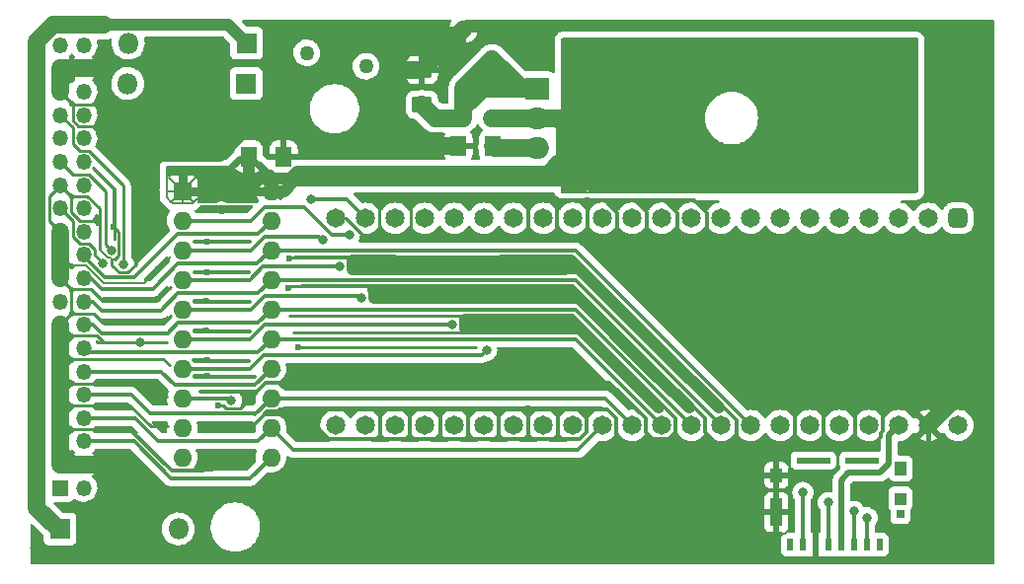
<source format=gbr>
%TF.GenerationSoftware,KiCad,Pcbnew,(6.0.2)*%
%TF.CreationDate,2022-04-05T12:30:50-06:00*%
%TF.ProjectId,PowerBook_F4Lite_THTV1,506f7765-7242-46f6-9f6b-5f46344c6974,rev?*%
%TF.SameCoordinates,Original*%
%TF.FileFunction,Copper,L1,Top*%
%TF.FilePolarity,Positive*%
%FSLAX46Y46*%
G04 Gerber Fmt 4.6, Leading zero omitted, Abs format (unit mm)*
G04 Created by KiCad (PCBNEW (6.0.2)) date 2022-04-05 12:30:50*
%MOMM*%
%LPD*%
G01*
G04 APERTURE LIST*
G04 Aperture macros list*
%AMRoundRect*
0 Rectangle with rounded corners*
0 $1 Rounding radius*
0 $2 $3 $4 $5 $6 $7 $8 $9 X,Y pos of 4 corners*
0 Add a 4 corners polygon primitive as box body*
4,1,4,$2,$3,$4,$5,$6,$7,$8,$9,$2,$3,0*
0 Add four circle primitives for the rounded corners*
1,1,$1+$1,$2,$3*
1,1,$1+$1,$4,$5*
1,1,$1+$1,$6,$7*
1,1,$1+$1,$8,$9*
0 Add four rect primitives between the rounded corners*
20,1,$1+$1,$2,$3,$4,$5,0*
20,1,$1+$1,$4,$5,$6,$7,0*
20,1,$1+$1,$6,$7,$8,$9,0*
20,1,$1+$1,$8,$9,$2,$3,0*%
G04 Aperture macros list end*
%TA.AperFunction,ComponentPad*%
%ADD10O,1.350000X1.350000*%
%TD*%
%TA.AperFunction,ComponentPad*%
%ADD11R,1.350000X1.350000*%
%TD*%
%TA.AperFunction,ComponentPad*%
%ADD12O,1.800000X1.800000*%
%TD*%
%TA.AperFunction,ComponentPad*%
%ADD13R,1.800000X1.800000*%
%TD*%
%TA.AperFunction,ComponentPad*%
%ADD14C,1.650000*%
%TD*%
%TA.AperFunction,ComponentPad*%
%ADD15RoundRect,0.412500X-0.412500X0.412500X-0.412500X-0.412500X0.412500X-0.412500X0.412500X0.412500X0*%
%TD*%
%TA.AperFunction,ComponentPad*%
%ADD16C,1.270000*%
%TD*%
%TA.AperFunction,ComponentPad*%
%ADD17O,1.400000X1.400000*%
%TD*%
%TA.AperFunction,ComponentPad*%
%ADD18C,1.400000*%
%TD*%
%TA.AperFunction,ComponentPad*%
%ADD19O,1.600000X1.600000*%
%TD*%
%TA.AperFunction,ComponentPad*%
%ADD20R,1.600000X1.600000*%
%TD*%
%TA.AperFunction,ComponentPad*%
%ADD21O,2.000000X1.905000*%
%TD*%
%TA.AperFunction,ComponentPad*%
%ADD22R,2.000000X1.905000*%
%TD*%
%TA.AperFunction,SMDPad,CuDef*%
%ADD23RoundRect,0.250001X-0.462499X-0.624999X0.462499X-0.624999X0.462499X0.624999X-0.462499X0.624999X0*%
%TD*%
%TA.AperFunction,SMDPad,CuDef*%
%ADD24RoundRect,0.250001X0.624999X-0.462499X0.624999X0.462499X-0.624999X0.462499X-0.624999X-0.462499X0*%
%TD*%
%TA.AperFunction,SMDPad,CuDef*%
%ADD25RoundRect,0.250001X0.462499X0.624999X-0.462499X0.624999X-0.462499X-0.624999X0.462499X-0.624999X0*%
%TD*%
%TA.AperFunction,SMDPad,CuDef*%
%ADD26R,0.500000X1.000000*%
%TD*%
%TA.AperFunction,SMDPad,CuDef*%
%ADD27R,0.720000X0.780000*%
%TD*%
%TA.AperFunction,SMDPad,CuDef*%
%ADD28R,1.050000X1.080000*%
%TD*%
%TA.AperFunction,SMDPad,CuDef*%
%ADD29R,1.050000X1.200000*%
%TD*%
%TA.AperFunction,SMDPad,CuDef*%
%ADD30R,1.050000X2.390000*%
%TD*%
%TA.AperFunction,SMDPad,CuDef*%
%ADD31R,2.910000X0.550000*%
%TD*%
%TA.AperFunction,ViaPad*%
%ADD32C,0.800000*%
%TD*%
%TA.AperFunction,ViaPad*%
%ADD33C,0.600000*%
%TD*%
%TA.AperFunction,Conductor*%
%ADD34C,0.330000*%
%TD*%
%TA.AperFunction,Conductor*%
%ADD35C,1.000000*%
%TD*%
%TA.AperFunction,Conductor*%
%ADD36C,0.250000*%
%TD*%
%TA.AperFunction,Conductor*%
%ADD37C,0.200000*%
%TD*%
%TA.AperFunction,Conductor*%
%ADD38C,1.500000*%
%TD*%
%TA.AperFunction,Conductor*%
%ADD39C,0.220000*%
%TD*%
%TA.AperFunction,Conductor*%
%ADD40C,0.450000*%
%TD*%
%TA.AperFunction,Conductor*%
%ADD41C,0.140000*%
%TD*%
%TA.AperFunction,Conductor*%
%ADD42C,0.500000*%
%TD*%
%TA.AperFunction,Conductor*%
%ADD43C,0.750000*%
%TD*%
G04 APERTURE END LIST*
D10*
%TO.P,J2,NC*%
%TO.N,N/C*%
X68232020Y-84892940D03*
%TO.P,J2,40*%
%TO.N,Net-(D3-Pad2)*%
X70232020Y-62892940D03*
%TO.P,J2,39*%
X68232020Y-62892940D03*
%TO.P,J2,38*%
%TO.N,GND*%
X70232020Y-64892940D03*
%TO.P,J2,37*%
X68232020Y-64892940D03*
%TO.P,J2,36*%
%TO.N,REQ*%
X70232020Y-66892940D03*
%TO.P,J2,35*%
%TO.N,GND*%
X68232020Y-66892940D03*
%TO.P,J2,34*%
%TO.N,C_D*%
X70232020Y-68892940D03*
%TO.P,J2,33*%
%TO.N,I_O*%
X68232020Y-68892940D03*
%TO.P,J2,32*%
%TO.N,SEL*%
X70232020Y-70892940D03*
%TO.P,J2,31*%
%TO.N,GND*%
X68232020Y-70892940D03*
%TO.P,J2,30*%
%TO.N,MSG*%
X70232020Y-72892940D03*
%TO.P,J2,29*%
%TO.N,RST*%
X68232020Y-72892940D03*
%TO.P,J2,28*%
%TO.N,ACK*%
X70232020Y-74892940D03*
%TO.P,J2,27*%
%TO.N,GND*%
X68232020Y-74892940D03*
%TO.P,J2,26*%
%TO.N,BSY*%
X70232020Y-76892940D03*
%TO.P,J2,25*%
%TO.N,ATN*%
X68232020Y-76892940D03*
%TO.P,J2,24*%
%TO.N,Net-(D1-Pad2)*%
X70232020Y-78892940D03*
%TO.P,J2,23*%
%TO.N,GND*%
X68232020Y-78892940D03*
%TO.P,J2,22*%
%TO.N,DBParity*%
X70232020Y-80892940D03*
%TO.P,J2,21*%
%TO.N,GND*%
X68232020Y-80892940D03*
%TO.P,J2,20*%
%TO.N,DB7*%
X70232020Y-82892940D03*
%TO.P,J2,19*%
%TO.N,GND*%
X68232020Y-82892940D03*
%TO.P,J2,18*%
%TO.N,DB6*%
X70232020Y-84892940D03*
%TO.P,J2,16*%
%TO.N,DB5*%
X70232020Y-86892940D03*
%TO.P,J2,15*%
%TO.N,GND*%
X68232020Y-86892940D03*
%TO.P,J2,14*%
%TO.N,DB4*%
X70232020Y-88892940D03*
%TO.P,J2,13*%
%TO.N,GND*%
X68232020Y-88892940D03*
%TO.P,J2,12*%
%TO.N,DB3*%
X70232020Y-90892940D03*
%TO.P,J2,11*%
%TO.N,GND*%
X68232020Y-90892940D03*
%TO.P,J2,10*%
%TO.N,DB2*%
X70232020Y-92892940D03*
%TO.P,J2,9*%
%TO.N,GND*%
X68232020Y-92892940D03*
%TO.P,J2,8*%
%TO.N,DB1*%
X70232020Y-94892940D03*
%TO.P,J2,7*%
%TO.N,GND*%
X68232020Y-94892940D03*
%TO.P,J2,6*%
%TO.N,DB0*%
X70232020Y-96892940D03*
%TO.P,J2,5*%
%TO.N,GND*%
X68232020Y-96892940D03*
%TO.P,J2,4*%
X70232020Y-98892940D03*
%TO.P,J2,3*%
X68232020Y-98892940D03*
%TO.P,J2,2*%
%TO.N,Net-(D2-Pad2)*%
X70232020Y-100892940D03*
D11*
%TO.P,J2,1*%
X68232020Y-100892940D03*
%TD*%
D12*
%TO.P,D3,2*%
%TO.N,Net-(D3-Pad2)*%
X74013060Y-66179700D03*
D13*
%TO.P,D3,1*%
%TO.N,Net-(D1-Pad1)*%
X84173060Y-66179700D03*
%TD*%
D12*
%TO.P,D2,2*%
%TO.N,Net-(D2-Pad2)*%
X78356460Y-104406700D03*
D13*
%TO.P,D2,1*%
%TO.N,Net-(D1-Pad1)*%
X68196460Y-104406700D03*
%TD*%
D12*
%TO.P,D1,2*%
%TO.N,Net-(D1-Pad2)*%
X74058780Y-62720220D03*
D13*
%TO.P,D1,1*%
%TO.N,Net-(D1-Pad1)*%
X84218780Y-62720220D03*
%TD*%
D14*
%TO.P,U3,44*%
%TO.N,+5V*%
X145211800Y-95519240D03*
%TO.P,U3,43*%
%TO.N,GND*%
X142671800Y-95519240D03*
%TO.P,U3,42*%
%TO.N,3v3*%
X140131800Y-95519240D03*
%TO.P,U3,41*%
%TO.N,Net-(U3-Pad41)*%
X137591800Y-95519240D03*
%TO.P,U3,40*%
%TO.N,Net-(U3-Pad40)*%
X135051800Y-95519240D03*
%TO.P,U3,39*%
%TO.N,Net-(U3-Pad39)*%
X132511800Y-95519240D03*
%TO.P,U3,38*%
%TO.N,Net-(U3-Pad38)*%
X129971800Y-95519240D03*
%TO.P,U3,37*%
%TO.N,DB7*%
X127431800Y-95519240D03*
%TO.P,U3,36*%
%TO.N,DB6*%
X124891800Y-95519240D03*
%TO.P,U3,35*%
%TO.N,DB5*%
X122351800Y-95519240D03*
%TO.P,U3,34*%
%TO.N,DB4*%
X119811800Y-95519240D03*
%TO.P,U3,33*%
%TO.N,DB2*%
X117271800Y-95519240D03*
%TO.P,U3,32*%
%TO.N,DB1*%
X114731800Y-95519240D03*
%TO.P,U3,31*%
%TO.N,DB0*%
X112191800Y-95519240D03*
%TO.P,U3,30*%
%TO.N,I_O*%
X109651800Y-95519240D03*
%TO.P,U3,29*%
%TO.N,REQ*%
X107111800Y-95519240D03*
%TO.P,U3,28*%
%TO.N,C_D*%
X104571800Y-95519240D03*
%TO.P,U3,27*%
%TO.N,SEL*%
X102031800Y-95519240D03*
%TO.P,U3,26*%
%TO.N,MSG*%
X99491800Y-95519240D03*
%TO.P,U3,25*%
%TO.N,DB3*%
X96951800Y-95519240D03*
%TO.P,U3,24*%
%TO.N,Net-(U3-Pad24)*%
X94411800Y-95519240D03*
%TO.P,U3,23*%
%TO.N,DBParity*%
X91871800Y-95519240D03*
%TO.P,U3,22*%
%TO.N,GND*%
X91871800Y-77739240D03*
%TO.P,U3,21*%
%TO.N,RST*%
X94411800Y-77739240D03*
%TO.P,U3,20*%
%TO.N,Net-(U3-Pad20)*%
X96951800Y-77739240D03*
%TO.P,U3,19*%
%TO.N,Net-(U3-Pad19)*%
X99491800Y-77739240D03*
%TO.P,U3,18*%
%TO.N,Net-(U3-Pad18)*%
X102031800Y-77739240D03*
%TO.P,U3,17*%
%TO.N,Net-(U3-Pad17)*%
X104571800Y-77739240D03*
%TO.P,U3,16*%
%TO.N,ACK*%
X107111800Y-77739240D03*
%TO.P,U3,15*%
%TO.N,BSY*%
X109651800Y-77739240D03*
%TO.P,U3,14*%
%TO.N,ATN*%
X112191800Y-77739240D03*
%TO.P,U3,13*%
%TO.N,MOSI*%
X114731800Y-77739240D03*
%TO.P,U3,12*%
%TO.N,MISO*%
X117271800Y-77739240D03*
%TO.P,U3,11*%
%TO.N,SD_CLK*%
X119811800Y-77739240D03*
%TO.P,U3,10*%
%TO.N,SD_CD*%
X122351800Y-77739240D03*
%TO.P,U3,9*%
%TO.N,Net-(U3-Pad9)*%
X124891800Y-77739240D03*
%TO.P,U3,8*%
%TO.N,Net-(U3-Pad8)*%
X127431800Y-77739240D03*
%TO.P,U3,7*%
%TO.N,Net-(U3-Pad7)*%
X129971800Y-77739240D03*
%TO.P,U3,6*%
%TO.N,Net-(U3-Pad6)*%
X132511800Y-77739240D03*
%TO.P,U3,5*%
%TO.N,Net-(U3-Pad5)*%
X135051800Y-77739240D03*
%TO.P,U3,4*%
%TO.N,Net-(U3-Pad4)*%
X137591800Y-77739240D03*
%TO.P,U3,3*%
%TO.N,Net-(U3-Pad3)*%
X140131800Y-77739240D03*
%TO.P,U3,2*%
%TO.N,Net-(U3-Pad2)*%
X142671800Y-77739240D03*
D15*
%TO.P,U3,1*%
%TO.N,Net-(U3-Pad1)*%
X145211800Y-77739240D03*
%TD*%
D16*
%TO.P,F1,2*%
%TO.N,+5V*%
X94452440Y-64688720D03*
%TO.P,F1,1*%
%TO.N,Net-(D1-Pad1)*%
X89372440Y-63545720D03*
%TD*%
D17*
%TO.P,R1,2*%
%TO.N,GND*%
X102802594Y-61515792D03*
D18*
%TO.P,R1,1*%
%TO.N,Net-(C2-Pad1)*%
X102802594Y-69135792D03*
%TD*%
D19*
%TO.P,U2,20*%
%TO.N,VBUS*%
X86309200Y-75402440D03*
%TO.P,U2,10*%
%TO.N,ATN*%
X78689200Y-98262440D03*
%TO.P,U2,19*%
%TO.N,DBParity*%
X86309200Y-77942440D03*
%TO.P,U2,9*%
%TO.N,RST*%
X78689200Y-95722440D03*
%TO.P,U2,18*%
%TO.N,DB7*%
X86309200Y-80482440D03*
%TO.P,U2,8*%
%TO.N,I_O*%
X78689200Y-93182440D03*
%TO.P,U2,17*%
%TO.N,DB6*%
X86309200Y-83022440D03*
%TO.P,U2,7*%
%TO.N,BSY*%
X78689200Y-90642440D03*
%TO.P,U2,16*%
%TO.N,DB5*%
X86309200Y-85562440D03*
%TO.P,U2,6*%
%TO.N,ACK*%
X78689200Y-88102440D03*
%TO.P,U2,15*%
%TO.N,DB4*%
X86309200Y-88102440D03*
%TO.P,U2,5*%
%TO.N,MSG*%
X78689200Y-85562440D03*
%TO.P,U2,14*%
%TO.N,DB3*%
X86309200Y-90642440D03*
%TO.P,U2,4*%
%TO.N,SEL*%
X78689200Y-83022440D03*
%TO.P,U2,13*%
%TO.N,DB2*%
X86309200Y-93182440D03*
%TO.P,U2,3*%
%TO.N,C_D*%
X78689200Y-80482440D03*
%TO.P,U2,12*%
%TO.N,DB1*%
X86309200Y-95722440D03*
%TO.P,U2,2*%
%TO.N,REQ*%
X78689200Y-77942440D03*
%TO.P,U2,11*%
%TO.N,DB0*%
X86309200Y-98262440D03*
D20*
%TO.P,U2,1*%
%TO.N,VBUS*%
X78689200Y-75402440D03*
%TD*%
D21*
%TO.P,U1,3*%
%TO.N,+5V*%
X109134815Y-71688493D03*
%TO.P,U1,2*%
%TO.N,VBUS*%
X109134815Y-69148493D03*
D22*
%TO.P,U1,1*%
%TO.N,Net-(C2-Pad1)*%
X109134815Y-66608493D03*
%TD*%
D17*
%TO.P,R2,2*%
%TO.N,Net-(C2-Pad1)*%
X105261315Y-64055793D03*
D18*
%TO.P,R2,1*%
%TO.N,VBUS*%
X105261315Y-69135793D03*
%TD*%
D23*
%TO.P,C3,2*%
%TO.N,GND*%
X87375060Y-72450960D03*
%TO.P,C3,1*%
%TO.N,VBUS*%
X84400060Y-72450960D03*
%TD*%
D24*
%TO.P,C2,2*%
%TO.N,GND*%
X99233895Y-65022873D03*
%TO.P,C2,1*%
%TO.N,Net-(C2-Pad1)*%
X99233895Y-67997873D03*
%TD*%
D25*
%TO.P,C1,2*%
%TO.N,GND*%
X102365054Y-71538633D03*
%TO.P,C1,1*%
%TO.N,+5V*%
X105340054Y-71538633D03*
%TD*%
D26*
%TO.P,SD1,1*%
%TO.N,Net-(SD1-Pad1)*%
X138513680Y-105774520D03*
%TO.P,SD1,2*%
%TO.N,SD_CD*%
X137413680Y-105774520D03*
%TO.P,SD1,3*%
%TO.N,MOSI*%
X136313680Y-105774520D03*
%TO.P,SD1,4*%
%TO.N,3v3*%
X135213680Y-105774520D03*
%TO.P,SD1,5*%
%TO.N,SD_CLK*%
X134113680Y-105774520D03*
%TO.P,SD1,6*%
%TO.N,GND*%
X133013680Y-105774520D03*
%TO.P,SD1,7*%
%TO.N,MISO*%
X131913680Y-105774520D03*
%TO.P,SD1,8*%
%TO.N,Net-(SD1-Pad8)*%
X130813680Y-105774520D03*
D27*
%TO.P,SD1,9*%
%TO.N,Net-(SD1-Pad9)*%
X140273680Y-103094520D03*
D28*
%TO.P,SD1,13*%
%TO.N,Net-(SD1-Pad13)*%
X140273680Y-101824520D03*
D29*
%TO.P,SD1,12*%
%TO.N,Net-(SD1-Pad12)*%
X140283680Y-99214520D03*
%TO.P,SD1,10*%
%TO.N,GND*%
X129638680Y-99784520D03*
D30*
%TO.P,SD1,11*%
X129638680Y-102969520D03*
D31*
%TO.P,SD1,*%
%TO.N,*%
X132818680Y-98539520D03*
X137008680Y-98539520D03*
%TD*%
D32*
%TO.N,GND*%
X84998560Y-69321680D03*
X83779360Y-69321680D03*
X75984100Y-70497700D03*
X77624940Y-71737220D03*
X79621380Y-71704200D03*
X127205740Y-99794060D03*
X127203200Y-101963220D03*
X147563840Y-106669840D03*
D33*
X88638380Y-88788240D03*
X87861140Y-81170780D03*
X87805260Y-83708240D03*
X97061020Y-91831160D03*
X88988900Y-91831160D03*
X80876140Y-91295220D03*
X80853280Y-89908380D03*
X80756760Y-87398860D03*
X80779620Y-84869020D03*
X80863440Y-82349340D03*
X80863440Y-79789020D03*
X131846320Y-93670120D03*
X134564120Y-93705680D03*
X137111740Y-93743780D03*
X117635020Y-79418180D03*
X120238520Y-79438500D03*
X122730260Y-79418180D03*
X137383520Y-101312980D03*
X133786880Y-100568760D03*
X132471160Y-97312480D03*
X108374180Y-75989180D03*
X113474500Y-76205080D03*
X80881220Y-98209100D03*
X84119720Y-98209100D03*
X96866570Y-81347450D03*
X106066450Y-81347450D03*
X101576361Y-84608179D03*
X103724850Y-87237430D03*
X108273710Y-81347450D03*
X110831630Y-79002890D03*
X107327700Y-89931240D03*
X111533940Y-89969340D03*
X81130140Y-95735140D03*
X82649060Y-95737680D03*
X110919260Y-94155260D03*
X108397040Y-94068900D03*
X98231960Y-94155260D03*
X118550204Y-90494336D03*
X117366038Y-91759782D03*
X119812286Y-89123034D03*
X111765080Y-81592420D03*
X111765080Y-84198460D03*
X110659401Y-86772259D03*
X109287801Y-86772259D03*
X81808320Y-93850460D03*
X72975721Y-98392999D03*
X74688700Y-98402140D03*
X73441560Y-95826580D03*
X89855819Y-95264461D03*
X88374220Y-95948500D03*
X66377820Y-106657140D03*
X99268280Y-63207900D03*
X97315020Y-64996060D03*
X89087960Y-72229980D03*
X95746570Y-76102210D03*
X95801180Y-79159100D03*
X87215980Y-101099620D03*
X115155980Y-100121720D03*
X104841508Y-61437052D03*
X100959920Y-61379100D03*
D32*
X135028940Y-97302320D03*
X137576560Y-97289620D03*
X75107800Y-88404700D03*
D33*
X76260739Y-91957939D03*
X77167740Y-95618300D03*
X76004420Y-86667340D03*
X76635610Y-84684870D03*
X76645770Y-82094070D03*
X72826111Y-78509629D03*
X82077560Y-77122020D03*
D32*
%TO.N,VBUS*%
X123606560Y-65493900D03*
X127414020Y-65519300D03*
X123576080Y-73101200D03*
X127398780Y-73088500D03*
X122501660Y-69232780D03*
%TO.N,ATN*%
X71899780Y-81605120D03*
%TO.N,BSY*%
X104787700Y-89082880D03*
%TO.N,ACK*%
X101851460Y-86862920D03*
%TO.N,RST*%
X72605900Y-80505300D03*
X89722960Y-76106020D03*
%TO.N,MSG*%
X94079060Y-84554060D03*
%TO.N,SEL*%
X92215338Y-81849598D03*
%TO.N,C_D*%
X90718640Y-79620110D03*
%TO.N,REQ*%
X93032580Y-79176242D03*
%TO.N,I_O*%
X73652380Y-81706720D03*
X82882740Y-93362780D03*
%TO.N,SD_CD*%
X137419080Y-103459280D03*
%TO.N,SD_CLK*%
X134106920Y-102135940D03*
%TO.N,MISO*%
X131909820Y-101279960D03*
%TO.N,MOSI*%
X136268460Y-102908100D03*
%TD*%
D34*
%TO.N,GND*%
X133013680Y-105774520D02*
X133013680Y-100080040D01*
X133013680Y-100080040D02*
X132718160Y-99784520D01*
X129638680Y-99784520D02*
X129638680Y-102969520D01*
X129638680Y-102969520D02*
X129638680Y-107007280D01*
X129638680Y-99352480D02*
X129638680Y-99784520D01*
D35*
X102740976Y-61515791D02*
X99233894Y-65022873D01*
X102365054Y-71538632D02*
X96508475Y-71538633D01*
X97621655Y-65022873D02*
X99233894Y-65022873D01*
X84998560Y-69321680D02*
X83779360Y-69321680D01*
X71987001Y-70630641D02*
X73766680Y-72410320D01*
X83779360Y-70560502D02*
X83779360Y-69321680D01*
X81929542Y-72410320D02*
X83779360Y-70560502D01*
X73766680Y-72410320D02*
X81929542Y-72410320D01*
X82117502Y-72222360D02*
X81929542Y-72410320D01*
D36*
X142837440Y-62489620D02*
X141863612Y-61515792D01*
X75743678Y-107154980D02*
X78770480Y-107154980D01*
D34*
X78770480Y-107154980D02*
X78465680Y-107154980D01*
D37*
X84998560Y-69321680D02*
X84998560Y-70074460D01*
X102881334Y-61437052D02*
X102802594Y-61515792D01*
X109495494Y-61437052D02*
X104841508Y-61437052D01*
X109574235Y-61515792D02*
X109495495Y-61437052D01*
X141863612Y-61515792D02*
X109574235Y-61515792D01*
D38*
X96508475Y-71538633D02*
X96046195Y-71076353D01*
X102365054Y-71538633D02*
X96508475Y-71538633D01*
X102740976Y-61515792D02*
X99233895Y-65022873D01*
X102802594Y-61515792D02*
X102740976Y-61515792D01*
X97621655Y-65022873D02*
X96046195Y-66598333D01*
X99233895Y-65022873D02*
X97621655Y-65022873D01*
X96046195Y-66598333D02*
X96046195Y-71076353D01*
D39*
X73189880Y-71833520D02*
X71987001Y-70630641D01*
X76182440Y-71833520D02*
X72555320Y-71833520D01*
X71719361Y-70363001D02*
X71987001Y-70630641D01*
X71366459Y-70363001D02*
X71366459Y-70487619D01*
X71366459Y-70363001D02*
X71719361Y-70363001D01*
X71366459Y-70487619D02*
X71480680Y-70601840D01*
D37*
X129638680Y-99784520D02*
X130830940Y-99784520D01*
D34*
X132718160Y-99784520D02*
X130830940Y-99784520D01*
D37*
X129638680Y-99784520D02*
X129638680Y-98803840D01*
X129994660Y-98447860D02*
X130233420Y-98447860D01*
X130233420Y-98447860D02*
X130807460Y-99021900D01*
X130807460Y-99021900D02*
X130807460Y-99291140D01*
X129638680Y-102969520D02*
X129638680Y-104568880D01*
X129638680Y-104568880D02*
X129910840Y-104841040D01*
X129910840Y-104841040D02*
X130378200Y-104841040D01*
X130378200Y-104841040D02*
X130553460Y-104665780D01*
D39*
X73993181Y-82416721D02*
X74744580Y-81665322D01*
X73311579Y-82416721D02*
X73993181Y-82416721D01*
X73257859Y-82363001D02*
X73311579Y-82416721D01*
X74744580Y-81665322D02*
X74744580Y-81473040D01*
X73272721Y-82416721D02*
X72666860Y-81810860D01*
X73993181Y-82416721D02*
X73272721Y-82416721D01*
X72666860Y-81810860D02*
X72666860Y-81287620D01*
D37*
X77912141Y-99362441D02*
X81272199Y-99362441D01*
X81272199Y-99362441D02*
X82839560Y-97795080D01*
X129802890Y-98639630D02*
X129994660Y-98447860D01*
X129638680Y-98803840D02*
X129802890Y-98639630D01*
D34*
X133013680Y-106853760D02*
X133013680Y-105774520D01*
X132709920Y-107157520D02*
X133013680Y-106853760D01*
D38*
X142671800Y-95519240D02*
X147563840Y-90627200D01*
X147563840Y-90627200D02*
X147563840Y-66085720D01*
X147563840Y-66085720D02*
X143075660Y-61597540D01*
X143075660Y-61597540D02*
X143075660Y-61635640D01*
D40*
X142671800Y-95519240D02*
X142671800Y-105100120D01*
X140764640Y-107007280D02*
X129638680Y-107007280D01*
X142671800Y-105100120D02*
X140764640Y-107007280D01*
D35*
X102802594Y-61515792D02*
X103122166Y-61196220D01*
X142636240Y-61196220D02*
X143075660Y-61635640D01*
X103122166Y-61196220D02*
X142636240Y-61196220D01*
D34*
X112218359Y-81084597D02*
X88417223Y-81084597D01*
X127205740Y-99794060D02*
X126241799Y-98830119D01*
X126241799Y-98830119D02*
X126241799Y-95108037D01*
X127205740Y-99794060D02*
X123541801Y-96130121D01*
X123541801Y-96130121D02*
X123541801Y-94948039D01*
X112146212Y-83552450D02*
X88968580Y-83552450D01*
X127205740Y-99794060D02*
X122325418Y-99794060D01*
X122325418Y-99794060D02*
X119240599Y-96709241D01*
X119240599Y-96709241D02*
X120383001Y-96709241D01*
X120383001Y-96709241D02*
X121001801Y-96090441D01*
X121001801Y-96090441D02*
X121001801Y-94948039D01*
X85103407Y-92597779D02*
X82515539Y-92597779D01*
X85870026Y-91831160D02*
X85103407Y-92597779D01*
X82515539Y-92597779D02*
X82460888Y-92652430D01*
X124334580Y-101963220D02*
X118461801Y-96090441D01*
X127203200Y-101963220D02*
X124334580Y-101963220D01*
X118461801Y-94948039D02*
X115344922Y-91831160D01*
X115344922Y-91831160D02*
X111765080Y-91831160D01*
X118461801Y-96090441D02*
X118461801Y-94948039D01*
X82460888Y-92652430D02*
X80233520Y-92652430D01*
D36*
X112146212Y-86092450D02*
X87884850Y-86092450D01*
X112573459Y-87587921D02*
X88217841Y-87587921D01*
X113726451Y-87672689D02*
X112658227Y-87672689D01*
X112658227Y-87672689D02*
X112573459Y-87587921D01*
D34*
X121001801Y-94948039D02*
X113726451Y-87672689D01*
D36*
X88638380Y-88788240D02*
X103875840Y-88788240D01*
D34*
X97061020Y-91831160D02*
X88988900Y-91831160D01*
X88988900Y-91831160D02*
X85870026Y-91831160D01*
X113201941Y-84608179D02*
X112146212Y-83552450D01*
D36*
X113201941Y-84608179D02*
X101576361Y-84608179D01*
D34*
X123541801Y-94948039D02*
X113201941Y-84608179D01*
D35*
X119470468Y-91414600D02*
X119563852Y-91414600D01*
X99033821Y-84608179D02*
X112664047Y-84608179D01*
X112664047Y-84608179D02*
X118550204Y-90494336D01*
X119563852Y-91414600D02*
X122143491Y-93994239D01*
X95179061Y-84026059D02*
X95040452Y-83887450D01*
X99033821Y-84608179D02*
X95179061Y-84608179D01*
X95179061Y-84608179D02*
X95179061Y-84026059D01*
X95649910Y-83887450D02*
X112036702Y-83887450D01*
X95179061Y-84026059D02*
X95511301Y-84026059D01*
X95511301Y-84026059D02*
X95649910Y-83887450D01*
D36*
X112826021Y-86772259D02*
X109287801Y-86772259D01*
D34*
X112826021Y-86772259D02*
X112146212Y-86092450D01*
X113726451Y-87672689D02*
X112826021Y-86772259D01*
D35*
X104204279Y-86772259D02*
X110659401Y-86772259D01*
X112378514Y-86772259D02*
X117366038Y-91759782D01*
X112352599Y-86772259D02*
X112007790Y-86427450D01*
X112378514Y-86772259D02*
X112352599Y-86772259D01*
X112007790Y-86427450D02*
X102951461Y-86427450D01*
X102951461Y-86427450D02*
X102951461Y-87237430D01*
X102951461Y-87237430D02*
X103724850Y-87237430D01*
D34*
X113203211Y-82069449D02*
X112218359Y-81084597D01*
X126241799Y-95108037D02*
X113203211Y-82069449D01*
D35*
X111559831Y-82069449D02*
X111471850Y-82157430D01*
X112273571Y-82069449D02*
X111559831Y-82069449D01*
D36*
X112273571Y-82069449D02*
X100754671Y-82069449D01*
X113203211Y-82069449D02*
X112273571Y-82069449D01*
D35*
X93315339Y-82136799D02*
X93315339Y-81347450D01*
X111471850Y-82157430D02*
X93335970Y-82157430D01*
X93335970Y-82157430D02*
X93315339Y-82136799D01*
X93315339Y-81347450D02*
X96866570Y-81347450D01*
X112036702Y-81347450D02*
X119812286Y-89123034D01*
D34*
X80876140Y-91295220D02*
X79760622Y-91295220D01*
X79780942Y-91315540D02*
X84886554Y-91315540D01*
X79760622Y-91295220D02*
X79780942Y-91315540D01*
X80853280Y-89908380D02*
X79679342Y-89908380D01*
X79747922Y-89976960D02*
X84434680Y-89976960D01*
X79679342Y-89908380D02*
X79747922Y-89976960D01*
X80756760Y-87398860D02*
X79709822Y-87398860D01*
X79732682Y-87421720D02*
X84449920Y-87421720D01*
X79709822Y-87398860D02*
X79732682Y-87421720D01*
X80779620Y-84869020D02*
X79719982Y-84869020D01*
X79750462Y-84899500D02*
X84498392Y-84899500D01*
X79719982Y-84869020D02*
X79750462Y-84899500D01*
X80863440Y-82349340D02*
X79740302Y-82349340D01*
X80863440Y-82349340D02*
X84385732Y-82349340D01*
X80863440Y-79789020D02*
X79719982Y-79789020D01*
X80863440Y-79789020D02*
X84528872Y-79789020D01*
X110841801Y-78992719D02*
X110841801Y-76069201D01*
X108887260Y-79260700D02*
X110573820Y-79260700D01*
X110573820Y-79260700D02*
X110831630Y-79002890D01*
X108374180Y-75989180D02*
X108374180Y-78747620D01*
X108374180Y-78747620D02*
X108887260Y-79260700D01*
X113474500Y-76205080D02*
X113474500Y-78795880D01*
X114958842Y-76205080D02*
X116017040Y-77263278D01*
X113474500Y-76205080D02*
X114958842Y-76205080D01*
X116017040Y-77263278D02*
X116017040Y-78966060D01*
X117498842Y-76205080D02*
X118529100Y-77235338D01*
X113474500Y-76205080D02*
X117498842Y-76205080D01*
X118529100Y-77235338D02*
X118529100Y-78747620D01*
X121161799Y-77328037D02*
X121161799Y-79053679D01*
X117498842Y-76205080D02*
X120038842Y-76205080D01*
X120038842Y-76205080D02*
X121161799Y-77328037D01*
X122578842Y-76205080D02*
X123659900Y-77286138D01*
X120038842Y-76205080D02*
X122578842Y-76205080D01*
X123659900Y-77286138D02*
X123659900Y-79197200D01*
X108590080Y-76205080D02*
X108374180Y-75989180D01*
X113474500Y-76205080D02*
X108590080Y-76205080D01*
D35*
X106066450Y-81347450D02*
X108273710Y-81347450D01*
D36*
X101576361Y-84608179D02*
X99033821Y-84608179D01*
D35*
X103724850Y-87237430D02*
X112753298Y-87237430D01*
X108273710Y-81347450D02*
X112036702Y-81347450D01*
D34*
X110831630Y-79002890D02*
X110841801Y-78992719D01*
X111765080Y-91831160D02*
X97061020Y-91831160D01*
X131846320Y-93670120D02*
X131264660Y-94251780D01*
X131264660Y-94251780D02*
X131264660Y-96751140D01*
X132471160Y-97312480D02*
X133289040Y-97312480D01*
X133701801Y-96899719D02*
X133701801Y-94430839D01*
X133289040Y-97312480D02*
X133701801Y-96899719D01*
X137111740Y-93743780D02*
X136667240Y-94188280D01*
X136401799Y-94453721D02*
X136401799Y-96617801D01*
X136667240Y-94188280D02*
X136401799Y-94453721D01*
X137111740Y-93743780D02*
X138292840Y-93743780D01*
X138781801Y-95999484D02*
X138567160Y-96214125D01*
X138292840Y-93743780D02*
X138781801Y-94232741D01*
X138781801Y-94232741D02*
X138781801Y-95999484D01*
X138567160Y-96214125D02*
X138567160Y-96479360D01*
X138567160Y-96479360D02*
X138216640Y-96829880D01*
X81130140Y-95735140D02*
X84572298Y-95735140D01*
X84572298Y-95735140D02*
X85749999Y-94557439D01*
X85749999Y-94557439D02*
X89148797Y-94557439D01*
X89148797Y-94557439D02*
X89855819Y-95264461D01*
X110919260Y-94155260D02*
X110919260Y-94155260D01*
X95702120Y-96649540D02*
X95761821Y-96709241D01*
X95702120Y-94155260D02*
X90035380Y-94155260D01*
X91300599Y-96709241D02*
X95761821Y-96709241D01*
X95702120Y-94155260D02*
X95702120Y-96649540D01*
X98231960Y-94155260D02*
X98231960Y-96492060D01*
X98231960Y-94155260D02*
X98231960Y-94155260D01*
X100841799Y-94176861D02*
X100841799Y-96597459D01*
X100841799Y-96597459D02*
X100953581Y-96709241D01*
X100863400Y-94155260D02*
X100841799Y-94176861D01*
X100863400Y-94155260D02*
X98231960Y-94155260D01*
X95761821Y-96709241D02*
X100953581Y-96709241D01*
X103237041Y-94963279D02*
X103237041Y-96709241D01*
X103167180Y-94893418D02*
X103237041Y-94963279D01*
X103167180Y-94155260D02*
X103167180Y-94893418D01*
X103167180Y-94155260D02*
X100863400Y-94155260D01*
X100953581Y-96709241D02*
X103237041Y-96709241D01*
X105785920Y-96677502D02*
X105817659Y-96709241D01*
X105785920Y-94155260D02*
X105785920Y-96677502D01*
X110919260Y-94155260D02*
X105785920Y-94155260D01*
X103237041Y-96709241D02*
X105817659Y-96709241D01*
X105785920Y-94155260D02*
X103167180Y-94155260D01*
X108397040Y-94068900D02*
X108397040Y-96525080D01*
X108397040Y-96525080D02*
X108212879Y-96709241D01*
X105817659Y-96709241D02*
X108212879Y-96709241D01*
X108212879Y-96709241D02*
X110223001Y-96709241D01*
X113381801Y-94948039D02*
X113381801Y-96090441D01*
X112763001Y-96709241D02*
X110223001Y-96709241D01*
X113381801Y-96090441D02*
X112763001Y-96709241D01*
X112589022Y-94155260D02*
X113381801Y-94948039D01*
X110919260Y-94155260D02*
X112589022Y-94155260D01*
X110919260Y-94155260D02*
X110919260Y-96514920D01*
X115921801Y-94948039D02*
X115921801Y-96617779D01*
X112589022Y-94155260D02*
X115129022Y-94155260D01*
X115129022Y-94155260D02*
X115921801Y-94948039D01*
X98231960Y-94155260D02*
X95702120Y-94155260D01*
X87060582Y-94155260D02*
X86868401Y-94347441D01*
X90035380Y-94155260D02*
X87060582Y-94155260D01*
X85893745Y-94347441D02*
X85765763Y-94475423D01*
X86658861Y-94347441D02*
X85893745Y-94347441D01*
X86658861Y-94347441D02*
X89045639Y-94347441D01*
X86868401Y-94347441D02*
X86658861Y-94347441D01*
D35*
X118550204Y-90494336D02*
X119470468Y-91414600D01*
X117366038Y-91759782D02*
X119573040Y-93966785D01*
X119812286Y-89123034D02*
X124683491Y-93994239D01*
X110659401Y-86772259D02*
X112378514Y-86772259D01*
D36*
X109287801Y-86772259D02*
X104204279Y-86772259D01*
D39*
X83628405Y-94072781D02*
X85103407Y-92597779D01*
X82454905Y-94072781D02*
X83628405Y-94072781D01*
X82232584Y-93850460D02*
X82454905Y-94072781D01*
X81808320Y-93850460D02*
X82232584Y-93850460D01*
D34*
X80488379Y-99427441D02*
X77761241Y-99427441D01*
X80881220Y-99034600D02*
X80488379Y-99427441D01*
X80881220Y-98209100D02*
X80881220Y-99034600D01*
X89855819Y-95264461D02*
X91300599Y-96709241D01*
D36*
X66377820Y-106657140D02*
X65707260Y-105986580D01*
X92709798Y-77739240D02*
X94147438Y-79176880D01*
X91871800Y-77739240D02*
X92709798Y-77739240D01*
X108374180Y-75989180D02*
X95859600Y-75989180D01*
X95561801Y-76286979D02*
X95561801Y-78805421D01*
X95859600Y-75989180D02*
X95746570Y-76102210D01*
X95561801Y-78805421D02*
X96098360Y-79341980D01*
X96098360Y-79341980D02*
X97817940Y-79341980D01*
X97817940Y-79341980D02*
X98285300Y-78874620D01*
X98285300Y-78874620D02*
X98285300Y-76405740D01*
X95746570Y-76102210D02*
X95561801Y-76286979D01*
D37*
X104841508Y-61437052D02*
X102881334Y-61437052D01*
D38*
X68232020Y-64892940D02*
X70232020Y-64892940D01*
X68232020Y-65938346D02*
X69286066Y-64884300D01*
X68232020Y-66892940D02*
X68232020Y-65938346D01*
X69286066Y-64884300D02*
X71521320Y-64884300D01*
D36*
X87961050Y-83552450D02*
X87805260Y-83708240D01*
X88968580Y-83552450D02*
X87961050Y-83552450D01*
X87947323Y-81084597D02*
X87861140Y-81170780D01*
X88417223Y-81084597D02*
X87947323Y-81084597D01*
D41*
X72666860Y-81287620D02*
X72925940Y-81287620D01*
X72308299Y-81125301D02*
X71630540Y-80447542D01*
X72514701Y-81125301D02*
X72308299Y-81125301D01*
X72666860Y-81287620D02*
X72666860Y-81277460D01*
X72666860Y-81277460D02*
X72514701Y-81125301D01*
X71630540Y-80447542D02*
X71630540Y-80309720D01*
D34*
X74160380Y-95826580D02*
X77761241Y-99427441D01*
X73441560Y-95826580D02*
X74160380Y-95826580D01*
D39*
X68232020Y-96892940D02*
X69265360Y-95859600D01*
X73408540Y-95859600D02*
X73441560Y-95826580D01*
X69265360Y-95859600D02*
X73408540Y-95859600D01*
X69198680Y-95859600D02*
X69265360Y-95859600D01*
X68232020Y-94892940D02*
X69198680Y-95859600D01*
X74200435Y-93827941D02*
X75990794Y-95618300D01*
X68232020Y-92892940D02*
X69167021Y-93827941D01*
X69167021Y-93827941D02*
X74200435Y-93827941D01*
X75990794Y-95618300D02*
X77167740Y-95618300D01*
X69167021Y-93957939D02*
X69167021Y-93827941D01*
X68232020Y-94892940D02*
X69167021Y-93957939D01*
X69297019Y-91957939D02*
X76260739Y-91957939D01*
X68232020Y-90892940D02*
X69297019Y-91957939D01*
X76260739Y-91957939D02*
X76260739Y-91957939D01*
X69167021Y-91957939D02*
X69297019Y-91957939D01*
X68232020Y-92892940D02*
X69167021Y-91957939D01*
X69167021Y-89827941D02*
X77066981Y-89827941D01*
X68232020Y-88892940D02*
X69167021Y-89827941D01*
X77066981Y-89827941D02*
X77614780Y-90375740D01*
X69167021Y-89957939D02*
X69167021Y-89827941D01*
X68232020Y-90892940D02*
X69167021Y-89957939D01*
X71367127Y-87827941D02*
X71943886Y-88404700D01*
X68232020Y-86892940D02*
X69167021Y-87827941D01*
X69167021Y-87827941D02*
X71367127Y-87827941D01*
X71943886Y-88404700D02*
X75107800Y-88404700D01*
X69167021Y-87957939D02*
X69167021Y-87827941D01*
X68232020Y-88892940D02*
X69167021Y-87957939D01*
X69167021Y-85957939D02*
X71149739Y-85957939D01*
X71149739Y-85957939D02*
X71859140Y-86667340D01*
X71859140Y-86667340D02*
X76004420Y-86667340D01*
X77109320Y-86667340D02*
X77690980Y-86085680D01*
X69167021Y-83827941D02*
X70896801Y-83827941D01*
X70896801Y-83827941D02*
X71869300Y-84800440D01*
X71869300Y-84800440D02*
X76520040Y-84800440D01*
X76520040Y-84800440D02*
X76635610Y-84684870D01*
D41*
X69127021Y-81787941D02*
X70444301Y-81787941D01*
X68232020Y-80892940D02*
X69127021Y-81787941D01*
X70444301Y-81787941D02*
X71970900Y-83314540D01*
X71970900Y-83314540D02*
X75425300Y-83314540D01*
X75425300Y-83314540D02*
X76645770Y-82094070D01*
D39*
X75107800Y-88404700D02*
X77391260Y-88404700D01*
X76260739Y-91957939D02*
X77386180Y-93083380D01*
X77167740Y-95618300D02*
X77495400Y-95618300D01*
X76004420Y-86667340D02*
X77109320Y-86667340D01*
X76635610Y-84684870D02*
X77709219Y-83611261D01*
D41*
X76645770Y-82094070D02*
X77746860Y-80992980D01*
D39*
X67297019Y-77957939D02*
X68232020Y-78892940D01*
X67297019Y-75827941D02*
X67297019Y-77957939D01*
X68232020Y-74892940D02*
X67297019Y-75827941D01*
D38*
X68232020Y-78892940D02*
X68232020Y-82892940D01*
X68232020Y-86892940D02*
X68232020Y-98892940D01*
X69277426Y-98892940D02*
X70232020Y-98892940D01*
X68232020Y-97847534D02*
X69277426Y-98892940D01*
X68232020Y-96892940D02*
X68232020Y-97847534D01*
X68232020Y-98892940D02*
X70232020Y-98892940D01*
X70232020Y-98892940D02*
X71923220Y-98892940D01*
X68232020Y-66892940D02*
X68232020Y-64892940D01*
D39*
X69167021Y-85957939D02*
X68232020Y-86892940D01*
X69167021Y-83827941D02*
X69167021Y-85957939D01*
X68232020Y-82892940D02*
X69167021Y-83827941D01*
X72826111Y-78509629D02*
X72826111Y-75213711D01*
X72826111Y-75213711D02*
X71060581Y-73448181D01*
X73265901Y-80947659D02*
X72925940Y-81287620D01*
X73265901Y-78949419D02*
X73265901Y-80947659D01*
X72826111Y-78509629D02*
X73265901Y-78949419D01*
X69167021Y-75827941D02*
X68232020Y-74892940D01*
X70550823Y-75827941D02*
X69167021Y-75827941D01*
X71630540Y-76907658D02*
X70550823Y-75827941D01*
X71630540Y-80309720D02*
X71630540Y-76907658D01*
X69167021Y-77211743D02*
X69902798Y-77947520D01*
X69167021Y-75827941D02*
X69167021Y-77211743D01*
X69902798Y-77947520D02*
X71495920Y-77947520D01*
X69297019Y-67957939D02*
X71346299Y-67957939D01*
X68232020Y-66892940D02*
X69297019Y-67957939D01*
X69297019Y-67957939D02*
X69297019Y-69341741D01*
X69783219Y-69827941D02*
X71390979Y-69827941D01*
X69297019Y-69341741D02*
X69783219Y-69827941D01*
D35*
%TO.N,VBUS*%
X109134815Y-69148493D02*
X110484453Y-69148493D01*
X111206280Y-72842120D02*
X111206280Y-69870320D01*
X110484453Y-69148493D02*
X111206280Y-69870320D01*
D37*
X84400060Y-72450960D02*
X83583780Y-72450960D01*
X83583780Y-72450960D02*
X82677000Y-73357740D01*
X82677000Y-73357740D02*
X77388720Y-73357740D01*
X77388720Y-73357740D02*
X77350620Y-73395840D01*
X86344760Y-73654920D02*
X86078060Y-73654920D01*
X86078060Y-73654920D02*
X85445600Y-73022460D01*
X85445600Y-73022460D02*
X85196680Y-73022460D01*
D42*
X84400060Y-72450960D02*
X83977480Y-72450960D01*
X83977480Y-72450960D02*
X83162140Y-73266300D01*
X84400060Y-72450960D02*
X84460080Y-72450960D01*
X84460080Y-72450960D02*
X85524340Y-73515220D01*
D43*
X78689200Y-75402440D02*
X78689200Y-73992740D01*
X78689200Y-75402440D02*
X80297020Y-75402440D01*
X86309200Y-75402440D02*
X84739480Y-75402440D01*
X86309200Y-75402440D02*
X86309200Y-74315320D01*
D37*
X86423500Y-75402440D02*
X87124540Y-76103480D01*
X86309200Y-75402440D02*
X86423500Y-75402440D01*
X87124540Y-76103480D02*
X87467440Y-75760580D01*
X86309200Y-75402440D02*
X87467440Y-75402440D01*
X87467440Y-75760580D02*
X87467440Y-75402440D01*
X87467440Y-75402440D02*
X87467440Y-74777600D01*
X87182960Y-74528680D02*
X87182960Y-74493120D01*
X86309200Y-75402440D02*
X87182960Y-74528680D01*
X87467440Y-74777600D02*
X87182960Y-74493120D01*
X87182960Y-74493120D02*
X86344760Y-73654920D01*
X79584206Y-76446380D02*
X79638157Y-76392429D01*
X79638157Y-76392429D02*
X79652471Y-76392429D01*
X79652471Y-76392429D02*
X80027780Y-76017120D01*
X78689200Y-75402440D02*
X78689200Y-75387200D01*
X78689200Y-75387200D02*
X77515720Y-74213720D01*
X77442060Y-75402440D02*
X77350620Y-75311000D01*
X77350620Y-73395840D02*
X77350620Y-75311000D01*
X78689200Y-75402440D02*
X77442060Y-75402440D01*
X77350620Y-75311000D02*
X77350620Y-75923140D01*
X78689200Y-76382880D02*
X78625700Y-76446380D01*
X78689200Y-75402440D02*
X78689200Y-76382880D01*
X77873860Y-76446380D02*
X78625700Y-76446380D01*
X78625700Y-76446380D02*
X79584206Y-76446380D01*
X86309200Y-75402440D02*
X85422740Y-74515980D01*
X85422740Y-74515980D02*
X85321140Y-74414380D01*
X78689200Y-75402440D02*
X78689200Y-75394820D01*
X78689200Y-75394820D02*
X79936340Y-74147680D01*
X78681580Y-75402440D02*
X77755750Y-76328270D01*
X78689200Y-75402440D02*
X78681580Y-75402440D01*
X77350620Y-75923140D02*
X77755750Y-76328270D01*
X77755750Y-76328270D02*
X77873860Y-76446380D01*
X78689200Y-75429158D02*
X79652471Y-76392429D01*
X78689200Y-75402440D02*
X78689200Y-75429158D01*
D35*
X111206280Y-72842120D02*
X110858300Y-72842120D01*
X110858300Y-72842120D02*
X109979460Y-73720960D01*
X87941720Y-74315320D02*
X86309200Y-74315320D01*
X88536080Y-73720960D02*
X87941720Y-74315320D01*
X109979460Y-73720960D02*
X88536080Y-73720960D01*
X86309200Y-75402440D02*
X87469980Y-75402440D01*
X88336301Y-74536119D02*
X111244199Y-74536119D01*
X87469980Y-75402440D02*
X88336301Y-74536119D01*
X111244199Y-74536119D02*
X111046260Y-74338180D01*
X111244199Y-73756339D02*
X110768130Y-73280270D01*
X111244199Y-74536119D02*
X111244199Y-73756339D01*
X110205520Y-73842880D02*
X110768130Y-73280270D01*
X110768130Y-73280270D02*
X111206280Y-72842120D01*
X86309200Y-74315320D02*
X85361780Y-74315320D01*
X85361780Y-74315320D02*
X84980780Y-74696320D01*
X84400060Y-72450960D02*
X84400060Y-74001300D01*
D37*
X110790187Y-69148493D02*
X111241840Y-68696840D01*
X110757167Y-69148493D02*
X110790187Y-69148493D01*
D35*
X109134815Y-69148493D02*
X110757167Y-69148493D01*
D37*
X111241840Y-68696840D02*
X111241840Y-62405260D01*
X111241840Y-62405260D02*
X111343440Y-62303660D01*
X111343440Y-62303660D02*
X141625320Y-62303660D01*
X141625320Y-62303660D02*
X141704060Y-62382400D01*
X141704060Y-62382400D02*
X141704060Y-75445620D01*
X141704060Y-75445620D02*
X141584680Y-75565000D01*
X141584680Y-75565000D02*
X111300260Y-75565000D01*
X111244199Y-75508939D02*
X111244199Y-74536119D01*
X111300260Y-75565000D02*
X111244199Y-75508939D01*
D38*
X105274015Y-69148493D02*
X105261315Y-69135793D01*
X109134815Y-69148493D02*
X105274015Y-69148493D01*
X109134815Y-69148493D02*
X112128767Y-69148493D01*
D35*
X110757167Y-69148493D02*
X112128767Y-69148493D01*
X112128767Y-69148493D02*
X115053913Y-69148493D01*
D37*
X80027780Y-76017120D02*
X84978240Y-76017120D01*
D35*
%TO.N,+5V*%
X108984955Y-71538633D02*
X109134815Y-71688493D01*
X105340055Y-71538633D02*
X108984955Y-71538633D01*
D38*
X105489914Y-71688493D02*
X105340054Y-71538633D01*
X109134815Y-71688493D02*
X105489914Y-71688493D01*
D34*
%TO.N,DB4*%
X85144199Y-89267441D02*
X86309200Y-88102440D01*
X78339997Y-89267441D02*
X85144199Y-89267441D01*
X112395000Y-88102440D02*
X86309200Y-88102440D01*
X119811800Y-95519240D02*
X112395000Y-88102440D01*
X70606521Y-89267441D02*
X70232020Y-88892940D01*
X78339997Y-89267441D02*
X70606521Y-89267441D01*
%TO.N,DB5*%
X85144199Y-86727441D02*
X86309200Y-85562440D01*
X78339997Y-86727441D02*
X85144199Y-86727441D01*
X112395000Y-85562440D02*
X122351800Y-95519240D01*
X86309200Y-85562440D02*
X112395000Y-85562440D01*
X70232020Y-86892940D02*
X71033180Y-86892940D01*
X71748879Y-87608639D02*
X77458799Y-87608639D01*
X71033180Y-86892940D02*
X71748879Y-87608639D01*
X77458799Y-87608639D02*
X78339997Y-86727441D01*
%TO.N,DB6*%
X85144199Y-84187441D02*
X86309200Y-83022440D01*
X78339997Y-84187441D02*
X85144199Y-84187441D01*
X112395000Y-83022440D02*
X86309200Y-83022440D01*
X124891800Y-95519240D02*
X112395000Y-83022440D01*
X70232020Y-84892940D02*
X70897540Y-84892940D01*
X70232020Y-84892940D02*
X71042320Y-84892940D01*
X71812379Y-85662999D02*
X76864439Y-85662999D01*
X71042320Y-84892940D02*
X71812379Y-85662999D01*
X76864439Y-85662999D02*
X78339997Y-84187441D01*
%TO.N,DB7*%
X86252632Y-80482440D02*
X86309200Y-80482440D01*
X85087631Y-81647441D02*
X86252632Y-80482440D01*
X78339997Y-81647441D02*
X85087631Y-81647441D01*
X112395000Y-80482440D02*
X127431800Y-95519240D01*
X86309200Y-80482440D02*
X112395000Y-80482440D01*
X70232020Y-82892940D02*
X70843180Y-82892940D01*
X70843180Y-82892940D02*
X71782940Y-83832700D01*
X71782940Y-83832700D02*
X76154738Y-83832700D01*
X76154738Y-83832700D02*
X76348819Y-83638619D01*
X76348819Y-83638619D02*
X78339997Y-81647441D01*
D37*
%TO.N,ATN*%
X71899780Y-81605120D02*
X71899780Y-81605120D01*
D39*
X71167021Y-80872361D02*
X71899780Y-81605120D01*
X71167021Y-80444139D02*
X71167021Y-80872361D01*
X70680821Y-79957939D02*
X71167021Y-80444139D01*
X69913217Y-79957939D02*
X70680821Y-79957939D01*
X69297019Y-79341741D02*
X69913217Y-79957939D01*
X69297019Y-77957939D02*
X69297019Y-79341741D01*
X68232020Y-76892940D02*
X69297019Y-77957939D01*
D34*
%TO.N,BSY*%
X84518746Y-90642440D02*
X78689200Y-90642440D01*
X85683747Y-89477439D02*
X84518746Y-90642440D01*
X104393141Y-89477439D02*
X85683747Y-89477439D01*
X104787700Y-89082880D02*
X104393141Y-89477439D01*
%TO.N,ACK*%
X84518746Y-88102440D02*
X78689200Y-88102440D01*
X85758266Y-86862920D02*
X84518746Y-88102440D01*
X101851460Y-86862920D02*
X85758266Y-86862920D01*
%TO.N,RST*%
X92778580Y-76106020D02*
X94411800Y-77739240D01*
X89722960Y-76106020D02*
X92778580Y-76106020D01*
D39*
X72144450Y-80043850D02*
X72605900Y-80505300D01*
X72144450Y-75421568D02*
X72144450Y-80043850D01*
X70680821Y-73957939D02*
X72144450Y-75421568D01*
X69297019Y-73957939D02*
X70680821Y-73957939D01*
X68232020Y-72892940D02*
X69297019Y-73957939D01*
D34*
%TO.N,MSG*%
X93922439Y-84397439D02*
X94079060Y-84554060D01*
X85749999Y-84397439D02*
X93922439Y-84397439D01*
X84584998Y-85562440D02*
X85749999Y-84397439D01*
X78689200Y-85562440D02*
X84584998Y-85562440D01*
%TO.N,SEL*%
X84462178Y-83022440D02*
X78689200Y-83022440D01*
X85627179Y-81857439D02*
X84462178Y-83022440D01*
X86868401Y-81857439D02*
X85627179Y-81857439D01*
X86876242Y-81849598D02*
X86868401Y-81857439D01*
X92215338Y-81849598D02*
X86876242Y-81849598D01*
%TO.N,C_D*%
X78689200Y-80482440D02*
X84584998Y-80482440D01*
X84584998Y-80482440D02*
X85749999Y-79317439D01*
X90415969Y-79317439D02*
X90718640Y-79620110D01*
X85749999Y-79317439D02*
X90415969Y-79317439D01*
%TO.N,REQ*%
X78689200Y-77942440D02*
X78745769Y-77942440D01*
X91547600Y-79176242D02*
X93032580Y-79176242D01*
X85749999Y-76777439D02*
X89148797Y-76777439D01*
X84584998Y-77942440D02*
X85749999Y-76777439D01*
X89148797Y-76777439D02*
X91547600Y-79176242D01*
X78689200Y-77942440D02*
X84584998Y-77942440D01*
%TO.N,I_O*%
X82702400Y-93182440D02*
X82882740Y-93362780D01*
X78689200Y-93182440D02*
X82702400Y-93182440D01*
D39*
X69297019Y-71341741D02*
X69913217Y-71957939D01*
X70680821Y-71957939D02*
X73667620Y-74944738D01*
X68232020Y-68892940D02*
X69297019Y-69957939D01*
X69913217Y-71957939D02*
X70680821Y-71957939D01*
X69297019Y-69957939D02*
X69297019Y-71341741D01*
X73667620Y-81691480D02*
X73652380Y-81706720D01*
X73667620Y-74944738D02*
X73667620Y-81691480D01*
D34*
%TO.N,DB0*%
X86309200Y-98262440D02*
X84518641Y-100052999D01*
X77707963Y-100052999D02*
X84518641Y-100052999D01*
X74547904Y-96892940D02*
X77707963Y-100052999D01*
X70232020Y-96892940D02*
X74547904Y-96892940D01*
%TO.N,DB1*%
X86309200Y-95722440D02*
X85144199Y-96887441D01*
X114731800Y-95519240D02*
X112615980Y-97635060D01*
X88221820Y-97635060D02*
X86309200Y-95722440D01*
X112615980Y-97635060D02*
X88221820Y-97635060D01*
X70232020Y-94892940D02*
X74664380Y-94892940D01*
X85094199Y-96837441D02*
X85144199Y-96887441D01*
X76608881Y-96837441D02*
X85094199Y-96837441D01*
X74664380Y-94892940D02*
X76608881Y-96837441D01*
%TO.N,SD_CD*%
X137419080Y-105769120D02*
X137413680Y-105774520D01*
X137419080Y-103459280D02*
X137419080Y-105769120D01*
%TO.N,SD_CLK*%
X134106920Y-105767760D02*
X134113680Y-105774520D01*
X134106920Y-102135940D02*
X134106920Y-105767760D01*
%TO.N,MISO*%
X131909820Y-105770660D02*
X131913680Y-105774520D01*
X131909820Y-101279960D02*
X131909820Y-105770660D01*
%TO.N,MOSI*%
X136240520Y-105701360D02*
X136313680Y-105774520D01*
X136268460Y-105729300D02*
X136313680Y-105774520D01*
X136268460Y-102908100D02*
X136268460Y-105729300D01*
%TO.N,DBParity*%
X78339997Y-79107441D02*
X85144199Y-79107441D01*
X85144199Y-79107441D02*
X86309200Y-77942440D01*
X74605709Y-82841729D02*
X74956899Y-82490539D01*
X72078187Y-82841729D02*
X74605709Y-82841729D01*
X70232020Y-80995562D02*
X72078187Y-82841729D01*
X70232020Y-80892940D02*
X70232020Y-80995562D01*
X74956899Y-82490539D02*
X78339997Y-79107441D01*
D36*
%TO.N,DB2*%
X86272370Y-93305630D02*
X86314280Y-93263720D01*
D34*
X84934201Y-94557439D02*
X86309200Y-93182440D01*
X114935000Y-93182440D02*
X117271800Y-95519240D01*
X86309200Y-93182440D02*
X114935000Y-93182440D01*
X70232020Y-92892940D02*
X74307760Y-92892940D01*
X84874553Y-94497791D02*
X84934201Y-94557439D01*
X75912611Y-94497791D02*
X84874553Y-94497791D01*
X74307760Y-92892940D02*
X75912611Y-94497791D01*
D36*
%TO.N,DB3*%
X86986250Y-90723720D02*
X86314280Y-90723720D01*
X86309200Y-90642440D02*
X85184199Y-91767441D01*
X86314280Y-90723720D02*
X86314280Y-90723720D01*
D34*
X84934201Y-92017439D02*
X86309200Y-90642440D01*
X78027941Y-92017439D02*
X84934201Y-92017439D01*
X76903442Y-90892940D02*
X78027941Y-92017439D01*
X70232020Y-90892940D02*
X76903442Y-90892940D01*
D42*
%TO.N,3v3*%
X135213680Y-105774520D02*
X135213680Y-100958060D01*
X135213680Y-100218218D02*
X135213680Y-100958060D01*
X135832519Y-99599379D02*
X135213680Y-100218218D01*
X138488823Y-99599379D02*
X135832519Y-99599379D01*
X139306801Y-98781401D02*
X138488823Y-99599379D01*
X139306801Y-96344239D02*
X139306801Y-98781401D01*
X140131800Y-95519240D02*
X139306801Y-96344239D01*
D35*
%TO.N,Net-(C2-Pad1)*%
X107814013Y-66608492D02*
X105261315Y-64055792D01*
X109134815Y-66608493D02*
X107814013Y-66608492D01*
X102802594Y-66514513D02*
X105261315Y-64055792D01*
X102802594Y-69135792D02*
X102802594Y-66514513D01*
X100371814Y-69135792D02*
X99233893Y-67997872D01*
D38*
X107814015Y-66608493D02*
X105261315Y-64055793D01*
X109134815Y-66608493D02*
X107814015Y-66608493D01*
X102802594Y-66514514D02*
X105261315Y-64055793D01*
X100371814Y-69135792D02*
X99233895Y-67997873D01*
X102802594Y-69135792D02*
X100371814Y-69135792D01*
X104465587Y-66608493D02*
X102802594Y-68271486D01*
X109134815Y-66608493D02*
X104465587Y-66608493D01*
X102802594Y-69135792D02*
X102802594Y-68271486D01*
X102802594Y-68271486D02*
X102802594Y-66514514D01*
X107814015Y-66608493D02*
X106095333Y-66608493D01*
X106095333Y-66608493D02*
X105051860Y-65565020D01*
%TO.N,Net-(D1-Pad1)*%
X68023740Y-104406700D02*
X66240660Y-102623620D01*
X68196460Y-104406700D02*
X68023740Y-104406700D01*
X66240660Y-102623620D02*
X66240660Y-87873840D01*
X66240660Y-62553298D02*
X67638378Y-61155580D01*
X66240660Y-87873840D02*
X66240660Y-62553298D01*
X67638378Y-61155580D02*
X71996300Y-61155580D01*
D35*
X82654140Y-61155580D02*
X84218780Y-62720220D01*
X71996300Y-61155580D02*
X82654140Y-61155580D01*
%TD*%
%TA.AperFunction,Conductor*%
%TO.N,VBUS*%
G36*
X141633481Y-62313502D02*
G01*
X141679974Y-62367158D01*
X141691360Y-62419500D01*
X141691360Y-75436460D01*
X141671358Y-75504581D01*
X141617702Y-75551074D01*
X141565360Y-75562460D01*
X122813214Y-75562460D01*
X122781726Y-75557642D01*
X122781720Y-75557677D01*
X122780609Y-75557471D01*
X122780603Y-75557470D01*
X122774258Y-75556294D01*
X122768560Y-75554509D01*
X122760473Y-75552205D01*
X122754645Y-75550709D01*
X122747565Y-75547948D01*
X122734418Y-75546217D01*
X122687503Y-75540040D01*
X122680998Y-75539009D01*
X122621442Y-75527972D01*
X122613862Y-75528409D01*
X122613861Y-75528409D01*
X122562495Y-75531371D01*
X122555242Y-75531580D01*
X120112486Y-75531580D01*
X120089526Y-75529470D01*
X120081442Y-75527972D01*
X120073862Y-75528409D01*
X120073861Y-75528409D01*
X120022495Y-75531371D01*
X120015242Y-75531580D01*
X117572486Y-75531580D01*
X117549526Y-75529470D01*
X117541442Y-75527972D01*
X117533862Y-75528409D01*
X117533861Y-75528409D01*
X117482495Y-75531371D01*
X117475242Y-75531580D01*
X115032486Y-75531580D01*
X115009526Y-75529470D01*
X115001442Y-75527972D01*
X114993862Y-75528409D01*
X114993861Y-75528409D01*
X114942495Y-75531371D01*
X114935242Y-75531580D01*
X113958808Y-75531580D01*
X113891296Y-75511967D01*
X113831166Y-75473807D01*
X113786556Y-75457922D01*
X113666925Y-75415323D01*
X113666920Y-75415322D01*
X113660290Y-75412961D01*
X113653302Y-75412128D01*
X113653299Y-75412127D01*
X113511762Y-75395250D01*
X113480180Y-75391484D01*
X113473177Y-75392220D01*
X113473176Y-75392220D01*
X113306788Y-75409708D01*
X113306786Y-75409709D01*
X113299788Y-75410444D01*
X113232634Y-75433305D01*
X113134749Y-75466627D01*
X113134746Y-75466628D01*
X113128079Y-75468898D01*
X113122081Y-75472588D01*
X113122079Y-75472589D01*
X113056558Y-75512898D01*
X112990536Y-75531580D01*
X111367840Y-75531580D01*
X111299719Y-75511578D01*
X111253226Y-75457922D01*
X111241840Y-75405580D01*
X111241840Y-69148493D01*
X123531469Y-69148493D01*
X123550832Y-69443919D01*
X123608591Y-69734290D01*
X123703756Y-70014638D01*
X123834700Y-70280166D01*
X123999182Y-70526331D01*
X124001896Y-70529425D01*
X124001900Y-70529431D01*
X124191679Y-70745831D01*
X124194388Y-70748920D01*
X124197477Y-70751629D01*
X124413877Y-70941408D01*
X124413883Y-70941412D01*
X124416977Y-70944126D01*
X124420403Y-70946415D01*
X124420408Y-70946419D01*
X124604220Y-71069237D01*
X124663142Y-71108608D01*
X124666841Y-71110432D01*
X124666846Y-71110435D01*
X124803128Y-71177641D01*
X124928670Y-71239552D01*
X124932575Y-71240877D01*
X124932576Y-71240878D01*
X125205105Y-71333389D01*
X125205109Y-71333390D01*
X125209018Y-71334717D01*
X125213062Y-71335521D01*
X125213068Y-71335523D01*
X125495350Y-71391673D01*
X125495356Y-71391674D01*
X125499389Y-71392476D01*
X125503494Y-71392745D01*
X125503501Y-71392746D01*
X125790696Y-71411569D01*
X125794815Y-71411839D01*
X125798934Y-71411569D01*
X126086129Y-71392746D01*
X126086136Y-71392745D01*
X126090241Y-71392476D01*
X126094274Y-71391674D01*
X126094280Y-71391673D01*
X126376562Y-71335523D01*
X126376568Y-71335521D01*
X126380612Y-71334717D01*
X126384521Y-71333390D01*
X126384525Y-71333389D01*
X126657054Y-71240878D01*
X126657055Y-71240877D01*
X126660960Y-71239552D01*
X126786502Y-71177641D01*
X126922784Y-71110435D01*
X126922789Y-71110432D01*
X126926488Y-71108608D01*
X126985410Y-71069237D01*
X127169222Y-70946419D01*
X127169227Y-70946415D01*
X127172653Y-70944126D01*
X127175747Y-70941412D01*
X127175753Y-70941408D01*
X127392153Y-70751629D01*
X127395242Y-70748920D01*
X127397951Y-70745831D01*
X127587730Y-70529431D01*
X127587734Y-70529425D01*
X127590448Y-70526331D01*
X127754930Y-70280166D01*
X127885874Y-70014638D01*
X127981039Y-69734290D01*
X128038798Y-69443919D01*
X128058161Y-69148493D01*
X128038798Y-68853067D01*
X127981039Y-68562696D01*
X127885874Y-68282348D01*
X127754930Y-68016820D01*
X127590448Y-67770655D01*
X127587734Y-67767561D01*
X127587730Y-67767555D01*
X127397951Y-67551155D01*
X127395242Y-67548066D01*
X127392153Y-67545357D01*
X127175753Y-67355578D01*
X127175747Y-67355574D01*
X127172653Y-67352860D01*
X127169227Y-67350571D01*
X127169222Y-67350567D01*
X126929921Y-67190672D01*
X126926488Y-67188378D01*
X126922789Y-67186554D01*
X126922784Y-67186551D01*
X126786502Y-67119345D01*
X126660960Y-67057434D01*
X126657054Y-67056108D01*
X126384525Y-66963597D01*
X126384521Y-66963596D01*
X126380612Y-66962269D01*
X126376568Y-66961465D01*
X126376562Y-66961463D01*
X126094280Y-66905313D01*
X126094274Y-66905312D01*
X126090241Y-66904510D01*
X126086136Y-66904241D01*
X126086129Y-66904240D01*
X125798934Y-66885417D01*
X125794815Y-66885147D01*
X125790696Y-66885417D01*
X125503501Y-66904240D01*
X125503494Y-66904241D01*
X125499389Y-66904510D01*
X125495356Y-66905312D01*
X125495350Y-66905313D01*
X125213068Y-66961463D01*
X125213062Y-66961465D01*
X125209018Y-66962269D01*
X125205109Y-66963596D01*
X125205105Y-66963597D01*
X124932576Y-67056108D01*
X124928670Y-67057434D01*
X124803128Y-67119345D01*
X124666846Y-67186551D01*
X124666841Y-67186554D01*
X124663142Y-67188378D01*
X124659709Y-67190672D01*
X124420408Y-67350567D01*
X124420403Y-67350571D01*
X124416977Y-67352860D01*
X124413883Y-67355574D01*
X124413877Y-67355578D01*
X124197477Y-67545357D01*
X124194388Y-67548066D01*
X124191679Y-67551155D01*
X124001900Y-67767555D01*
X124001896Y-67767561D01*
X123999182Y-67770655D01*
X123834700Y-68016820D01*
X123703756Y-68282348D01*
X123608591Y-68562696D01*
X123550832Y-68853067D01*
X123531469Y-69148493D01*
X111241840Y-69148493D01*
X111241840Y-62419500D01*
X111261842Y-62351379D01*
X111315498Y-62304886D01*
X111367840Y-62293500D01*
X141565360Y-62293500D01*
X141633481Y-62313502D01*
G37*
%TD.AperFunction*%
%TD*%
%TA.AperFunction,Conductor*%
%TO.N,VBUS*%
G36*
X84654060Y-72826432D02*
G01*
X84654060Y-73815845D01*
X84658535Y-73831084D01*
X84659925Y-73832289D01*
X84667608Y-73833960D01*
X84909656Y-73833960D01*
X84916171Y-73833623D01*
X85011763Y-73823704D01*
X85025162Y-73820810D01*
X85179343Y-73769372D01*
X85192522Y-73763198D01*
X85330367Y-73677897D01*
X85341768Y-73668861D01*
X85456299Y-73554130D01*
X85465311Y-73542719D01*
X85550378Y-73404715D01*
X85556521Y-73391540D01*
X85558343Y-73386048D01*
X85598776Y-73327690D01*
X85664341Y-73300455D01*
X85734222Y-73312991D01*
X85770417Y-73340145D01*
X86047580Y-73639680D01*
X86058019Y-73639973D01*
X86058021Y-73639974D01*
X86270697Y-73645937D01*
X86338230Y-73667840D01*
X86354463Y-73681029D01*
X86598012Y-73915048D01*
X86633272Y-73976666D01*
X86629621Y-74047569D01*
X86588217Y-74105242D01*
X86581334Y-74110248D01*
X86567302Y-74119745D01*
X86563200Y-74129324D01*
X86563200Y-75530440D01*
X86543198Y-75598561D01*
X86489542Y-75645054D01*
X86437200Y-75656440D01*
X85041233Y-75656440D01*
X85027702Y-75660413D01*
X85026473Y-75668962D01*
X85073964Y-75846201D01*
X85077710Y-75856493D01*
X85169786Y-76053951D01*
X85175269Y-76063446D01*
X85253107Y-76174610D01*
X85275795Y-76241884D01*
X85258510Y-76310744D01*
X85238989Y-76335976D01*
X85170570Y-76404395D01*
X85108258Y-76438421D01*
X85081475Y-76441300D01*
X82550491Y-76441300D01*
X82482979Y-76421687D01*
X82434226Y-76390747D01*
X82405023Y-76380348D01*
X82269985Y-76332263D01*
X82269980Y-76332262D01*
X82263350Y-76329901D01*
X82256362Y-76329068D01*
X82256359Y-76329067D01*
X82133258Y-76314388D01*
X82083240Y-76308424D01*
X82076237Y-76309160D01*
X82076236Y-76309160D01*
X81909848Y-76326648D01*
X81909846Y-76326649D01*
X81902848Y-76327384D01*
X81812654Y-76358088D01*
X81737809Y-76383567D01*
X81737806Y-76383568D01*
X81731139Y-76385838D01*
X81725141Y-76389528D01*
X81725139Y-76389529D01*
X81671354Y-76422618D01*
X81605332Y-76441300D01*
X80116905Y-76441300D01*
X80048784Y-76421298D01*
X80002291Y-76367642D01*
X79991642Y-76301692D01*
X79996831Y-76253926D01*
X79997200Y-76247112D01*
X79997200Y-75674555D01*
X79992725Y-75659316D01*
X79991335Y-75658111D01*
X79983652Y-75656440D01*
X78561200Y-75656440D01*
X78493079Y-75636438D01*
X78446586Y-75582782D01*
X78435200Y-75530440D01*
X78435200Y-75130325D01*
X78943200Y-75130325D01*
X78947675Y-75145564D01*
X78949065Y-75146769D01*
X78956748Y-75148440D01*
X79979084Y-75148440D01*
X79994323Y-75143965D01*
X79995528Y-75142575D01*
X79997199Y-75134892D01*
X79997199Y-75130943D01*
X85027806Y-75130943D01*
X85028142Y-75145039D01*
X85036084Y-75148440D01*
X86037085Y-75148440D01*
X86052324Y-75143965D01*
X86053529Y-75142575D01*
X86055200Y-75134892D01*
X86055200Y-74134473D01*
X86051227Y-74120942D01*
X86042678Y-74119713D01*
X85865439Y-74167204D01*
X85855147Y-74170950D01*
X85657689Y-74263026D01*
X85648193Y-74268509D01*
X85469733Y-74393468D01*
X85461325Y-74400524D01*
X85307284Y-74554565D01*
X85300228Y-74562973D01*
X85175269Y-74741433D01*
X85169786Y-74750929D01*
X85077710Y-74948387D01*
X85073964Y-74958679D01*
X85027806Y-75130943D01*
X79997199Y-75130943D01*
X79997199Y-74557771D01*
X79996829Y-74550950D01*
X79991305Y-74500088D01*
X79987679Y-74484836D01*
X79942524Y-74364386D01*
X79933986Y-74348791D01*
X79857485Y-74246716D01*
X79844924Y-74234155D01*
X79742849Y-74157654D01*
X79727254Y-74149116D01*
X79606806Y-74103962D01*
X79591551Y-74100335D01*
X79540686Y-74094809D01*
X79533872Y-74094440D01*
X78961315Y-74094440D01*
X78946076Y-74098915D01*
X78944871Y-74100305D01*
X78943200Y-74107988D01*
X78943200Y-75130325D01*
X78435200Y-75130325D01*
X78435200Y-74112556D01*
X78430725Y-74097317D01*
X78429335Y-74096112D01*
X78421652Y-74094441D01*
X77844531Y-74094441D01*
X77837710Y-74094811D01*
X77786848Y-74100335D01*
X77771596Y-74103961D01*
X77651146Y-74149116D01*
X77635552Y-74157654D01*
X77605524Y-74180158D01*
X77539017Y-74205005D01*
X77469635Y-74189951D01*
X77419405Y-74139777D01*
X77403960Y-74079331D01*
X77403960Y-73544820D01*
X77423962Y-73476699D01*
X77477618Y-73430206D01*
X77529960Y-73418820D01*
X81867699Y-73418820D01*
X81881306Y-73419557D01*
X81912804Y-73422979D01*
X81912809Y-73422979D01*
X81918930Y-73423644D01*
X81945180Y-73421347D01*
X81968930Y-73419270D01*
X81973756Y-73418941D01*
X81976228Y-73418820D01*
X81979311Y-73418820D01*
X81991280Y-73417646D01*
X82022048Y-73414630D01*
X82023361Y-73414508D01*
X82067626Y-73410635D01*
X82115955Y-73406407D01*
X82121074Y-73404920D01*
X82126375Y-73404400D01*
X82204219Y-73380898D01*
X82240636Y-73375520D01*
X82760820Y-73375520D01*
X82976870Y-73159470D01*
X83039182Y-73125444D01*
X83109997Y-73130509D01*
X83166833Y-73173056D01*
X83189126Y-73221967D01*
X83192710Y-73238562D01*
X83244148Y-73392743D01*
X83250322Y-73405922D01*
X83335623Y-73543767D01*
X83344659Y-73555168D01*
X83459390Y-73669699D01*
X83470801Y-73678711D01*
X83608805Y-73763778D01*
X83621983Y-73769922D01*
X83776276Y-73821099D01*
X83789641Y-73823965D01*
X83883999Y-73833632D01*
X83890415Y-73833960D01*
X84127945Y-73833960D01*
X84143184Y-73829485D01*
X84144389Y-73828095D01*
X84146060Y-73820412D01*
X84146060Y-72639962D01*
X84654060Y-72826432D01*
G37*
%TD.AperFunction*%
%TD*%
%TA.AperFunction,Conductor*%
%TO.N,GND*%
G36*
X148247638Y-60723480D02*
G01*
X148294132Y-60777134D01*
X148305520Y-60829480D01*
X148305520Y-107313480D01*
X148285518Y-107381601D01*
X148231862Y-107428094D01*
X148179525Y-107439480D01*
X106953912Y-107440731D01*
X65785004Y-107441980D01*
X65716882Y-107421980D01*
X65670388Y-107368326D01*
X65659000Y-107315980D01*
X65659000Y-104125937D01*
X65679002Y-104057816D01*
X65732658Y-104011323D01*
X65802932Y-104001219D01*
X65867512Y-104030713D01*
X65874095Y-104036842D01*
X66751055Y-104913802D01*
X66785081Y-104976114D01*
X66787960Y-105002897D01*
X66787960Y-105354834D01*
X66794715Y-105417016D01*
X66845845Y-105553405D01*
X66933199Y-105669961D01*
X67049755Y-105757315D01*
X67186144Y-105808445D01*
X67248326Y-105815200D01*
X69144594Y-105815200D01*
X69206776Y-105808445D01*
X69343165Y-105757315D01*
X69459721Y-105669961D01*
X69547075Y-105553405D01*
X69598205Y-105417016D01*
X69604960Y-105354834D01*
X69604960Y-104372169D01*
X76943555Y-104372169D01*
X76943852Y-104377322D01*
X76943852Y-104377325D01*
X76952817Y-104532804D01*
X76956887Y-104603397D01*
X76958024Y-104608443D01*
X76958025Y-104608449D01*
X76989028Y-104746018D01*
X77007806Y-104829342D01*
X77009748Y-104834124D01*
X77009749Y-104834128D01*
X77093000Y-105039150D01*
X77094944Y-105043937D01*
X77215961Y-105241419D01*
X77367607Y-105416484D01*
X77545809Y-105564430D01*
X77745782Y-105681284D01*
X77750607Y-105683126D01*
X77750608Y-105683127D01*
X77782174Y-105695181D01*
X77962154Y-105763909D01*
X77967220Y-105764940D01*
X77967221Y-105764940D01*
X78020306Y-105775740D01*
X78189116Y-105810085D01*
X78318549Y-105814831D01*
X78415409Y-105818383D01*
X78415413Y-105818383D01*
X78420573Y-105818572D01*
X78425693Y-105817916D01*
X78425695Y-105817916D01*
X78499626Y-105808445D01*
X78650307Y-105789142D01*
X78655255Y-105787657D01*
X78655262Y-105787656D01*
X78867207Y-105724069D01*
X78872150Y-105722586D01*
X78876784Y-105720316D01*
X79075509Y-105622962D01*
X79075512Y-105622960D01*
X79080144Y-105620691D01*
X79268703Y-105486194D01*
X79432763Y-105322705D01*
X79567918Y-105134617D01*
X79615101Y-105039150D01*
X79668244Y-104931622D01*
X79668245Y-104931620D01*
X79670538Y-104926980D01*
X79737868Y-104705371D01*
X79768100Y-104475741D01*
X79769787Y-104406700D01*
X79767959Y-104384463D01*
X81136703Y-104384463D01*
X81137262Y-104388707D01*
X81137262Y-104388711D01*
X81140170Y-104410796D01*
X81174228Y-104669494D01*
X81250089Y-104946796D01*
X81251773Y-104950744D01*
X81289482Y-105039150D01*
X81362883Y-105211236D01*
X81380947Y-105241419D01*
X81487698Y-105419786D01*
X81510521Y-105457921D01*
X81690273Y-105682288D01*
X81898811Y-105880183D01*
X82132277Y-106047946D01*
X82136072Y-106049955D01*
X82136073Y-106049956D01*
X82157829Y-106061475D01*
X82386352Y-106182472D01*
X82656333Y-106281271D01*
X82937224Y-106342515D01*
X82965801Y-106344764D01*
X83160242Y-106360067D01*
X83160251Y-106360067D01*
X83162699Y-106360260D01*
X83318231Y-106360260D01*
X83320367Y-106360114D01*
X83320378Y-106360114D01*
X83528508Y-106345925D01*
X83528514Y-106345924D01*
X83532785Y-106345633D01*
X83536980Y-106344764D01*
X83536982Y-106344764D01*
X83673543Y-106316484D01*
X83814302Y-106287334D01*
X84085303Y-106191367D01*
X84340772Y-106059510D01*
X84344273Y-106057049D01*
X84344277Y-106057047D01*
X84458377Y-105976856D01*
X84575983Y-105894201D01*
X84668267Y-105808445D01*
X84783439Y-105701421D01*
X84783441Y-105701418D01*
X84786582Y-105698500D01*
X84968673Y-105476028D01*
X85118887Y-105230902D01*
X85234443Y-104967658D01*
X85246031Y-104926980D01*
X85290919Y-104769397D01*
X85313204Y-104691166D01*
X85353711Y-104406544D01*
X85353805Y-104388711D01*
X85354745Y-104209189D01*
X128605681Y-104209189D01*
X128606051Y-104216010D01*
X128611575Y-104266872D01*
X128615201Y-104282124D01*
X128660356Y-104402574D01*
X128668894Y-104418169D01*
X128745395Y-104520244D01*
X128757956Y-104532805D01*
X128860031Y-104609306D01*
X128875626Y-104617844D01*
X128996074Y-104662998D01*
X129011329Y-104666625D01*
X129062194Y-104672151D01*
X129069008Y-104672520D01*
X129366565Y-104672520D01*
X129381804Y-104668045D01*
X129383009Y-104666655D01*
X129384680Y-104658972D01*
X129384680Y-104654404D01*
X129892680Y-104654404D01*
X129897155Y-104669643D01*
X129898545Y-104670848D01*
X129906228Y-104672519D01*
X130140751Y-104672519D01*
X130208872Y-104692521D01*
X130255365Y-104746177D01*
X130265469Y-104816451D01*
X130235975Y-104881031D01*
X130216317Y-104899344D01*
X130200419Y-104911259D01*
X130113065Y-105027815D01*
X130061935Y-105164204D01*
X130055180Y-105226386D01*
X130055180Y-106322654D01*
X130061935Y-106384836D01*
X130113065Y-106521225D01*
X130200419Y-106637781D01*
X130316975Y-106725135D01*
X130453364Y-106776265D01*
X130515546Y-106783020D01*
X131111814Y-106783020D01*
X131173996Y-106776265D01*
X131221266Y-106758544D01*
X131301981Y-106728286D01*
X131301984Y-106728284D01*
X131310385Y-106725135D01*
X131310704Y-106725986D01*
X131372529Y-106712465D01*
X131416846Y-106725478D01*
X131416975Y-106725135D01*
X131421661Y-106726892D01*
X131421665Y-106726893D01*
X131425376Y-106728284D01*
X131425379Y-106728286D01*
X131506094Y-106758544D01*
X131553364Y-106776265D01*
X131615546Y-106783020D01*
X132211814Y-106783020D01*
X132273996Y-106776265D01*
X132321266Y-106758544D01*
X132401981Y-106728286D01*
X132401984Y-106728284D01*
X132410385Y-106725135D01*
X132410644Y-106725827D01*
X132473054Y-106712177D01*
X132517065Y-106725100D01*
X132517218Y-106724692D01*
X132522792Y-106726782D01*
X132524714Y-106727346D01*
X132525619Y-106727841D01*
X132646074Y-106772998D01*
X132661329Y-106776625D01*
X132712194Y-106782151D01*
X132719008Y-106782520D01*
X132745565Y-106782520D01*
X132760804Y-106778045D01*
X132762009Y-106776655D01*
X132763680Y-106768972D01*
X132763680Y-104784636D01*
X132759205Y-104769397D01*
X132757815Y-104768192D01*
X132750132Y-104766521D01*
X132718999Y-104766521D01*
X132716140Y-104766676D01*
X132647037Y-104750391D01*
X132597708Y-104699331D01*
X132583320Y-104640861D01*
X132583320Y-101938061D01*
X132603322Y-101869940D01*
X132615684Y-101853751D01*
X132644436Y-101821818D01*
X132644438Y-101821815D01*
X132648860Y-101816904D01*
X132654193Y-101807668D01*
X132741043Y-101657239D01*
X132741044Y-101657238D01*
X132744347Y-101651516D01*
X132803362Y-101469888D01*
X132812661Y-101381418D01*
X132822634Y-101286525D01*
X132823324Y-101279960D01*
X132821833Y-101265774D01*
X132804052Y-101096595D01*
X132804052Y-101096593D01*
X132803362Y-101090032D01*
X132744347Y-100908404D01*
X132737558Y-100896644D01*
X132707134Y-100843950D01*
X132648860Y-100743016D01*
X132637141Y-100730000D01*
X132525495Y-100606005D01*
X132525494Y-100606004D01*
X132521073Y-100601094D01*
X132399174Y-100512529D01*
X132371914Y-100492723D01*
X132371913Y-100492722D01*
X132366572Y-100488842D01*
X132360544Y-100486158D01*
X132360542Y-100486157D01*
X132198139Y-100413851D01*
X132198138Y-100413851D01*
X132192108Y-100411166D01*
X132098708Y-100391313D01*
X132011764Y-100372832D01*
X132011759Y-100372832D01*
X132005307Y-100371460D01*
X131814333Y-100371460D01*
X131807881Y-100372832D01*
X131807876Y-100372832D01*
X131720933Y-100391313D01*
X131627532Y-100411166D01*
X131621502Y-100413851D01*
X131621501Y-100413851D01*
X131459098Y-100486157D01*
X131459096Y-100486158D01*
X131453068Y-100488842D01*
X131447727Y-100492722D01*
X131447726Y-100492723D01*
X131420466Y-100512529D01*
X131298567Y-100601094D01*
X131294146Y-100606004D01*
X131294145Y-100606005D01*
X131182500Y-100730000D01*
X131170780Y-100743016D01*
X131112506Y-100843950D01*
X131082083Y-100896644D01*
X131075293Y-100908404D01*
X131016278Y-101090032D01*
X131015588Y-101096593D01*
X131015588Y-101096595D01*
X130997807Y-101265774D01*
X130996316Y-101279960D01*
X130997006Y-101286525D01*
X131006980Y-101381418D01*
X131016278Y-101469888D01*
X131075293Y-101651516D01*
X131078596Y-101657238D01*
X131078597Y-101657239D01*
X131165448Y-101807668D01*
X131170780Y-101816904D01*
X131175202Y-101821815D01*
X131175204Y-101821818D01*
X131203956Y-101853751D01*
X131234674Y-101917758D01*
X131236320Y-101938061D01*
X131236320Y-104640020D01*
X131216318Y-104708141D01*
X131162662Y-104754634D01*
X131110320Y-104766020D01*
X130586444Y-104766020D01*
X130518323Y-104746018D01*
X130471830Y-104692362D01*
X130461726Y-104622088D01*
X130491220Y-104557508D01*
X130510880Y-104539193D01*
X130519405Y-104532804D01*
X130531965Y-104520244D01*
X130608466Y-104418169D01*
X130617004Y-104402574D01*
X130662158Y-104282126D01*
X130665785Y-104266871D01*
X130671311Y-104216006D01*
X130671680Y-104209192D01*
X130671680Y-103241635D01*
X130667205Y-103226396D01*
X130665815Y-103225191D01*
X130658132Y-103223520D01*
X129910795Y-103223520D01*
X129895556Y-103227995D01*
X129894351Y-103229385D01*
X129892680Y-103237068D01*
X129892680Y-104654404D01*
X129384680Y-104654404D01*
X129384680Y-103241635D01*
X129380205Y-103226396D01*
X129378815Y-103225191D01*
X129371132Y-103223520D01*
X128623796Y-103223520D01*
X128608557Y-103227995D01*
X128607352Y-103229385D01*
X128605681Y-103237068D01*
X128605681Y-104209189D01*
X85354745Y-104209189D01*
X85355195Y-104123343D01*
X85355195Y-104123336D01*
X85355217Y-104119057D01*
X85347155Y-104057816D01*
X85333782Y-103956244D01*
X85317692Y-103834026D01*
X85241831Y-103556724D01*
X85162124Y-103369855D01*
X85130723Y-103296236D01*
X85130721Y-103296232D01*
X85129037Y-103292284D01*
X85025971Y-103120073D01*
X84983603Y-103049281D01*
X84983600Y-103049277D01*
X84981399Y-103045599D01*
X84801647Y-102821232D01*
X84671161Y-102697405D01*
X128605680Y-102697405D01*
X128610155Y-102712644D01*
X128611545Y-102713849D01*
X128619228Y-102715520D01*
X129366565Y-102715520D01*
X129381804Y-102711045D01*
X129383009Y-102709655D01*
X129384680Y-102701972D01*
X129384680Y-102697405D01*
X129892680Y-102697405D01*
X129897155Y-102712644D01*
X129898545Y-102713849D01*
X129906228Y-102715520D01*
X130653564Y-102715520D01*
X130668803Y-102711045D01*
X130670008Y-102709655D01*
X130671679Y-102701972D01*
X130671679Y-101729851D01*
X130671309Y-101723030D01*
X130665785Y-101672168D01*
X130662159Y-101656916D01*
X130617004Y-101536466D01*
X130608466Y-101520871D01*
X130531965Y-101418796D01*
X130519404Y-101406235D01*
X130417329Y-101329734D01*
X130401734Y-101321196D01*
X130281286Y-101276042D01*
X130266031Y-101272415D01*
X130215166Y-101266889D01*
X130208352Y-101266520D01*
X129910795Y-101266520D01*
X129895556Y-101270995D01*
X129894351Y-101272385D01*
X129892680Y-101280068D01*
X129892680Y-102697405D01*
X129384680Y-102697405D01*
X129384680Y-101284636D01*
X129380205Y-101269397D01*
X129378815Y-101268192D01*
X129371132Y-101266521D01*
X129069011Y-101266521D01*
X129062190Y-101266891D01*
X129011328Y-101272415D01*
X128996076Y-101276041D01*
X128875626Y-101321196D01*
X128860031Y-101329734D01*
X128757956Y-101406235D01*
X128745395Y-101418796D01*
X128668894Y-101520871D01*
X128660356Y-101536466D01*
X128615202Y-101656914D01*
X128611575Y-101672169D01*
X128606049Y-101723034D01*
X128605680Y-101729848D01*
X128605680Y-102697405D01*
X84671161Y-102697405D01*
X84645321Y-102672884D01*
X84596218Y-102626287D01*
X84596215Y-102626285D01*
X84593109Y-102623337D01*
X84359643Y-102455574D01*
X84337803Y-102444010D01*
X84272128Y-102409237D01*
X84105568Y-102321048D01*
X83970577Y-102271648D01*
X83839618Y-102223724D01*
X83839616Y-102223723D01*
X83835587Y-102222249D01*
X83554696Y-102161005D01*
X83521685Y-102158407D01*
X83331678Y-102143453D01*
X83331669Y-102143453D01*
X83329221Y-102143260D01*
X83173689Y-102143260D01*
X83171553Y-102143406D01*
X83171542Y-102143406D01*
X82963412Y-102157595D01*
X82963406Y-102157596D01*
X82959135Y-102157887D01*
X82954940Y-102158756D01*
X82954938Y-102158756D01*
X82818377Y-102187036D01*
X82677618Y-102216186D01*
X82406617Y-102312153D01*
X82151148Y-102444010D01*
X82147647Y-102446471D01*
X82147643Y-102446473D01*
X82037706Y-102523738D01*
X81915937Y-102609319D01*
X81848438Y-102672043D01*
X81717153Y-102794041D01*
X81705338Y-102805020D01*
X81523247Y-103027492D01*
X81373033Y-103272618D01*
X81371307Y-103276551D01*
X81371306Y-103276552D01*
X81315255Y-103404240D01*
X81257477Y-103535862D01*
X81178716Y-103812354D01*
X81159625Y-103946497D01*
X81142189Y-104069014D01*
X81138209Y-104096976D01*
X81138187Y-104101265D01*
X81138186Y-104101272D01*
X81137621Y-104209189D01*
X81136703Y-104384463D01*
X79767959Y-104384463D01*
X79758291Y-104266871D01*
X79751233Y-104181018D01*
X79751232Y-104181012D01*
X79750809Y-104175867D01*
X79719008Y-104049260D01*
X79695644Y-103956244D01*
X79695643Y-103956240D01*
X79694385Y-103951233D01*
X79688756Y-103938287D01*
X79604090Y-103743568D01*
X79604088Y-103743565D01*
X79602030Y-103738831D01*
X79476224Y-103544365D01*
X79320347Y-103373058D01*
X79316296Y-103369859D01*
X79316292Y-103369855D01*
X79142637Y-103232711D01*
X79142632Y-103232708D01*
X79138583Y-103229510D01*
X79134067Y-103227017D01*
X79134064Y-103227015D01*
X78940339Y-103120073D01*
X78940335Y-103120071D01*
X78935815Y-103117576D01*
X78930946Y-103115852D01*
X78930942Y-103115850D01*
X78722363Y-103041988D01*
X78722359Y-103041987D01*
X78717488Y-103040262D01*
X78712395Y-103039355D01*
X78712392Y-103039354D01*
X78494555Y-103000551D01*
X78494549Y-103000550D01*
X78489466Y-102999645D01*
X78416556Y-102998754D01*
X78263041Y-102996879D01*
X78263039Y-102996879D01*
X78257871Y-102996816D01*
X78028924Y-103031850D01*
X77808774Y-103103806D01*
X77804186Y-103106194D01*
X77804182Y-103106196D01*
X77607921Y-103208363D01*
X77603332Y-103210752D01*
X77599199Y-103213855D01*
X77599196Y-103213857D01*
X77489478Y-103296236D01*
X77418115Y-103349817D01*
X77258099Y-103517264D01*
X77255185Y-103521536D01*
X77255184Y-103521537D01*
X77239612Y-103544365D01*
X77127579Y-103708599D01*
X77030062Y-103918681D01*
X76968167Y-104141869D01*
X76943555Y-104372169D01*
X69604960Y-104372169D01*
X69604960Y-103458566D01*
X69598205Y-103396384D01*
X69547075Y-103259995D01*
X69459721Y-103143439D01*
X69343165Y-103056085D01*
X69206776Y-103004955D01*
X69144594Y-102998200D01*
X68447218Y-102998200D01*
X68379097Y-102978198D01*
X68358122Y-102961295D01*
X67688363Y-102291535D01*
X67654338Y-102229223D01*
X67659403Y-102158407D01*
X67701950Y-102101572D01*
X67768470Y-102076761D01*
X67777459Y-102076440D01*
X68955154Y-102076440D01*
X69017336Y-102069685D01*
X69153725Y-102018555D01*
X69270281Y-101931201D01*
X69327234Y-101855209D01*
X69384093Y-101812694D01*
X69454912Y-101807668D01*
X69498062Y-101826009D01*
X69571828Y-101875298D01*
X69664883Y-101937476D01*
X69670191Y-101939757D01*
X69670192Y-101939757D01*
X69859429Y-102021059D01*
X69859432Y-102021060D01*
X69864732Y-102023337D01*
X69870362Y-102024611D01*
X69968484Y-102046814D01*
X70076880Y-102071342D01*
X70082651Y-102071569D01*
X70082653Y-102071569D01*
X70155640Y-102074436D01*
X70294225Y-102079881D01*
X70509486Y-102048670D01*
X70514950Y-102046815D01*
X70514955Y-102046814D01*
X70709983Y-101980611D01*
X70709988Y-101980609D01*
X70715455Y-101978753D01*
X70905233Y-101872472D01*
X71072466Y-101733386D01*
X71211552Y-101566153D01*
X71317833Y-101376375D01*
X71319689Y-101370908D01*
X71319691Y-101370903D01*
X71385894Y-101175875D01*
X71385895Y-101175870D01*
X71387750Y-101170406D01*
X71418961Y-100955145D01*
X71420590Y-100892940D01*
X71400687Y-100676340D01*
X71394455Y-100654241D01*
X71355215Y-100515109D01*
X71341646Y-100466995D01*
X71245443Y-100271914D01*
X71213726Y-100229439D01*
X71118753Y-100102255D01*
X71118752Y-100102254D01*
X71115300Y-100097631D01*
X71066821Y-100052817D01*
X70992728Y-99984327D01*
X70956283Y-99923398D01*
X70958564Y-99852439D01*
X70997688Y-99794928D01*
X71067673Y-99736722D01*
X71075802Y-99728593D01*
X71207440Y-99570315D01*
X71213964Y-99560822D01*
X71314551Y-99381212D01*
X71319230Y-99370703D01*
X71385406Y-99175757D01*
X71388037Y-99164797D01*
X71386060Y-99150932D01*
X71372494Y-99146940D01*
X68104020Y-99146940D01*
X68035899Y-99126938D01*
X67989406Y-99073282D01*
X67978020Y-99020940D01*
X67978020Y-86764940D01*
X67998022Y-86696819D01*
X68051678Y-86650326D01*
X68104020Y-86638940D01*
X68360020Y-86638940D01*
X68428141Y-86658942D01*
X68474634Y-86712598D01*
X68486020Y-86764940D01*
X68486020Y-98620825D01*
X68490495Y-98636064D01*
X68491885Y-98637269D01*
X68499568Y-98638940D01*
X71371505Y-98638940D01*
X71385036Y-98634967D01*
X71386205Y-98626832D01*
X71342745Y-98472734D01*
X71338623Y-98461995D01*
X71247569Y-98277357D01*
X71241558Y-98267548D01*
X71118380Y-98102591D01*
X71110691Y-98094051D01*
X70992711Y-97984992D01*
X70956266Y-97924063D01*
X70958547Y-97853103D01*
X70997670Y-97795593D01*
X71072466Y-97733386D01*
X71108392Y-97690190D01*
X71173529Y-97611871D01*
X71232466Y-97572287D01*
X71270403Y-97566440D01*
X74216741Y-97566440D01*
X74284862Y-97586442D01*
X74305836Y-97603345D01*
X77212130Y-100509639D01*
X77217983Y-100515904D01*
X77253993Y-100557183D01*
X77303568Y-100592025D01*
X77308810Y-100595918D01*
X77356509Y-100633318D01*
X77363433Y-100636444D01*
X77368546Y-100639541D01*
X77375910Y-100643742D01*
X77381151Y-100646552D01*
X77387362Y-100650917D01*
X77438297Y-100670776D01*
X77443809Y-100672925D01*
X77449889Y-100675481D01*
X77498158Y-100697275D01*
X77498160Y-100697276D01*
X77505080Y-100700400D01*
X77512547Y-100701784D01*
X77518265Y-100703576D01*
X77526382Y-100705888D01*
X77532164Y-100707372D01*
X77539240Y-100710131D01*
X77546771Y-100711122D01*
X77546773Y-100711123D01*
X77599291Y-100718037D01*
X77605806Y-100719069D01*
X77647023Y-100726708D01*
X77665362Y-100730107D01*
X77672941Y-100729670D01*
X77672942Y-100729670D01*
X77724309Y-100726708D01*
X77731562Y-100726499D01*
X84490936Y-100726499D01*
X84499506Y-100726791D01*
X84546572Y-100730000D01*
X84546576Y-100730000D01*
X84554148Y-100730516D01*
X84561625Y-100729211D01*
X84561628Y-100729211D01*
X84613827Y-100720101D01*
X84620351Y-100719138D01*
X84672929Y-100712775D01*
X84680473Y-100711862D01*
X84687577Y-100709178D01*
X84693391Y-100707750D01*
X84701545Y-100705519D01*
X84707253Y-100703796D01*
X84714734Y-100702490D01*
X84721682Y-100699440D01*
X84721685Y-100699439D01*
X84741267Y-100690843D01*
X84770226Y-100678130D01*
X84776282Y-100675658D01*
X84832963Y-100654241D01*
X84839225Y-100649938D01*
X84844534Y-100647162D01*
X84851888Y-100643069D01*
X84857043Y-100640020D01*
X84863998Y-100636967D01*
X84912071Y-100600079D01*
X84917361Y-100596236D01*
X84967306Y-100561910D01*
X85006602Y-100517805D01*
X85011584Y-100512529D01*
X85094924Y-100429189D01*
X128605681Y-100429189D01*
X128606051Y-100436010D01*
X128611575Y-100486872D01*
X128615201Y-100502124D01*
X128660356Y-100622574D01*
X128668894Y-100638169D01*
X128745395Y-100740244D01*
X128757956Y-100752805D01*
X128860031Y-100829306D01*
X128875626Y-100837844D01*
X128996074Y-100882998D01*
X129011329Y-100886625D01*
X129062194Y-100892151D01*
X129069008Y-100892520D01*
X129366565Y-100892520D01*
X129381804Y-100888045D01*
X129383009Y-100886655D01*
X129384680Y-100878972D01*
X129384680Y-100874404D01*
X129892680Y-100874404D01*
X129897155Y-100889643D01*
X129898545Y-100890848D01*
X129906228Y-100892519D01*
X130208349Y-100892519D01*
X130215170Y-100892149D01*
X130266032Y-100886625D01*
X130281284Y-100882999D01*
X130401734Y-100837844D01*
X130417329Y-100829306D01*
X130519404Y-100752805D01*
X130531965Y-100740244D01*
X130608466Y-100638169D01*
X130617004Y-100622574D01*
X130662158Y-100502126D01*
X130665785Y-100486871D01*
X130671311Y-100436006D01*
X130671680Y-100429192D01*
X130671680Y-100056635D01*
X130667205Y-100041396D01*
X130665815Y-100040191D01*
X130658132Y-100038520D01*
X129910795Y-100038520D01*
X129895556Y-100042995D01*
X129894351Y-100044385D01*
X129892680Y-100052068D01*
X129892680Y-100874404D01*
X129384680Y-100874404D01*
X129384680Y-100056635D01*
X129380205Y-100041396D01*
X129378815Y-100040191D01*
X129371132Y-100038520D01*
X128623796Y-100038520D01*
X128608557Y-100042995D01*
X128607352Y-100044385D01*
X128605681Y-100052068D01*
X128605681Y-100429189D01*
X85094924Y-100429189D01*
X85940566Y-99583547D01*
X86002878Y-99549521D01*
X86062270Y-99550935D01*
X86075791Y-99554558D01*
X86075802Y-99554560D01*
X86081113Y-99555983D01*
X86309200Y-99575938D01*
X86537287Y-99555983D01*
X86542600Y-99554559D01*
X86542602Y-99554559D01*
X86699922Y-99512405D01*
X128605680Y-99512405D01*
X128610155Y-99527644D01*
X128611545Y-99528849D01*
X128619228Y-99530520D01*
X129366565Y-99530520D01*
X129381804Y-99526045D01*
X129383009Y-99524655D01*
X129384680Y-99516972D01*
X129384680Y-99512405D01*
X129892680Y-99512405D01*
X129897155Y-99527644D01*
X129898545Y-99528849D01*
X129906228Y-99530520D01*
X130653564Y-99530520D01*
X130668803Y-99526045D01*
X130670008Y-99524655D01*
X130671679Y-99516972D01*
X130671679Y-99139851D01*
X130671309Y-99133027D01*
X130669781Y-99118954D01*
X130682311Y-99049072D01*
X130713782Y-99015196D01*
X130660077Y-98997386D01*
X130647992Y-98983963D01*
X130813085Y-98983963D01*
X130866793Y-99001774D01*
X130901896Y-99046974D01*
X130905603Y-99044945D01*
X130909913Y-99052817D01*
X130913065Y-99061225D01*
X131000419Y-99177781D01*
X131116975Y-99265135D01*
X131253364Y-99316265D01*
X131315546Y-99323020D01*
X134321814Y-99323020D01*
X134383996Y-99316265D01*
X134520385Y-99265135D01*
X134636941Y-99177781D01*
X134724295Y-99061225D01*
X134775425Y-98924836D01*
X134782180Y-98862654D01*
X134782180Y-98216386D01*
X134775425Y-98154204D01*
X134724295Y-98017815D01*
X134636941Y-97901259D01*
X134520385Y-97813905D01*
X134383996Y-97762775D01*
X134321814Y-97756020D01*
X131315546Y-97756020D01*
X131253364Y-97762775D01*
X131116975Y-97813905D01*
X131000419Y-97901259D01*
X130913065Y-98017815D01*
X130861935Y-98154204D01*
X130855180Y-98216386D01*
X130855180Y-98862654D01*
X130855549Y-98866049D01*
X130855549Y-98866053D01*
X130857086Y-98880201D01*
X130844558Y-98950083D01*
X130813085Y-98983963D01*
X130647992Y-98983963D01*
X130621303Y-98954318D01*
X130608466Y-98930871D01*
X130531965Y-98828796D01*
X130519404Y-98816235D01*
X130417329Y-98739734D01*
X130401734Y-98731196D01*
X130281286Y-98686042D01*
X130266031Y-98682415D01*
X130215166Y-98676889D01*
X130208352Y-98676520D01*
X129910795Y-98676520D01*
X129895556Y-98680995D01*
X129894351Y-98682385D01*
X129892680Y-98690068D01*
X129892680Y-99512405D01*
X129384680Y-99512405D01*
X129384680Y-98694636D01*
X129380205Y-98679397D01*
X129378815Y-98678192D01*
X129371132Y-98676521D01*
X129069011Y-98676521D01*
X129062190Y-98676891D01*
X129011328Y-98682415D01*
X128996076Y-98686041D01*
X128875626Y-98731196D01*
X128860031Y-98739734D01*
X128757956Y-98816235D01*
X128745395Y-98828796D01*
X128668894Y-98930871D01*
X128660356Y-98946466D01*
X128615202Y-99066914D01*
X128611575Y-99082169D01*
X128606049Y-99133034D01*
X128605680Y-99139848D01*
X128605680Y-99512405D01*
X86699922Y-99512405D01*
X86753133Y-99498147D01*
X86753135Y-99498146D01*
X86758443Y-99496724D01*
X86763425Y-99494401D01*
X86960962Y-99402289D01*
X86960967Y-99402286D01*
X86965949Y-99399963D01*
X87085482Y-99316265D01*
X87148989Y-99271797D01*
X87148992Y-99271795D01*
X87153500Y-99268638D01*
X87315398Y-99106740D01*
X87342237Y-99068411D01*
X87391969Y-98997386D01*
X87446723Y-98919189D01*
X87449046Y-98914207D01*
X87449049Y-98914202D01*
X87541161Y-98716665D01*
X87541161Y-98716664D01*
X87543484Y-98711683D01*
X87551327Y-98682415D01*
X87601319Y-98495842D01*
X87601319Y-98495840D01*
X87602743Y-98490527D01*
X87603222Y-98485051D01*
X87603223Y-98485046D01*
X87614108Y-98360629D01*
X87622183Y-98268332D01*
X87648045Y-98202214D01*
X87705549Y-98160575D01*
X87776436Y-98156634D01*
X87825450Y-98180160D01*
X87870366Y-98215379D01*
X87877290Y-98218505D01*
X87882403Y-98221602D01*
X87889767Y-98225803D01*
X87895008Y-98228613D01*
X87901219Y-98232978D01*
X87948107Y-98251259D01*
X87957666Y-98254986D01*
X87963746Y-98257542D01*
X88012015Y-98279336D01*
X88012017Y-98279337D01*
X88018937Y-98282461D01*
X88026404Y-98283845D01*
X88032122Y-98285637D01*
X88040239Y-98287949D01*
X88046020Y-98289433D01*
X88053097Y-98292192D01*
X88060630Y-98293184D01*
X88060631Y-98293184D01*
X88113149Y-98300098D01*
X88119665Y-98301130D01*
X88161329Y-98308852D01*
X88179220Y-98312168D01*
X88186799Y-98311731D01*
X88186800Y-98311731D01*
X88238167Y-98308769D01*
X88245420Y-98308560D01*
X112588275Y-98308560D01*
X112596845Y-98308852D01*
X112643911Y-98312061D01*
X112643915Y-98312061D01*
X112651487Y-98312577D01*
X112658964Y-98311272D01*
X112658967Y-98311272D01*
X112711166Y-98302162D01*
X112717690Y-98301199D01*
X112770268Y-98294836D01*
X112777812Y-98293923D01*
X112784916Y-98291239D01*
X112790730Y-98289811D01*
X112798884Y-98287580D01*
X112804592Y-98285857D01*
X112812073Y-98284551D01*
X112819021Y-98281501D01*
X112819024Y-98281500D01*
X112838606Y-98272904D01*
X112867565Y-98260191D01*
X112873621Y-98257719D01*
X112930302Y-98236302D01*
X112936564Y-98231999D01*
X112941873Y-98229223D01*
X112949227Y-98225130D01*
X112954382Y-98222081D01*
X112961337Y-98219028D01*
X113009410Y-98182140D01*
X113014700Y-98178297D01*
X113064645Y-98143971D01*
X113103941Y-98099866D01*
X113108923Y-98094590D01*
X114342753Y-96860760D01*
X114405065Y-96826734D01*
X114464457Y-96828148D01*
X114494034Y-96836073D01*
X114494045Y-96836075D01*
X114499356Y-96837498D01*
X114731800Y-96857834D01*
X114964244Y-96837498D01*
X114969557Y-96836074D01*
X114969559Y-96836074D01*
X115184316Y-96778530D01*
X115184318Y-96778529D01*
X115189626Y-96777107D01*
X115208549Y-96768283D01*
X115396110Y-96680822D01*
X115396115Y-96680819D01*
X115401097Y-96678496D01*
X115405610Y-96675336D01*
X115587721Y-96547821D01*
X115587724Y-96547819D01*
X115592232Y-96544662D01*
X115757222Y-96379672D01*
X115816495Y-96295022D01*
X115848438Y-96249402D01*
X115891056Y-96188537D01*
X115892923Y-96184533D01*
X115944064Y-96135771D01*
X116013777Y-96122335D01*
X116079688Y-96148722D01*
X116110628Y-96184428D01*
X116112544Y-96188537D01*
X116155162Y-96249402D01*
X116187106Y-96295022D01*
X116246378Y-96379672D01*
X116411368Y-96544662D01*
X116415876Y-96547819D01*
X116415879Y-96547821D01*
X116597990Y-96675336D01*
X116602503Y-96678496D01*
X116607485Y-96680819D01*
X116607490Y-96680822D01*
X116795051Y-96768283D01*
X116813974Y-96777107D01*
X116819282Y-96778529D01*
X116819284Y-96778530D01*
X117034041Y-96836074D01*
X117034043Y-96836074D01*
X117039356Y-96837498D01*
X117271800Y-96857834D01*
X117504244Y-96837498D01*
X117509557Y-96836074D01*
X117509559Y-96836074D01*
X117724316Y-96778530D01*
X117724318Y-96778529D01*
X117729626Y-96777107D01*
X117748549Y-96768283D01*
X117936110Y-96680822D01*
X117936115Y-96680819D01*
X117941097Y-96678496D01*
X117945610Y-96675336D01*
X118127721Y-96547821D01*
X118127724Y-96547819D01*
X118132232Y-96544662D01*
X118297222Y-96379672D01*
X118356495Y-96295022D01*
X118388438Y-96249402D01*
X118431056Y-96188537D01*
X118432923Y-96184533D01*
X118484064Y-96135771D01*
X118553777Y-96122335D01*
X118619688Y-96148722D01*
X118650628Y-96184428D01*
X118652544Y-96188537D01*
X118695162Y-96249402D01*
X118727106Y-96295022D01*
X118786378Y-96379672D01*
X118951368Y-96544662D01*
X118955876Y-96547819D01*
X118955879Y-96547821D01*
X119137990Y-96675336D01*
X119142503Y-96678496D01*
X119147485Y-96680819D01*
X119147490Y-96680822D01*
X119335051Y-96768283D01*
X119353974Y-96777107D01*
X119359282Y-96778529D01*
X119359284Y-96778530D01*
X119574041Y-96836074D01*
X119574043Y-96836074D01*
X119579356Y-96837498D01*
X119811800Y-96857834D01*
X120044244Y-96837498D01*
X120049557Y-96836074D01*
X120049559Y-96836074D01*
X120264316Y-96778530D01*
X120264318Y-96778529D01*
X120269626Y-96777107D01*
X120288549Y-96768283D01*
X120476110Y-96680822D01*
X120476115Y-96680819D01*
X120481097Y-96678496D01*
X120485610Y-96675336D01*
X120667721Y-96547821D01*
X120667724Y-96547819D01*
X120672232Y-96544662D01*
X120837222Y-96379672D01*
X120896495Y-96295022D01*
X120928438Y-96249402D01*
X120971056Y-96188537D01*
X120972923Y-96184533D01*
X121024064Y-96135771D01*
X121093777Y-96122335D01*
X121159688Y-96148722D01*
X121190628Y-96184428D01*
X121192544Y-96188537D01*
X121235162Y-96249402D01*
X121267106Y-96295022D01*
X121326378Y-96379672D01*
X121491368Y-96544662D01*
X121495876Y-96547819D01*
X121495879Y-96547821D01*
X121677990Y-96675336D01*
X121682503Y-96678496D01*
X121687485Y-96680819D01*
X121687490Y-96680822D01*
X121875051Y-96768283D01*
X121893974Y-96777107D01*
X121899282Y-96778529D01*
X121899284Y-96778530D01*
X122114041Y-96836074D01*
X122114043Y-96836074D01*
X122119356Y-96837498D01*
X122351800Y-96857834D01*
X122584244Y-96837498D01*
X122589557Y-96836074D01*
X122589559Y-96836074D01*
X122804316Y-96778530D01*
X122804318Y-96778529D01*
X122809626Y-96777107D01*
X122828549Y-96768283D01*
X123016110Y-96680822D01*
X123016115Y-96680819D01*
X123021097Y-96678496D01*
X123025610Y-96675336D01*
X123207721Y-96547821D01*
X123207724Y-96547819D01*
X123212232Y-96544662D01*
X123377222Y-96379672D01*
X123436495Y-96295022D01*
X123468438Y-96249402D01*
X123511056Y-96188537D01*
X123512923Y-96184533D01*
X123564064Y-96135771D01*
X123633777Y-96122335D01*
X123699688Y-96148722D01*
X123730628Y-96184428D01*
X123732544Y-96188537D01*
X123775162Y-96249402D01*
X123807106Y-96295022D01*
X123866378Y-96379672D01*
X124031368Y-96544662D01*
X124035876Y-96547819D01*
X124035879Y-96547821D01*
X124217990Y-96675336D01*
X124222503Y-96678496D01*
X124227485Y-96680819D01*
X124227490Y-96680822D01*
X124415051Y-96768283D01*
X124433974Y-96777107D01*
X124439282Y-96778529D01*
X124439284Y-96778530D01*
X124654041Y-96836074D01*
X124654043Y-96836074D01*
X124659356Y-96837498D01*
X124891800Y-96857834D01*
X125124244Y-96837498D01*
X125129557Y-96836074D01*
X125129559Y-96836074D01*
X125344316Y-96778530D01*
X125344318Y-96778529D01*
X125349626Y-96777107D01*
X125368549Y-96768283D01*
X125556110Y-96680822D01*
X125556115Y-96680819D01*
X125561097Y-96678496D01*
X125565610Y-96675336D01*
X125747721Y-96547821D01*
X125747724Y-96547819D01*
X125752232Y-96544662D01*
X125917222Y-96379672D01*
X125976495Y-96295022D01*
X126008438Y-96249402D01*
X126051056Y-96188537D01*
X126052923Y-96184533D01*
X126104064Y-96135771D01*
X126173777Y-96122335D01*
X126239688Y-96148722D01*
X126270628Y-96184428D01*
X126272544Y-96188537D01*
X126315162Y-96249402D01*
X126347106Y-96295022D01*
X126406378Y-96379672D01*
X126571368Y-96544662D01*
X126575876Y-96547819D01*
X126575879Y-96547821D01*
X126757990Y-96675336D01*
X126762503Y-96678496D01*
X126767485Y-96680819D01*
X126767490Y-96680822D01*
X126955051Y-96768283D01*
X126973974Y-96777107D01*
X126979282Y-96778529D01*
X126979284Y-96778530D01*
X127194041Y-96836074D01*
X127194043Y-96836074D01*
X127199356Y-96837498D01*
X127431800Y-96857834D01*
X127664244Y-96837498D01*
X127669557Y-96836074D01*
X127669559Y-96836074D01*
X127884316Y-96778530D01*
X127884318Y-96778529D01*
X127889626Y-96777107D01*
X127908549Y-96768283D01*
X128096110Y-96680822D01*
X128096115Y-96680819D01*
X128101097Y-96678496D01*
X128105610Y-96675336D01*
X128287721Y-96547821D01*
X128287724Y-96547819D01*
X128292232Y-96544662D01*
X128457222Y-96379672D01*
X128516495Y-96295022D01*
X128548438Y-96249402D01*
X128591056Y-96188537D01*
X128592923Y-96184533D01*
X128644064Y-96135771D01*
X128713777Y-96122335D01*
X128779688Y-96148722D01*
X128810628Y-96184428D01*
X128812544Y-96188537D01*
X128855162Y-96249402D01*
X128887106Y-96295022D01*
X128946378Y-96379672D01*
X129111368Y-96544662D01*
X129115876Y-96547819D01*
X129115879Y-96547821D01*
X129297990Y-96675336D01*
X129302503Y-96678496D01*
X129307485Y-96680819D01*
X129307490Y-96680822D01*
X129495051Y-96768283D01*
X129513974Y-96777107D01*
X129519282Y-96778529D01*
X129519284Y-96778530D01*
X129734041Y-96836074D01*
X129734043Y-96836074D01*
X129739356Y-96837498D01*
X129971800Y-96857834D01*
X130204244Y-96837498D01*
X130209557Y-96836074D01*
X130209559Y-96836074D01*
X130424316Y-96778530D01*
X130424318Y-96778529D01*
X130429626Y-96777107D01*
X130448549Y-96768283D01*
X130636110Y-96680822D01*
X130636115Y-96680819D01*
X130641097Y-96678496D01*
X130645610Y-96675336D01*
X130827721Y-96547821D01*
X130827724Y-96547819D01*
X130832232Y-96544662D01*
X130997222Y-96379672D01*
X131056495Y-96295022D01*
X131088438Y-96249402D01*
X131131056Y-96188537D01*
X131132923Y-96184533D01*
X131184064Y-96135771D01*
X131253777Y-96122335D01*
X131319688Y-96148722D01*
X131350628Y-96184428D01*
X131352544Y-96188537D01*
X131395162Y-96249402D01*
X131427106Y-96295022D01*
X131486378Y-96379672D01*
X131651368Y-96544662D01*
X131655876Y-96547819D01*
X131655879Y-96547821D01*
X131837990Y-96675336D01*
X131842503Y-96678496D01*
X131847485Y-96680819D01*
X131847490Y-96680822D01*
X132035051Y-96768283D01*
X132053974Y-96777107D01*
X132059282Y-96778529D01*
X132059284Y-96778530D01*
X132274041Y-96836074D01*
X132274043Y-96836074D01*
X132279356Y-96837498D01*
X132511800Y-96857834D01*
X132744244Y-96837498D01*
X132749557Y-96836074D01*
X132749559Y-96836074D01*
X132964316Y-96778530D01*
X132964318Y-96778529D01*
X132969626Y-96777107D01*
X132988549Y-96768283D01*
X133176110Y-96680822D01*
X133176115Y-96680819D01*
X133181097Y-96678496D01*
X133185610Y-96675336D01*
X133367721Y-96547821D01*
X133367724Y-96547819D01*
X133372232Y-96544662D01*
X133537222Y-96379672D01*
X133596495Y-96295022D01*
X133628438Y-96249402D01*
X133671056Y-96188537D01*
X133672923Y-96184533D01*
X133724064Y-96135771D01*
X133793777Y-96122335D01*
X133859688Y-96148722D01*
X133890628Y-96184428D01*
X133892544Y-96188537D01*
X133935162Y-96249402D01*
X133967106Y-96295022D01*
X134026378Y-96379672D01*
X134191368Y-96544662D01*
X134195876Y-96547819D01*
X134195879Y-96547821D01*
X134377990Y-96675336D01*
X134382503Y-96678496D01*
X134387485Y-96680819D01*
X134387490Y-96680822D01*
X134575051Y-96768283D01*
X134593974Y-96777107D01*
X134599282Y-96778529D01*
X134599284Y-96778530D01*
X134814041Y-96836074D01*
X134814043Y-96836074D01*
X134819356Y-96837498D01*
X135051800Y-96857834D01*
X135284244Y-96837498D01*
X135289557Y-96836074D01*
X135289559Y-96836074D01*
X135504316Y-96778530D01*
X135504318Y-96778529D01*
X135509626Y-96777107D01*
X135528549Y-96768283D01*
X135716110Y-96680822D01*
X135716115Y-96680819D01*
X135721097Y-96678496D01*
X135725610Y-96675336D01*
X135907721Y-96547821D01*
X135907724Y-96547819D01*
X135912232Y-96544662D01*
X136077222Y-96379672D01*
X136136495Y-96295022D01*
X136168438Y-96249402D01*
X136211056Y-96188537D01*
X136212923Y-96184533D01*
X136264064Y-96135771D01*
X136333777Y-96122335D01*
X136399688Y-96148722D01*
X136430628Y-96184428D01*
X136432544Y-96188537D01*
X136475162Y-96249402D01*
X136507106Y-96295022D01*
X136566378Y-96379672D01*
X136731368Y-96544662D01*
X136735876Y-96547819D01*
X136735879Y-96547821D01*
X136917990Y-96675336D01*
X136922503Y-96678496D01*
X136927485Y-96680819D01*
X136927490Y-96680822D01*
X137115051Y-96768283D01*
X137133974Y-96777107D01*
X137139282Y-96778529D01*
X137139284Y-96778530D01*
X137354041Y-96836074D01*
X137354043Y-96836074D01*
X137359356Y-96837498D01*
X137591800Y-96857834D01*
X137824244Y-96837498D01*
X137829557Y-96836074D01*
X137829559Y-96836074D01*
X138044316Y-96778530D01*
X138044318Y-96778529D01*
X138049626Y-96777107D01*
X138068549Y-96768283D01*
X138256110Y-96680822D01*
X138256115Y-96680819D01*
X138261097Y-96678496D01*
X138265605Y-96675339D01*
X138265611Y-96675336D01*
X138350031Y-96616225D01*
X138417305Y-96593537D01*
X138486165Y-96610822D01*
X138534749Y-96662592D01*
X138548301Y-96719438D01*
X138548301Y-97630020D01*
X138528299Y-97698141D01*
X138474643Y-97744634D01*
X138422301Y-97756020D01*
X135505546Y-97756020D01*
X135443364Y-97762775D01*
X135306975Y-97813905D01*
X135190419Y-97901259D01*
X135103065Y-98017815D01*
X135051935Y-98154204D01*
X135045180Y-98216386D01*
X135045180Y-98862654D01*
X135051935Y-98924836D01*
X135103065Y-99061225D01*
X135108450Y-99068410D01*
X135108451Y-99068412D01*
X135121056Y-99085230D01*
X135145905Y-99151736D01*
X135130853Y-99221118D01*
X135109326Y-99249891D01*
X134724769Y-99634448D01*
X134710357Y-99646834D01*
X134698762Y-99655367D01*
X134698757Y-99655372D01*
X134692862Y-99659710D01*
X134688123Y-99665288D01*
X134688120Y-99665291D01*
X134658645Y-99699986D01*
X134651715Y-99707502D01*
X134646020Y-99713197D01*
X134643740Y-99716079D01*
X134628399Y-99735469D01*
X134625608Y-99738873D01*
X134583089Y-99788921D01*
X134578347Y-99794503D01*
X134575019Y-99801019D01*
X134571652Y-99806068D01*
X134568485Y-99811197D01*
X134563946Y-99816934D01*
X134533025Y-99883093D01*
X134531122Y-99886987D01*
X134497911Y-99952026D01*
X134496172Y-99959134D01*
X134494073Y-99964777D01*
X134492155Y-99970541D01*
X134489058Y-99977168D01*
X134487569Y-99984327D01*
X134474194Y-100048630D01*
X134473224Y-100052914D01*
X134455872Y-100123828D01*
X134455180Y-100134982D01*
X134455144Y-100134980D01*
X134454905Y-100138973D01*
X134454531Y-100143165D01*
X134453040Y-100150333D01*
X134453928Y-100183162D01*
X134455134Y-100227739D01*
X134455180Y-100231146D01*
X134455180Y-101125571D01*
X134435178Y-101193692D01*
X134381522Y-101240185D01*
X134311248Y-101250289D01*
X134302983Y-101248818D01*
X134208864Y-101228812D01*
X134208859Y-101228812D01*
X134202407Y-101227440D01*
X134011433Y-101227440D01*
X134004981Y-101228812D01*
X134004976Y-101228812D01*
X133918032Y-101247293D01*
X133824632Y-101267146D01*
X133818602Y-101269831D01*
X133818601Y-101269831D01*
X133656198Y-101342137D01*
X133656196Y-101342138D01*
X133650168Y-101344822D01*
X133495667Y-101457074D01*
X133491246Y-101461984D01*
X133491245Y-101461985D01*
X133478477Y-101476166D01*
X133367880Y-101598996D01*
X133272393Y-101764384D01*
X133213378Y-101946012D01*
X133212688Y-101952573D01*
X133212688Y-101952575D01*
X133203290Y-102041991D01*
X133193416Y-102135940D01*
X133194106Y-102142505D01*
X133211937Y-102312153D01*
X133213378Y-102325868D01*
X133272393Y-102507496D01*
X133275696Y-102513218D01*
X133275697Y-102513219D01*
X133363604Y-102665477D01*
X133367880Y-102672884D01*
X133372302Y-102677795D01*
X133372304Y-102677798D01*
X133401056Y-102709731D01*
X133431774Y-102773738D01*
X133433420Y-102794041D01*
X133433420Y-104640520D01*
X133413418Y-104708641D01*
X133359762Y-104755134D01*
X133307420Y-104766520D01*
X133281795Y-104766520D01*
X133266556Y-104770995D01*
X133265351Y-104772385D01*
X133263680Y-104780068D01*
X133263680Y-106764404D01*
X133268155Y-106779643D01*
X133269545Y-106780848D01*
X133277228Y-106782519D01*
X133308349Y-106782519D01*
X133315170Y-106782149D01*
X133366032Y-106776625D01*
X133381284Y-106772999D01*
X133501741Y-106727841D01*
X133502646Y-106727346D01*
X133503646Y-106727127D01*
X133510142Y-106724692D01*
X133510494Y-106725630D01*
X133572003Y-106712177D01*
X133616892Y-106725358D01*
X133616975Y-106725135D01*
X133620017Y-106726276D01*
X133620024Y-106726278D01*
X133625376Y-106728284D01*
X133625379Y-106728286D01*
X133706094Y-106758544D01*
X133753364Y-106776265D01*
X133815546Y-106783020D01*
X134411814Y-106783020D01*
X134473996Y-106776265D01*
X134521266Y-106758544D01*
X134601981Y-106728286D01*
X134601984Y-106728284D01*
X134610385Y-106725135D01*
X134610704Y-106725986D01*
X134672529Y-106712465D01*
X134716846Y-106725478D01*
X134716975Y-106725135D01*
X134721661Y-106726892D01*
X134721665Y-106726893D01*
X134725376Y-106728284D01*
X134725379Y-106728286D01*
X134806094Y-106758544D01*
X134853364Y-106776265D01*
X134915546Y-106783020D01*
X135511814Y-106783020D01*
X135573996Y-106776265D01*
X135621266Y-106758544D01*
X135701981Y-106728286D01*
X135701984Y-106728284D01*
X135710385Y-106725135D01*
X135710704Y-106725986D01*
X135772529Y-106712465D01*
X135816846Y-106725478D01*
X135816975Y-106725135D01*
X135821661Y-106726892D01*
X135821665Y-106726893D01*
X135825376Y-106728284D01*
X135825379Y-106728286D01*
X135906094Y-106758544D01*
X135953364Y-106776265D01*
X136015546Y-106783020D01*
X136611814Y-106783020D01*
X136673996Y-106776265D01*
X136721266Y-106758544D01*
X136801981Y-106728286D01*
X136801984Y-106728284D01*
X136810385Y-106725135D01*
X136810704Y-106725986D01*
X136872529Y-106712465D01*
X136916846Y-106725478D01*
X136916975Y-106725135D01*
X136921661Y-106726892D01*
X136921665Y-106726893D01*
X136925376Y-106728284D01*
X136925379Y-106728286D01*
X137006094Y-106758544D01*
X137053364Y-106776265D01*
X137115546Y-106783020D01*
X137711814Y-106783020D01*
X137773996Y-106776265D01*
X137821266Y-106758544D01*
X137901981Y-106728286D01*
X137901984Y-106728284D01*
X137910385Y-106725135D01*
X137910704Y-106725986D01*
X137972529Y-106712465D01*
X138016846Y-106725478D01*
X138016975Y-106725135D01*
X138021661Y-106726892D01*
X138021665Y-106726893D01*
X138025376Y-106728284D01*
X138025379Y-106728286D01*
X138106094Y-106758544D01*
X138153364Y-106776265D01*
X138215546Y-106783020D01*
X138811814Y-106783020D01*
X138873996Y-106776265D01*
X139010385Y-106725135D01*
X139126941Y-106637781D01*
X139214295Y-106521225D01*
X139265425Y-106384836D01*
X139272180Y-106322654D01*
X139272180Y-105226386D01*
X139265425Y-105164204D01*
X139214295Y-105027815D01*
X139126941Y-104911259D01*
X139010385Y-104823905D01*
X138873996Y-104772775D01*
X138811814Y-104766020D01*
X138218580Y-104766020D01*
X138150459Y-104746018D01*
X138103966Y-104692362D01*
X138092580Y-104640020D01*
X138092580Y-104117381D01*
X138112582Y-104049260D01*
X138124944Y-104033071D01*
X138153696Y-104001138D01*
X138153698Y-104001135D01*
X138158120Y-103996224D01*
X138163378Y-103987118D01*
X138250303Y-103836559D01*
X138250304Y-103836558D01*
X138253607Y-103830836D01*
X138312622Y-103649208D01*
X138326883Y-103513527D01*
X138331894Y-103465845D01*
X138332584Y-103459280D01*
X138326799Y-103404240D01*
X138313312Y-103275915D01*
X138313312Y-103275913D01*
X138312622Y-103269352D01*
X138253607Y-103087724D01*
X138158120Y-102922336D01*
X138044478Y-102796123D01*
X138034755Y-102785325D01*
X138034754Y-102785324D01*
X138030333Y-102780414D01*
X137889095Y-102677798D01*
X137881174Y-102672043D01*
X137881173Y-102672042D01*
X137875832Y-102668162D01*
X137869804Y-102665478D01*
X137869802Y-102665477D01*
X137707399Y-102593171D01*
X137707398Y-102593171D01*
X137701368Y-102590486D01*
X137607967Y-102570633D01*
X137521024Y-102552152D01*
X137521019Y-102552152D01*
X137514567Y-102550780D01*
X137323593Y-102550780D01*
X137317140Y-102552152D01*
X137317127Y-102552153D01*
X137223965Y-102571956D01*
X137153175Y-102566555D01*
X137096542Y-102523738D01*
X137088649Y-102511710D01*
X137031459Y-102412654D01*
X139240180Y-102412654D01*
X139246935Y-102474836D01*
X139298065Y-102611225D01*
X139374978Y-102713849D01*
X139380006Y-102720558D01*
X139404854Y-102787064D01*
X139405180Y-102796123D01*
X139405180Y-103532654D01*
X139411935Y-103594836D01*
X139463065Y-103731225D01*
X139550419Y-103847781D01*
X139666975Y-103935135D01*
X139803364Y-103986265D01*
X139865546Y-103993020D01*
X140681814Y-103993020D01*
X140743996Y-103986265D01*
X140880385Y-103935135D01*
X140996941Y-103847781D01*
X141084295Y-103731225D01*
X141135425Y-103594836D01*
X141142180Y-103532654D01*
X141142180Y-102796123D01*
X141162182Y-102728002D01*
X141167354Y-102720558D01*
X141172382Y-102713849D01*
X141249295Y-102611225D01*
X141300425Y-102474836D01*
X141307180Y-102412654D01*
X141307180Y-101236386D01*
X141300425Y-101174204D01*
X141249295Y-101037815D01*
X141161941Y-100921259D01*
X141045385Y-100833905D01*
X140908996Y-100782775D01*
X140846814Y-100776020D01*
X139700546Y-100776020D01*
X139638364Y-100782775D01*
X139501975Y-100833905D01*
X139385419Y-100921259D01*
X139298065Y-101037815D01*
X139246935Y-101174204D01*
X139240180Y-101236386D01*
X139240180Y-102412654D01*
X137031459Y-102412654D01*
X137010801Y-102376874D01*
X137007500Y-102371156D01*
X136879713Y-102229234D01*
X136761581Y-102143406D01*
X136730554Y-102120863D01*
X136730553Y-102120862D01*
X136725212Y-102116982D01*
X136719184Y-102114298D01*
X136719182Y-102114297D01*
X136556779Y-102041991D01*
X136556778Y-102041991D01*
X136550748Y-102039306D01*
X136453123Y-102018555D01*
X136370404Y-102000972D01*
X136370399Y-102000972D01*
X136363947Y-101999600D01*
X136172973Y-101999600D01*
X136166513Y-102000973D01*
X136166514Y-102000973D01*
X136124376Y-102009929D01*
X136053585Y-102004526D01*
X135996953Y-101961709D01*
X135972460Y-101895071D01*
X135972180Y-101886682D01*
X135972180Y-100584589D01*
X135992182Y-100516468D01*
X136009085Y-100495494D01*
X136109795Y-100394784D01*
X136172107Y-100360758D01*
X136198890Y-100357879D01*
X138421753Y-100357879D01*
X138440703Y-100359312D01*
X138454938Y-100361478D01*
X138454942Y-100361478D01*
X138462172Y-100362578D01*
X138469464Y-100361985D01*
X138469467Y-100361985D01*
X138514841Y-100358294D01*
X138525056Y-100357879D01*
X138533116Y-100357879D01*
X138546406Y-100356330D01*
X138561330Y-100354590D01*
X138565705Y-100354157D01*
X138631162Y-100348833D01*
X138631165Y-100348832D01*
X138638460Y-100348239D01*
X138645424Y-100345983D01*
X138651383Y-100344792D01*
X138657238Y-100343408D01*
X138664504Y-100342561D01*
X138733150Y-100317644D01*
X138737278Y-100316227D01*
X138799759Y-100295986D01*
X138799761Y-100295985D01*
X138806722Y-100293730D01*
X138812977Y-100289934D01*
X138818451Y-100287428D01*
X138823881Y-100284709D01*
X138830760Y-100282212D01*
X138856807Y-100265135D01*
X138891799Y-100242193D01*
X138895503Y-100239856D01*
X138957930Y-100201974D01*
X138966307Y-100194576D01*
X138966331Y-100194603D01*
X138969323Y-100191950D01*
X138972556Y-100189247D01*
X138978675Y-100185235D01*
X139031951Y-100128996D01*
X139034329Y-100126554D01*
X139116391Y-100044492D01*
X139178703Y-100010466D01*
X139249518Y-100015531D01*
X139306354Y-100058078D01*
X139307627Y-100060056D01*
X139308065Y-100061225D01*
X139395419Y-100177781D01*
X139511975Y-100265135D01*
X139648364Y-100316265D01*
X139710546Y-100323020D01*
X140856814Y-100323020D01*
X140918996Y-100316265D01*
X141055385Y-100265135D01*
X141171941Y-100177781D01*
X141259295Y-100061225D01*
X141310425Y-99924836D01*
X141317180Y-99862654D01*
X141317180Y-98566386D01*
X141310425Y-98504204D01*
X141259295Y-98367815D01*
X141171941Y-98251259D01*
X141055385Y-98163905D01*
X140918996Y-98112775D01*
X140856814Y-98106020D01*
X140191301Y-98106020D01*
X140123180Y-98086018D01*
X140076687Y-98032362D01*
X140065301Y-97980020D01*
X140065301Y-96979110D01*
X140085303Y-96910989D01*
X140138959Y-96864496D01*
X140180319Y-96853589D01*
X140209792Y-96851011D01*
X140358763Y-96837978D01*
X140358768Y-96837977D01*
X140364244Y-96837498D01*
X140369557Y-96836074D01*
X140369559Y-96836074D01*
X140584316Y-96778530D01*
X140584318Y-96778529D01*
X140589626Y-96777107D01*
X140608549Y-96768283D01*
X140796110Y-96680822D01*
X140796115Y-96680819D01*
X140801097Y-96678496D01*
X140805610Y-96675336D01*
X140879993Y-96623253D01*
X141932342Y-96623253D01*
X141941638Y-96635268D01*
X141998246Y-96674905D01*
X142007741Y-96680388D01*
X142209164Y-96774312D01*
X142219456Y-96778058D01*
X142434128Y-96835579D01*
X142444923Y-96837482D01*
X142666325Y-96856853D01*
X142677275Y-96856853D01*
X142898677Y-96837482D01*
X142909472Y-96835579D01*
X143124144Y-96778058D01*
X143134436Y-96774312D01*
X143335859Y-96680388D01*
X143345354Y-96674905D01*
X143402800Y-96634681D01*
X143411175Y-96624204D01*
X143404107Y-96610757D01*
X142684612Y-95891262D01*
X142670668Y-95883648D01*
X142668835Y-95883779D01*
X142662220Y-95888030D01*
X141938772Y-96611478D01*
X141932342Y-96623253D01*
X140879993Y-96623253D01*
X140987721Y-96547821D01*
X140987724Y-96547819D01*
X140992232Y-96544662D01*
X141157222Y-96379672D01*
X141291056Y-96188537D01*
X141293112Y-96184127D01*
X141344351Y-96135270D01*
X141414065Y-96121833D01*
X141479976Y-96148219D01*
X141511206Y-96184259D01*
X141516132Y-96192791D01*
X141556359Y-96250240D01*
X141566836Y-96258615D01*
X141580283Y-96251547D01*
X142299778Y-95532052D01*
X142306156Y-95520372D01*
X143036208Y-95520372D01*
X143036339Y-95522205D01*
X143040590Y-95528820D01*
X143764038Y-96252268D01*
X143775813Y-96258698D01*
X143787828Y-96249402D01*
X143827468Y-96192791D01*
X143832394Y-96184259D01*
X143883779Y-96135267D01*
X143953493Y-96121834D01*
X144019403Y-96148223D01*
X144050459Y-96184065D01*
X144052544Y-96188537D01*
X144186378Y-96379672D01*
X144351368Y-96544662D01*
X144355876Y-96547819D01*
X144355879Y-96547821D01*
X144537990Y-96675336D01*
X144542503Y-96678496D01*
X144547485Y-96680819D01*
X144547490Y-96680822D01*
X144735051Y-96768283D01*
X144753974Y-96777107D01*
X144759282Y-96778529D01*
X144759284Y-96778530D01*
X144974041Y-96836074D01*
X144974043Y-96836074D01*
X144979356Y-96837498D01*
X145211800Y-96857834D01*
X145444244Y-96837498D01*
X145449557Y-96836074D01*
X145449559Y-96836074D01*
X145664316Y-96778530D01*
X145664318Y-96778529D01*
X145669626Y-96777107D01*
X145688549Y-96768283D01*
X145876110Y-96680822D01*
X145876115Y-96680819D01*
X145881097Y-96678496D01*
X145885610Y-96675336D01*
X146067721Y-96547821D01*
X146067724Y-96547819D01*
X146072232Y-96544662D01*
X146237222Y-96379672D01*
X146296495Y-96295022D01*
X146367899Y-96193046D01*
X146367902Y-96193041D01*
X146371056Y-96188537D01*
X146373379Y-96183555D01*
X146373382Y-96183550D01*
X146467344Y-95982048D01*
X146467345Y-95982046D01*
X146469667Y-95977066D01*
X146478247Y-95945047D01*
X146528634Y-95756999D01*
X146528634Y-95756997D01*
X146530058Y-95751684D01*
X146550394Y-95519240D01*
X146530058Y-95286796D01*
X146518845Y-95244949D01*
X146471090Y-95066724D01*
X146471089Y-95066722D01*
X146469667Y-95061414D01*
X146402161Y-94916647D01*
X146373382Y-94854930D01*
X146373379Y-94854925D01*
X146371056Y-94849943D01*
X146367900Y-94845436D01*
X146367899Y-94845434D01*
X146240381Y-94663319D01*
X146240379Y-94663316D01*
X146237222Y-94658808D01*
X146072232Y-94493818D01*
X146067724Y-94490661D01*
X146067721Y-94490659D01*
X145885606Y-94363141D01*
X145885604Y-94363140D01*
X145881097Y-94359984D01*
X145876115Y-94357661D01*
X145876110Y-94357658D01*
X145674608Y-94263696D01*
X145674606Y-94263695D01*
X145669626Y-94261373D01*
X145664318Y-94259951D01*
X145664316Y-94259950D01*
X145449559Y-94202406D01*
X145449557Y-94202406D01*
X145444244Y-94200982D01*
X145211800Y-94180646D01*
X144979356Y-94200982D01*
X144974043Y-94202406D01*
X144974041Y-94202406D01*
X144759284Y-94259950D01*
X144759282Y-94259951D01*
X144753974Y-94261373D01*
X144748994Y-94263695D01*
X144748992Y-94263696D01*
X144547490Y-94357658D01*
X144547485Y-94357661D01*
X144542503Y-94359984D01*
X144537996Y-94363140D01*
X144537994Y-94363141D01*
X144355879Y-94490659D01*
X144355876Y-94490661D01*
X144351368Y-94493818D01*
X144186378Y-94658808D01*
X144052544Y-94849943D01*
X144050488Y-94854353D01*
X143999249Y-94903210D01*
X143929535Y-94916647D01*
X143863624Y-94890261D01*
X143832394Y-94854221D01*
X143827468Y-94845689D01*
X143787241Y-94788240D01*
X143776764Y-94779865D01*
X143763317Y-94786933D01*
X143043822Y-95506428D01*
X143036208Y-95520372D01*
X142306156Y-95520372D01*
X142307392Y-95518108D01*
X142307261Y-95516275D01*
X142303010Y-95509660D01*
X141579562Y-94786212D01*
X141567787Y-94779782D01*
X141555772Y-94789078D01*
X141516132Y-94845689D01*
X141511206Y-94854221D01*
X141459821Y-94903213D01*
X141390107Y-94916646D01*
X141324197Y-94890257D01*
X141293141Y-94854415D01*
X141291056Y-94849943D01*
X141157222Y-94658808D01*
X140992232Y-94493818D01*
X140987724Y-94490661D01*
X140987721Y-94490659D01*
X140878635Y-94414276D01*
X141932425Y-94414276D01*
X141939493Y-94427723D01*
X142658988Y-95147218D01*
X142672932Y-95154832D01*
X142674765Y-95154701D01*
X142681380Y-95150450D01*
X143404828Y-94427002D01*
X143411258Y-94415227D01*
X143401962Y-94403212D01*
X143345354Y-94363575D01*
X143335859Y-94358092D01*
X143134436Y-94264168D01*
X143124144Y-94260422D01*
X142909472Y-94202901D01*
X142898677Y-94200998D01*
X142677275Y-94181627D01*
X142666325Y-94181627D01*
X142444923Y-94200998D01*
X142434128Y-94202901D01*
X142219456Y-94260422D01*
X142209164Y-94264168D01*
X142007741Y-94358092D01*
X141998246Y-94363575D01*
X141940800Y-94403799D01*
X141932425Y-94414276D01*
X140878635Y-94414276D01*
X140805606Y-94363141D01*
X140805604Y-94363140D01*
X140801097Y-94359984D01*
X140796115Y-94357661D01*
X140796110Y-94357658D01*
X140594608Y-94263696D01*
X140594606Y-94263695D01*
X140589626Y-94261373D01*
X140584318Y-94259951D01*
X140584316Y-94259950D01*
X140369559Y-94202406D01*
X140369557Y-94202406D01*
X140364244Y-94200982D01*
X140131800Y-94180646D01*
X139899356Y-94200982D01*
X139894043Y-94202406D01*
X139894041Y-94202406D01*
X139679284Y-94259950D01*
X139679282Y-94259951D01*
X139673974Y-94261373D01*
X139668994Y-94263695D01*
X139668992Y-94263696D01*
X139467490Y-94357658D01*
X139467485Y-94357661D01*
X139462503Y-94359984D01*
X139457996Y-94363140D01*
X139457994Y-94363141D01*
X139275879Y-94490659D01*
X139275876Y-94490661D01*
X139271368Y-94493818D01*
X139106378Y-94658808D01*
X139103221Y-94663316D01*
X139103219Y-94663319D01*
X139029593Y-94768468D01*
X138972544Y-94849943D01*
X138970677Y-94853947D01*
X138919536Y-94902709D01*
X138849823Y-94916145D01*
X138783912Y-94889758D01*
X138752972Y-94854052D01*
X138751056Y-94849943D01*
X138694007Y-94768468D01*
X138620381Y-94663319D01*
X138620379Y-94663316D01*
X138617222Y-94658808D01*
X138452232Y-94493818D01*
X138447724Y-94490661D01*
X138447721Y-94490659D01*
X138265606Y-94363141D01*
X138265604Y-94363140D01*
X138261097Y-94359984D01*
X138256115Y-94357661D01*
X138256110Y-94357658D01*
X138054608Y-94263696D01*
X138054606Y-94263695D01*
X138049626Y-94261373D01*
X138044318Y-94259951D01*
X138044316Y-94259950D01*
X137829559Y-94202406D01*
X137829557Y-94202406D01*
X137824244Y-94200982D01*
X137591800Y-94180646D01*
X137359356Y-94200982D01*
X137354043Y-94202406D01*
X137354041Y-94202406D01*
X137139284Y-94259950D01*
X137139282Y-94259951D01*
X137133974Y-94261373D01*
X137128994Y-94263695D01*
X137128992Y-94263696D01*
X136927490Y-94357658D01*
X136927485Y-94357661D01*
X136922503Y-94359984D01*
X136917996Y-94363140D01*
X136917994Y-94363141D01*
X136735879Y-94490659D01*
X136735876Y-94490661D01*
X136731368Y-94493818D01*
X136566378Y-94658808D01*
X136563221Y-94663316D01*
X136563219Y-94663319D01*
X136489593Y-94768468D01*
X136432544Y-94849943D01*
X136430677Y-94853947D01*
X136379536Y-94902709D01*
X136309823Y-94916145D01*
X136243912Y-94889758D01*
X136212972Y-94854052D01*
X136211056Y-94849943D01*
X136154007Y-94768468D01*
X136080381Y-94663319D01*
X136080379Y-94663316D01*
X136077222Y-94658808D01*
X135912232Y-94493818D01*
X135907724Y-94490661D01*
X135907721Y-94490659D01*
X135725606Y-94363141D01*
X135725604Y-94363140D01*
X135721097Y-94359984D01*
X135716115Y-94357661D01*
X135716110Y-94357658D01*
X135514608Y-94263696D01*
X135514606Y-94263695D01*
X135509626Y-94261373D01*
X135504318Y-94259951D01*
X135504316Y-94259950D01*
X135289559Y-94202406D01*
X135289557Y-94202406D01*
X135284244Y-94200982D01*
X135051800Y-94180646D01*
X134819356Y-94200982D01*
X134814043Y-94202406D01*
X134814041Y-94202406D01*
X134599284Y-94259950D01*
X134599282Y-94259951D01*
X134593974Y-94261373D01*
X134588994Y-94263695D01*
X134588992Y-94263696D01*
X134387490Y-94357658D01*
X134387485Y-94357661D01*
X134382503Y-94359984D01*
X134377996Y-94363140D01*
X134377994Y-94363141D01*
X134195879Y-94490659D01*
X134195876Y-94490661D01*
X134191368Y-94493818D01*
X134026378Y-94658808D01*
X134023221Y-94663316D01*
X134023219Y-94663319D01*
X133949593Y-94768468D01*
X133892544Y-94849943D01*
X133890677Y-94853947D01*
X133839536Y-94902709D01*
X133769823Y-94916145D01*
X133703912Y-94889758D01*
X133672972Y-94854052D01*
X133671056Y-94849943D01*
X133614007Y-94768468D01*
X133540381Y-94663319D01*
X133540379Y-94663316D01*
X133537222Y-94658808D01*
X133372232Y-94493818D01*
X133367724Y-94490661D01*
X133367721Y-94490659D01*
X133185606Y-94363141D01*
X133185604Y-94363140D01*
X133181097Y-94359984D01*
X133176115Y-94357661D01*
X133176110Y-94357658D01*
X132974608Y-94263696D01*
X132974606Y-94263695D01*
X132969626Y-94261373D01*
X132964318Y-94259951D01*
X132964316Y-94259950D01*
X132749559Y-94202406D01*
X132749557Y-94202406D01*
X132744244Y-94200982D01*
X132511800Y-94180646D01*
X132279356Y-94200982D01*
X132274043Y-94202406D01*
X132274041Y-94202406D01*
X132059284Y-94259950D01*
X132059282Y-94259951D01*
X132053974Y-94261373D01*
X132048994Y-94263695D01*
X132048992Y-94263696D01*
X131847490Y-94357658D01*
X131847485Y-94357661D01*
X131842503Y-94359984D01*
X131837996Y-94363140D01*
X131837994Y-94363141D01*
X131655879Y-94490659D01*
X131655876Y-94490661D01*
X131651368Y-94493818D01*
X131486378Y-94658808D01*
X131483221Y-94663316D01*
X131483219Y-94663319D01*
X131409593Y-94768468D01*
X131352544Y-94849943D01*
X131350677Y-94853947D01*
X131299536Y-94902709D01*
X131229823Y-94916145D01*
X131163912Y-94889758D01*
X131132972Y-94854052D01*
X131131056Y-94849943D01*
X131074007Y-94768468D01*
X131000381Y-94663319D01*
X131000379Y-94663316D01*
X130997222Y-94658808D01*
X130832232Y-94493818D01*
X130827724Y-94490661D01*
X130827721Y-94490659D01*
X130645606Y-94363141D01*
X130645604Y-94363140D01*
X130641097Y-94359984D01*
X130636115Y-94357661D01*
X130636110Y-94357658D01*
X130434608Y-94263696D01*
X130434606Y-94263695D01*
X130429626Y-94261373D01*
X130424318Y-94259951D01*
X130424316Y-94259950D01*
X130209559Y-94202406D01*
X130209557Y-94202406D01*
X130204244Y-94200982D01*
X129971800Y-94180646D01*
X129739356Y-94200982D01*
X129734043Y-94202406D01*
X129734041Y-94202406D01*
X129519284Y-94259950D01*
X129519282Y-94259951D01*
X129513974Y-94261373D01*
X129508994Y-94263695D01*
X129508992Y-94263696D01*
X129307490Y-94357658D01*
X129307485Y-94357661D01*
X129302503Y-94359984D01*
X129297996Y-94363140D01*
X129297994Y-94363141D01*
X129115879Y-94490659D01*
X129115876Y-94490661D01*
X129111368Y-94493818D01*
X128946378Y-94658808D01*
X128943221Y-94663316D01*
X128943219Y-94663319D01*
X128869593Y-94768468D01*
X128812544Y-94849943D01*
X128810677Y-94853947D01*
X128759536Y-94902709D01*
X128689823Y-94916145D01*
X128623912Y-94889758D01*
X128592972Y-94854052D01*
X128591056Y-94849943D01*
X128534007Y-94768468D01*
X128460381Y-94663319D01*
X128460379Y-94663316D01*
X128457222Y-94658808D01*
X128292232Y-94493818D01*
X128287724Y-94490661D01*
X128287721Y-94490659D01*
X128105606Y-94363141D01*
X128105604Y-94363140D01*
X128101097Y-94359984D01*
X128096115Y-94357661D01*
X128096110Y-94357658D01*
X127894608Y-94263696D01*
X127894606Y-94263695D01*
X127889626Y-94261373D01*
X127884318Y-94259951D01*
X127884316Y-94259950D01*
X127669559Y-94202406D01*
X127669557Y-94202406D01*
X127664244Y-94200982D01*
X127431800Y-94180646D01*
X127199356Y-94200982D01*
X127194045Y-94202405D01*
X127194034Y-94202407D01*
X127164457Y-94210332D01*
X127093481Y-94208641D01*
X127042753Y-94177720D01*
X112890833Y-80025800D01*
X112884979Y-80019534D01*
X112853966Y-79983983D01*
X112848970Y-79978256D01*
X112799395Y-79943414D01*
X112794153Y-79939521D01*
X112746454Y-79902121D01*
X112739528Y-79898994D01*
X112734382Y-79895877D01*
X112727094Y-79891720D01*
X112721817Y-79888891D01*
X112715601Y-79884522D01*
X112659162Y-79862517D01*
X112653084Y-79859962D01*
X112604807Y-79838164D01*
X112604805Y-79838163D01*
X112597883Y-79835038D01*
X112590416Y-79833654D01*
X112584719Y-79831869D01*
X112576631Y-79829565D01*
X112570803Y-79828069D01*
X112563723Y-79825308D01*
X112556189Y-79824316D01*
X112503661Y-79817400D01*
X112497156Y-79816369D01*
X112437600Y-79805332D01*
X112430020Y-79805769D01*
X112430019Y-79805769D01*
X112378653Y-79808731D01*
X112371400Y-79808940D01*
X93934575Y-79808940D01*
X93866454Y-79788938D01*
X93819961Y-79735282D01*
X93809857Y-79665008D01*
X93825456Y-79619940D01*
X93863803Y-79553521D01*
X93863804Y-79553520D01*
X93867107Y-79547798D01*
X93926122Y-79366170D01*
X93946084Y-79176242D01*
X93945394Y-79169677D01*
X93945394Y-79163072D01*
X93947292Y-79163072D01*
X93958415Y-79102234D01*
X94006914Y-79050385D01*
X94075746Y-79032988D01*
X94103566Y-79037190D01*
X94174041Y-79056074D01*
X94174043Y-79056074D01*
X94179356Y-79057498D01*
X94411800Y-79077834D01*
X94644244Y-79057498D01*
X94649557Y-79056074D01*
X94649559Y-79056074D01*
X94864316Y-78998530D01*
X94864318Y-78998529D01*
X94869626Y-78997107D01*
X94892772Y-78986314D01*
X95076110Y-78900822D01*
X95076115Y-78900819D01*
X95081097Y-78898496D01*
X95112745Y-78876336D01*
X95267721Y-78767821D01*
X95267724Y-78767819D01*
X95272232Y-78764662D01*
X95437222Y-78599672D01*
X95463621Y-78561971D01*
X95531738Y-78464689D01*
X95571056Y-78408537D01*
X95572923Y-78404533D01*
X95624064Y-78355771D01*
X95693777Y-78342335D01*
X95759688Y-78368722D01*
X95790628Y-78404428D01*
X95792544Y-78408537D01*
X95831862Y-78464689D01*
X95899980Y-78561971D01*
X95926378Y-78599672D01*
X96091368Y-78764662D01*
X96095876Y-78767819D01*
X96095879Y-78767821D01*
X96250855Y-78876336D01*
X96282503Y-78898496D01*
X96287485Y-78900819D01*
X96287490Y-78900822D01*
X96470828Y-78986314D01*
X96493974Y-78997107D01*
X96499282Y-78998529D01*
X96499284Y-78998530D01*
X96714041Y-79056074D01*
X96714043Y-79056074D01*
X96719356Y-79057498D01*
X96951800Y-79077834D01*
X97184244Y-79057498D01*
X97189557Y-79056074D01*
X97189559Y-79056074D01*
X97404316Y-78998530D01*
X97404318Y-78998529D01*
X97409626Y-78997107D01*
X97432772Y-78986314D01*
X97616110Y-78900822D01*
X97616115Y-78900819D01*
X97621097Y-78898496D01*
X97652745Y-78876336D01*
X97807721Y-78767821D01*
X97807724Y-78767819D01*
X97812232Y-78764662D01*
X97977222Y-78599672D01*
X98003621Y-78561971D01*
X98071738Y-78464689D01*
X98111056Y-78408537D01*
X98112923Y-78404533D01*
X98164064Y-78355771D01*
X98233777Y-78342335D01*
X98299688Y-78368722D01*
X98330628Y-78404428D01*
X98332544Y-78408537D01*
X98371862Y-78464689D01*
X98439980Y-78561971D01*
X98466378Y-78599672D01*
X98631368Y-78764662D01*
X98635876Y-78767819D01*
X98635879Y-78767821D01*
X98790855Y-78876336D01*
X98822503Y-78898496D01*
X98827485Y-78900819D01*
X98827490Y-78900822D01*
X99010828Y-78986314D01*
X99033974Y-78997107D01*
X99039282Y-78998529D01*
X99039284Y-78998530D01*
X99254041Y-79056074D01*
X99254043Y-79056074D01*
X99259356Y-79057498D01*
X99491800Y-79077834D01*
X99724244Y-79057498D01*
X99729557Y-79056074D01*
X99729559Y-79056074D01*
X99944316Y-78998530D01*
X99944318Y-78998529D01*
X99949626Y-78997107D01*
X99972772Y-78986314D01*
X100156110Y-78900822D01*
X100156115Y-78900819D01*
X100161097Y-78898496D01*
X100192745Y-78876336D01*
X100347721Y-78767821D01*
X100347724Y-78767819D01*
X100352232Y-78764662D01*
X100517222Y-78599672D01*
X100543621Y-78561971D01*
X100611738Y-78464689D01*
X100651056Y-78408537D01*
X100652923Y-78404533D01*
X100704064Y-78355771D01*
X100773777Y-78342335D01*
X100839688Y-78368722D01*
X100870628Y-78404428D01*
X100872544Y-78408537D01*
X100911862Y-78464689D01*
X100979980Y-78561971D01*
X101006378Y-78599672D01*
X101171368Y-78764662D01*
X101175876Y-78767819D01*
X101175879Y-78767821D01*
X101330855Y-78876336D01*
X101362503Y-78898496D01*
X101367485Y-78900819D01*
X101367490Y-78900822D01*
X101550828Y-78986314D01*
X101573974Y-78997107D01*
X101579282Y-78998529D01*
X101579284Y-78998530D01*
X101794041Y-79056074D01*
X101794043Y-79056074D01*
X101799356Y-79057498D01*
X102031800Y-79077834D01*
X102264244Y-79057498D01*
X102269557Y-79056074D01*
X102269559Y-79056074D01*
X102484316Y-78998530D01*
X102484318Y-78998529D01*
X102489626Y-78997107D01*
X102512772Y-78986314D01*
X102696110Y-78900822D01*
X102696115Y-78900819D01*
X102701097Y-78898496D01*
X102732745Y-78876336D01*
X102887721Y-78767821D01*
X102887724Y-78767819D01*
X102892232Y-78764662D01*
X103057222Y-78599672D01*
X103083621Y-78561971D01*
X103151738Y-78464689D01*
X103191056Y-78408537D01*
X103192923Y-78404533D01*
X103244064Y-78355771D01*
X103313777Y-78342335D01*
X103379688Y-78368722D01*
X103410628Y-78404428D01*
X103412544Y-78408537D01*
X103451862Y-78464689D01*
X103519980Y-78561971D01*
X103546378Y-78599672D01*
X103711368Y-78764662D01*
X103715876Y-78767819D01*
X103715879Y-78767821D01*
X103870855Y-78876336D01*
X103902503Y-78898496D01*
X103907485Y-78900819D01*
X103907490Y-78900822D01*
X104090828Y-78986314D01*
X104113974Y-78997107D01*
X104119282Y-78998529D01*
X104119284Y-78998530D01*
X104334041Y-79056074D01*
X104334043Y-79056074D01*
X104339356Y-79057498D01*
X104571800Y-79077834D01*
X104804244Y-79057498D01*
X104809557Y-79056074D01*
X104809559Y-79056074D01*
X105024316Y-78998530D01*
X105024318Y-78998529D01*
X105029626Y-78997107D01*
X105052772Y-78986314D01*
X105236110Y-78900822D01*
X105236115Y-78900819D01*
X105241097Y-78898496D01*
X105272745Y-78876336D01*
X105427721Y-78767821D01*
X105427724Y-78767819D01*
X105432232Y-78764662D01*
X105597222Y-78599672D01*
X105623621Y-78561971D01*
X105691738Y-78464689D01*
X105731056Y-78408537D01*
X105732923Y-78404533D01*
X105784064Y-78355771D01*
X105853777Y-78342335D01*
X105919688Y-78368722D01*
X105950628Y-78404428D01*
X105952544Y-78408537D01*
X105991862Y-78464689D01*
X106059980Y-78561971D01*
X106086378Y-78599672D01*
X106251368Y-78764662D01*
X106255876Y-78767819D01*
X106255879Y-78767821D01*
X106410855Y-78876336D01*
X106442503Y-78898496D01*
X106447485Y-78900819D01*
X106447490Y-78900822D01*
X106630828Y-78986314D01*
X106653974Y-78997107D01*
X106659282Y-78998529D01*
X106659284Y-78998530D01*
X106874041Y-79056074D01*
X106874043Y-79056074D01*
X106879356Y-79057498D01*
X107111800Y-79077834D01*
X107344244Y-79057498D01*
X107349557Y-79056074D01*
X107349559Y-79056074D01*
X107564316Y-78998530D01*
X107564318Y-78998529D01*
X107569626Y-78997107D01*
X107592772Y-78986314D01*
X107776110Y-78900822D01*
X107776115Y-78900819D01*
X107781097Y-78898496D01*
X107812745Y-78876336D01*
X107967721Y-78767821D01*
X107967724Y-78767819D01*
X107972232Y-78764662D01*
X108137222Y-78599672D01*
X108163621Y-78561971D01*
X108231738Y-78464689D01*
X108271056Y-78408537D01*
X108272923Y-78404533D01*
X108324064Y-78355771D01*
X108393777Y-78342335D01*
X108459688Y-78368722D01*
X108490628Y-78404428D01*
X108492544Y-78408537D01*
X108531862Y-78464689D01*
X108599980Y-78561971D01*
X108626378Y-78599672D01*
X108791368Y-78764662D01*
X108795876Y-78767819D01*
X108795879Y-78767821D01*
X108950855Y-78876336D01*
X108982503Y-78898496D01*
X108987485Y-78900819D01*
X108987490Y-78900822D01*
X109170828Y-78986314D01*
X109193974Y-78997107D01*
X109199282Y-78998529D01*
X109199284Y-78998530D01*
X109414041Y-79056074D01*
X109414043Y-79056074D01*
X109419356Y-79057498D01*
X109651800Y-79077834D01*
X109884244Y-79057498D01*
X109889557Y-79056074D01*
X109889559Y-79056074D01*
X110104316Y-78998530D01*
X110104318Y-78998529D01*
X110109626Y-78997107D01*
X110132772Y-78986314D01*
X110316110Y-78900822D01*
X110316115Y-78900819D01*
X110321097Y-78898496D01*
X110352745Y-78876336D01*
X110507721Y-78767821D01*
X110507724Y-78767819D01*
X110512232Y-78764662D01*
X110677222Y-78599672D01*
X110703621Y-78561971D01*
X110771738Y-78464689D01*
X110811056Y-78408537D01*
X110812923Y-78404533D01*
X110864064Y-78355771D01*
X110933777Y-78342335D01*
X110999688Y-78368722D01*
X111030628Y-78404428D01*
X111032544Y-78408537D01*
X111071862Y-78464689D01*
X111139980Y-78561971D01*
X111166378Y-78599672D01*
X111331368Y-78764662D01*
X111335876Y-78767819D01*
X111335879Y-78767821D01*
X111490855Y-78876336D01*
X111522503Y-78898496D01*
X111527485Y-78900819D01*
X111527490Y-78900822D01*
X111710828Y-78986314D01*
X111733974Y-78997107D01*
X111739282Y-78998529D01*
X111739284Y-78998530D01*
X111954041Y-79056074D01*
X111954043Y-79056074D01*
X111959356Y-79057498D01*
X112191800Y-79077834D01*
X112424244Y-79057498D01*
X112429557Y-79056074D01*
X112429559Y-79056074D01*
X112644316Y-78998530D01*
X112644318Y-78998529D01*
X112649626Y-78997107D01*
X112672772Y-78986314D01*
X112856110Y-78900822D01*
X112856115Y-78900819D01*
X112861097Y-78898496D01*
X112892745Y-78876336D01*
X113047721Y-78767821D01*
X113047724Y-78767819D01*
X113052232Y-78764662D01*
X113217222Y-78599672D01*
X113243621Y-78561971D01*
X113311738Y-78464689D01*
X113351056Y-78408537D01*
X113352923Y-78404533D01*
X113404064Y-78355771D01*
X113473777Y-78342335D01*
X113539688Y-78368722D01*
X113570628Y-78404428D01*
X113572544Y-78408537D01*
X113611862Y-78464689D01*
X113679980Y-78561971D01*
X113706378Y-78599672D01*
X113871368Y-78764662D01*
X113875876Y-78767819D01*
X113875879Y-78767821D01*
X114030855Y-78876336D01*
X114062503Y-78898496D01*
X114067485Y-78900819D01*
X114067490Y-78900822D01*
X114250828Y-78986314D01*
X114273974Y-78997107D01*
X114279282Y-78998529D01*
X114279284Y-78998530D01*
X114494041Y-79056074D01*
X114494043Y-79056074D01*
X114499356Y-79057498D01*
X114731800Y-79077834D01*
X114964244Y-79057498D01*
X114969557Y-79056074D01*
X114969559Y-79056074D01*
X115184316Y-78998530D01*
X115184318Y-78998529D01*
X115189626Y-78997107D01*
X115212772Y-78986314D01*
X115396110Y-78900822D01*
X115396115Y-78900819D01*
X115401097Y-78898496D01*
X115432745Y-78876336D01*
X115587721Y-78767821D01*
X115587724Y-78767819D01*
X115592232Y-78764662D01*
X115757222Y-78599672D01*
X115783621Y-78561971D01*
X115851738Y-78464689D01*
X115891056Y-78408537D01*
X115892923Y-78404533D01*
X115944064Y-78355771D01*
X116013777Y-78342335D01*
X116079688Y-78368722D01*
X116110628Y-78404428D01*
X116112544Y-78408537D01*
X116151862Y-78464689D01*
X116219980Y-78561971D01*
X116246378Y-78599672D01*
X116411368Y-78764662D01*
X116415876Y-78767819D01*
X116415879Y-78767821D01*
X116570855Y-78876336D01*
X116602503Y-78898496D01*
X116607485Y-78900819D01*
X116607490Y-78900822D01*
X116790828Y-78986314D01*
X116813974Y-78997107D01*
X116819282Y-78998529D01*
X116819284Y-78998530D01*
X117034041Y-79056074D01*
X117034043Y-79056074D01*
X117039356Y-79057498D01*
X117271800Y-79077834D01*
X117504244Y-79057498D01*
X117509557Y-79056074D01*
X117509559Y-79056074D01*
X117724316Y-78998530D01*
X117724318Y-78998529D01*
X117729626Y-78997107D01*
X117752772Y-78986314D01*
X117936110Y-78900822D01*
X117936115Y-78900819D01*
X117941097Y-78898496D01*
X117972745Y-78876336D01*
X118127721Y-78767821D01*
X118127724Y-78767819D01*
X118132232Y-78764662D01*
X118297222Y-78599672D01*
X118323621Y-78561971D01*
X118391738Y-78464689D01*
X118431056Y-78408537D01*
X118432923Y-78404533D01*
X118484064Y-78355771D01*
X118553777Y-78342335D01*
X118619688Y-78368722D01*
X118650628Y-78404428D01*
X118652544Y-78408537D01*
X118691862Y-78464689D01*
X118759980Y-78561971D01*
X118786378Y-78599672D01*
X118951368Y-78764662D01*
X118955876Y-78767819D01*
X118955879Y-78767821D01*
X119110855Y-78876336D01*
X119142503Y-78898496D01*
X119147485Y-78900819D01*
X119147490Y-78900822D01*
X119330828Y-78986314D01*
X119353974Y-78997107D01*
X119359282Y-78998529D01*
X119359284Y-78998530D01*
X119574041Y-79056074D01*
X119574043Y-79056074D01*
X119579356Y-79057498D01*
X119811800Y-79077834D01*
X120044244Y-79057498D01*
X120049557Y-79056074D01*
X120049559Y-79056074D01*
X120264316Y-78998530D01*
X120264318Y-78998529D01*
X120269626Y-78997107D01*
X120292772Y-78986314D01*
X120476110Y-78900822D01*
X120476115Y-78900819D01*
X120481097Y-78898496D01*
X120512745Y-78876336D01*
X120667721Y-78767821D01*
X120667724Y-78767819D01*
X120672232Y-78764662D01*
X120837222Y-78599672D01*
X120863621Y-78561971D01*
X120931738Y-78464689D01*
X120971056Y-78408537D01*
X120972923Y-78404533D01*
X121024064Y-78355771D01*
X121093777Y-78342335D01*
X121159688Y-78368722D01*
X121190628Y-78404428D01*
X121192544Y-78408537D01*
X121231862Y-78464689D01*
X121299980Y-78561971D01*
X121326378Y-78599672D01*
X121491368Y-78764662D01*
X121495876Y-78767819D01*
X121495879Y-78767821D01*
X121650855Y-78876336D01*
X121682503Y-78898496D01*
X121687485Y-78900819D01*
X121687490Y-78900822D01*
X121870828Y-78986314D01*
X121893974Y-78997107D01*
X121899282Y-78998529D01*
X121899284Y-78998530D01*
X122114041Y-79056074D01*
X122114043Y-79056074D01*
X122119356Y-79057498D01*
X122351800Y-79077834D01*
X122584244Y-79057498D01*
X122589557Y-79056074D01*
X122589559Y-79056074D01*
X122804316Y-78998530D01*
X122804318Y-78998529D01*
X122809626Y-78997107D01*
X122832772Y-78986314D01*
X123016110Y-78900822D01*
X123016115Y-78900819D01*
X123021097Y-78898496D01*
X123052745Y-78876336D01*
X123207721Y-78767821D01*
X123207724Y-78767819D01*
X123212232Y-78764662D01*
X123377222Y-78599672D01*
X123403621Y-78561971D01*
X123471738Y-78464689D01*
X123511056Y-78408537D01*
X123512923Y-78404533D01*
X123564064Y-78355771D01*
X123633777Y-78342335D01*
X123699688Y-78368722D01*
X123730628Y-78404428D01*
X123732544Y-78408537D01*
X123771862Y-78464689D01*
X123839980Y-78561971D01*
X123866378Y-78599672D01*
X124031368Y-78764662D01*
X124035876Y-78767819D01*
X124035879Y-78767821D01*
X124190855Y-78876336D01*
X124222503Y-78898496D01*
X124227485Y-78900819D01*
X124227490Y-78900822D01*
X124410828Y-78986314D01*
X124433974Y-78997107D01*
X124439282Y-78998529D01*
X124439284Y-78998530D01*
X124654041Y-79056074D01*
X124654043Y-79056074D01*
X124659356Y-79057498D01*
X124891800Y-79077834D01*
X125124244Y-79057498D01*
X125129557Y-79056074D01*
X125129559Y-79056074D01*
X125344316Y-78998530D01*
X125344318Y-78998529D01*
X125349626Y-78997107D01*
X125372772Y-78986314D01*
X125556110Y-78900822D01*
X125556115Y-78900819D01*
X125561097Y-78898496D01*
X125592745Y-78876336D01*
X125747721Y-78767821D01*
X125747724Y-78767819D01*
X125752232Y-78764662D01*
X125917222Y-78599672D01*
X125943621Y-78561971D01*
X126011738Y-78464689D01*
X126051056Y-78408537D01*
X126052923Y-78404533D01*
X126104064Y-78355771D01*
X126173777Y-78342335D01*
X126239688Y-78368722D01*
X126270628Y-78404428D01*
X126272544Y-78408537D01*
X126311862Y-78464689D01*
X126379980Y-78561971D01*
X126406378Y-78599672D01*
X126571368Y-78764662D01*
X126575876Y-78767819D01*
X126575879Y-78767821D01*
X126730855Y-78876336D01*
X126762503Y-78898496D01*
X126767485Y-78900819D01*
X126767490Y-78900822D01*
X126950828Y-78986314D01*
X126973974Y-78997107D01*
X126979282Y-78998529D01*
X126979284Y-78998530D01*
X127194041Y-79056074D01*
X127194043Y-79056074D01*
X127199356Y-79057498D01*
X127431800Y-79077834D01*
X127664244Y-79057498D01*
X127669557Y-79056074D01*
X127669559Y-79056074D01*
X127884316Y-78998530D01*
X127884318Y-78998529D01*
X127889626Y-78997107D01*
X127912772Y-78986314D01*
X128096110Y-78900822D01*
X128096115Y-78900819D01*
X128101097Y-78898496D01*
X128132745Y-78876336D01*
X128287721Y-78767821D01*
X128287724Y-78767819D01*
X128292232Y-78764662D01*
X128457222Y-78599672D01*
X128483621Y-78561971D01*
X128551738Y-78464689D01*
X128591056Y-78408537D01*
X128592923Y-78404533D01*
X128644064Y-78355771D01*
X128713777Y-78342335D01*
X128779688Y-78368722D01*
X128810628Y-78404428D01*
X128812544Y-78408537D01*
X128851862Y-78464689D01*
X128919980Y-78561971D01*
X128946378Y-78599672D01*
X129111368Y-78764662D01*
X129115876Y-78767819D01*
X129115879Y-78767821D01*
X129270855Y-78876336D01*
X129302503Y-78898496D01*
X129307485Y-78900819D01*
X129307490Y-78900822D01*
X129490828Y-78986314D01*
X129513974Y-78997107D01*
X129519282Y-78998529D01*
X129519284Y-78998530D01*
X129734041Y-79056074D01*
X129734043Y-79056074D01*
X129739356Y-79057498D01*
X129971800Y-79077834D01*
X130204244Y-79057498D01*
X130209557Y-79056074D01*
X130209559Y-79056074D01*
X130424316Y-78998530D01*
X130424318Y-78998529D01*
X130429626Y-78997107D01*
X130452772Y-78986314D01*
X130636110Y-78900822D01*
X130636115Y-78900819D01*
X130641097Y-78898496D01*
X130672745Y-78876336D01*
X130827721Y-78767821D01*
X130827724Y-78767819D01*
X130832232Y-78764662D01*
X130997222Y-78599672D01*
X131023621Y-78561971D01*
X131091738Y-78464689D01*
X131131056Y-78408537D01*
X131132923Y-78404533D01*
X131184064Y-78355771D01*
X131253777Y-78342335D01*
X131319688Y-78368722D01*
X131350628Y-78404428D01*
X131352544Y-78408537D01*
X131391862Y-78464689D01*
X131459980Y-78561971D01*
X131486378Y-78599672D01*
X131651368Y-78764662D01*
X131655876Y-78767819D01*
X131655879Y-78767821D01*
X131810855Y-78876336D01*
X131842503Y-78898496D01*
X131847485Y-78900819D01*
X131847490Y-78900822D01*
X132030828Y-78986314D01*
X132053974Y-78997107D01*
X132059282Y-78998529D01*
X132059284Y-78998530D01*
X132274041Y-79056074D01*
X132274043Y-79056074D01*
X132279356Y-79057498D01*
X132511800Y-79077834D01*
X132744244Y-79057498D01*
X132749557Y-79056074D01*
X132749559Y-79056074D01*
X132964316Y-78998530D01*
X132964318Y-78998529D01*
X132969626Y-78997107D01*
X132992772Y-78986314D01*
X133176110Y-78900822D01*
X133176115Y-78900819D01*
X133181097Y-78898496D01*
X133212745Y-78876336D01*
X133367721Y-78767821D01*
X133367724Y-78767819D01*
X133372232Y-78764662D01*
X133537222Y-78599672D01*
X133563621Y-78561971D01*
X133631738Y-78464689D01*
X133671056Y-78408537D01*
X133672923Y-78404533D01*
X133724064Y-78355771D01*
X133793777Y-78342335D01*
X133859688Y-78368722D01*
X133890628Y-78404428D01*
X133892544Y-78408537D01*
X133931862Y-78464689D01*
X133999980Y-78561971D01*
X134026378Y-78599672D01*
X134191368Y-78764662D01*
X134195876Y-78767819D01*
X134195879Y-78767821D01*
X134350855Y-78876336D01*
X134382503Y-78898496D01*
X134387485Y-78900819D01*
X134387490Y-78900822D01*
X134570828Y-78986314D01*
X134593974Y-78997107D01*
X134599282Y-78998529D01*
X134599284Y-78998530D01*
X134814041Y-79056074D01*
X134814043Y-79056074D01*
X134819356Y-79057498D01*
X135051800Y-79077834D01*
X135284244Y-79057498D01*
X135289557Y-79056074D01*
X135289559Y-79056074D01*
X135504316Y-78998530D01*
X135504318Y-78998529D01*
X135509626Y-78997107D01*
X135532772Y-78986314D01*
X135716110Y-78900822D01*
X135716115Y-78900819D01*
X135721097Y-78898496D01*
X135752745Y-78876336D01*
X135907721Y-78767821D01*
X135907724Y-78767819D01*
X135912232Y-78764662D01*
X136077222Y-78599672D01*
X136103621Y-78561971D01*
X136171738Y-78464689D01*
X136211056Y-78408537D01*
X136212923Y-78404533D01*
X136264064Y-78355771D01*
X136333777Y-78342335D01*
X136399688Y-78368722D01*
X136430628Y-78404428D01*
X136432544Y-78408537D01*
X136471862Y-78464689D01*
X136539980Y-78561971D01*
X136566378Y-78599672D01*
X136731368Y-78764662D01*
X136735876Y-78767819D01*
X136735879Y-78767821D01*
X136890855Y-78876336D01*
X136922503Y-78898496D01*
X136927485Y-78900819D01*
X136927490Y-78900822D01*
X137110828Y-78986314D01*
X137133974Y-78997107D01*
X137139282Y-78998529D01*
X137139284Y-78998530D01*
X137354041Y-79056074D01*
X137354043Y-79056074D01*
X137359356Y-79057498D01*
X137591800Y-79077834D01*
X137824244Y-79057498D01*
X137829557Y-79056074D01*
X137829559Y-79056074D01*
X138044316Y-78998530D01*
X138044318Y-78998529D01*
X138049626Y-78997107D01*
X138072772Y-78986314D01*
X138256110Y-78900822D01*
X138256115Y-78900819D01*
X138261097Y-78898496D01*
X138292745Y-78876336D01*
X138447721Y-78767821D01*
X138447724Y-78767819D01*
X138452232Y-78764662D01*
X138617222Y-78599672D01*
X138643621Y-78561971D01*
X138711738Y-78464689D01*
X138751056Y-78408537D01*
X138752923Y-78404533D01*
X138804064Y-78355771D01*
X138873777Y-78342335D01*
X138939688Y-78368722D01*
X138970628Y-78404428D01*
X138972544Y-78408537D01*
X139011862Y-78464689D01*
X139079980Y-78561971D01*
X139106378Y-78599672D01*
X139271368Y-78764662D01*
X139275876Y-78767819D01*
X139275879Y-78767821D01*
X139430855Y-78876336D01*
X139462503Y-78898496D01*
X139467485Y-78900819D01*
X139467490Y-78900822D01*
X139650828Y-78986314D01*
X139673974Y-78997107D01*
X139679282Y-78998529D01*
X139679284Y-78998530D01*
X139894041Y-79056074D01*
X139894043Y-79056074D01*
X139899356Y-79057498D01*
X140131800Y-79077834D01*
X140364244Y-79057498D01*
X140369557Y-79056074D01*
X140369559Y-79056074D01*
X140584316Y-78998530D01*
X140584318Y-78998529D01*
X140589626Y-78997107D01*
X140612772Y-78986314D01*
X140796110Y-78900822D01*
X140796115Y-78900819D01*
X140801097Y-78898496D01*
X140832745Y-78876336D01*
X140987721Y-78767821D01*
X140987724Y-78767819D01*
X140992232Y-78764662D01*
X141157222Y-78599672D01*
X141183621Y-78561971D01*
X141251738Y-78464689D01*
X141291056Y-78408537D01*
X141292923Y-78404533D01*
X141344064Y-78355771D01*
X141413777Y-78342335D01*
X141479688Y-78368722D01*
X141510628Y-78404428D01*
X141512544Y-78408537D01*
X141551862Y-78464689D01*
X141619980Y-78561971D01*
X141646378Y-78599672D01*
X141811368Y-78764662D01*
X141815876Y-78767819D01*
X141815879Y-78767821D01*
X141970855Y-78876336D01*
X142002503Y-78898496D01*
X142007485Y-78900819D01*
X142007490Y-78900822D01*
X142190828Y-78986314D01*
X142213974Y-78997107D01*
X142219282Y-78998529D01*
X142219284Y-78998530D01*
X142434041Y-79056074D01*
X142434043Y-79056074D01*
X142439356Y-79057498D01*
X142671800Y-79077834D01*
X142904244Y-79057498D01*
X142909557Y-79056074D01*
X142909559Y-79056074D01*
X143124316Y-78998530D01*
X143124318Y-78998529D01*
X143129626Y-78997107D01*
X143152772Y-78986314D01*
X143336110Y-78900822D01*
X143336115Y-78900819D01*
X143341097Y-78898496D01*
X143372745Y-78876336D01*
X143527721Y-78767821D01*
X143527724Y-78767819D01*
X143532232Y-78764662D01*
X143697222Y-78599672D01*
X143717802Y-78570281D01*
X143748647Y-78526230D01*
X143804104Y-78481902D01*
X143874724Y-78474593D01*
X143938084Y-78506624D01*
X143964127Y-78541298D01*
X144022630Y-78656116D01*
X144026783Y-78661245D01*
X144026784Y-78661246D01*
X144070289Y-78714970D01*
X144144468Y-78806572D01*
X144149594Y-78810723D01*
X144257984Y-78898496D01*
X144294924Y-78928410D01*
X144467425Y-79016304D01*
X144473798Y-79018012D01*
X144473799Y-79018012D01*
X144621163Y-79057498D01*
X144654430Y-79066412D01*
X144660184Y-79066865D01*
X144660185Y-79066865D01*
X144732380Y-79072547D01*
X144732393Y-79072548D01*
X144734839Y-79072740D01*
X145211800Y-79072740D01*
X145688760Y-79072739D01*
X145737077Y-79068937D01*
X145763416Y-79066865D01*
X145763419Y-79066865D01*
X145769170Y-79066412D01*
X145956175Y-79016304D01*
X146128676Y-78928410D01*
X146165617Y-78898496D01*
X146274006Y-78810723D01*
X146279132Y-78806572D01*
X146353311Y-78714970D01*
X146396816Y-78661246D01*
X146396817Y-78661245D01*
X146400970Y-78656116D01*
X146488864Y-78483615D01*
X146490572Y-78477241D01*
X146537478Y-78302186D01*
X146537478Y-78302185D01*
X146538972Y-78296610D01*
X146541280Y-78267287D01*
X146545107Y-78218660D01*
X146545108Y-78218647D01*
X146545300Y-78216201D01*
X146545299Y-77262280D01*
X146538972Y-77181870D01*
X146488864Y-76994865D01*
X146400970Y-76822364D01*
X146383705Y-76801043D01*
X146283283Y-76677034D01*
X146279132Y-76671908D01*
X146169515Y-76583141D01*
X146133806Y-76554224D01*
X146133805Y-76554223D01*
X146128676Y-76550070D01*
X145956175Y-76462176D01*
X145803277Y-76421207D01*
X145774746Y-76413562D01*
X145774745Y-76413562D01*
X145769170Y-76412068D01*
X145763416Y-76411615D01*
X145763415Y-76411615D01*
X145691220Y-76405933D01*
X145691207Y-76405932D01*
X145688761Y-76405740D01*
X145686290Y-76405740D01*
X145211801Y-76405741D01*
X144734840Y-76405741D01*
X144686523Y-76409543D01*
X144660184Y-76411615D01*
X144660181Y-76411615D01*
X144654430Y-76412068D01*
X144467425Y-76462176D01*
X144294924Y-76550070D01*
X144289795Y-76554223D01*
X144289794Y-76554224D01*
X144254085Y-76583141D01*
X144144468Y-76671908D01*
X144140317Y-76677034D01*
X144039896Y-76801043D01*
X144022630Y-76822364D01*
X143971123Y-76923452D01*
X143964127Y-76937182D01*
X143915378Y-76988797D01*
X143846464Y-77005863D01*
X143779262Y-76982962D01*
X143748647Y-76952250D01*
X143700381Y-76883319D01*
X143700379Y-76883316D01*
X143697222Y-76878808D01*
X143532232Y-76713818D01*
X143527724Y-76710661D01*
X143527721Y-76710659D01*
X143345606Y-76583141D01*
X143345604Y-76583140D01*
X143341097Y-76579984D01*
X143336115Y-76577661D01*
X143336110Y-76577658D01*
X143134608Y-76483696D01*
X143134606Y-76483695D01*
X143129626Y-76481373D01*
X143124318Y-76479951D01*
X143124316Y-76479950D01*
X142909559Y-76422406D01*
X142909557Y-76422406D01*
X142904244Y-76420982D01*
X142671800Y-76400646D01*
X142439356Y-76420982D01*
X142434043Y-76422406D01*
X142434041Y-76422406D01*
X142219284Y-76479950D01*
X142219282Y-76479951D01*
X142213974Y-76481373D01*
X142208994Y-76483695D01*
X142208992Y-76483696D01*
X142007490Y-76577658D01*
X142007485Y-76577661D01*
X142002503Y-76579984D01*
X141997996Y-76583140D01*
X141997994Y-76583141D01*
X141815879Y-76710659D01*
X141815876Y-76710661D01*
X141811368Y-76713818D01*
X141646378Y-76878808D01*
X141643221Y-76883316D01*
X141643219Y-76883319D01*
X141615118Y-76923452D01*
X141512544Y-77069943D01*
X141510677Y-77073947D01*
X141459536Y-77122709D01*
X141389823Y-77136145D01*
X141323912Y-77109758D01*
X141292972Y-77074052D01*
X141291056Y-77069943D01*
X141188482Y-76923452D01*
X141160381Y-76883319D01*
X141160379Y-76883316D01*
X141157222Y-76878808D01*
X140992232Y-76713818D01*
X140987724Y-76710661D01*
X140987721Y-76710659D01*
X140805606Y-76583141D01*
X140805604Y-76583140D01*
X140801097Y-76579984D01*
X140796115Y-76577661D01*
X140796110Y-76577658D01*
X140594608Y-76483696D01*
X140594606Y-76483695D01*
X140589626Y-76481373D01*
X140584318Y-76479951D01*
X140584316Y-76479950D01*
X140365084Y-76421207D01*
X140304461Y-76384255D01*
X140273440Y-76320395D01*
X140281868Y-76249900D01*
X140327071Y-76195153D01*
X140397695Y-76173500D01*
X141536544Y-76173500D01*
X141552987Y-76174578D01*
X141584680Y-76178750D01*
X141592869Y-76177672D01*
X141624554Y-76173501D01*
X141624564Y-76173500D01*
X141624565Y-76173500D01*
X141624581Y-76173498D01*
X141724137Y-76160391D01*
X141735344Y-76158916D01*
X141735346Y-76158915D01*
X141743531Y-76157838D01*
X141891556Y-76096524D01*
X141900554Y-76089620D01*
X141986752Y-76023477D01*
X141986755Y-76023474D01*
X142012114Y-76004015D01*
X142018667Y-75998987D01*
X142029654Y-75984669D01*
X142038132Y-75973621D01*
X142048999Y-75961230D01*
X142100294Y-75909935D01*
X142112685Y-75899068D01*
X142131497Y-75884633D01*
X142138047Y-75879607D01*
X142162534Y-75847695D01*
X142162538Y-75847691D01*
X142235584Y-75752496D01*
X142288282Y-75625271D01*
X142293739Y-75612098D01*
X142293739Y-75612097D01*
X142296898Y-75604471D01*
X142301469Y-75569751D01*
X142301719Y-75567849D01*
X142301719Y-75567847D01*
X142312560Y-75485505D01*
X142312560Y-75485500D01*
X142316732Y-75453809D01*
X142317810Y-75445620D01*
X142313638Y-75413927D01*
X142312560Y-75397484D01*
X142312560Y-62430536D01*
X142313638Y-62414090D01*
X142316732Y-62390588D01*
X142317810Y-62382400D01*
X142312560Y-62342522D01*
X142312560Y-62342515D01*
X142296898Y-62223550D01*
X142283694Y-62191671D01*
X142242614Y-62092496D01*
X142238744Y-62083154D01*
X142235584Y-62075524D01*
X142162537Y-61980328D01*
X142162534Y-61980325D01*
X142138047Y-61948413D01*
X142128315Y-61940945D01*
X142112681Y-61928948D01*
X142100290Y-61918081D01*
X142089635Y-61907426D01*
X142078768Y-61895035D01*
X142064333Y-61876223D01*
X142059307Y-61869673D01*
X142027395Y-61845186D01*
X142027392Y-61845183D01*
X141951944Y-61787289D01*
X141938749Y-61777164D01*
X141938747Y-61777163D01*
X141932196Y-61772136D01*
X141784171Y-61710822D01*
X141775984Y-61709744D01*
X141775983Y-61709744D01*
X141758982Y-61707506D01*
X141665205Y-61695160D01*
X141665196Y-61695159D01*
X141633510Y-61690988D01*
X141633509Y-61690988D01*
X141625320Y-61689910D01*
X141593627Y-61694082D01*
X141577184Y-61695160D01*
X111391576Y-61695160D01*
X111375133Y-61694082D01*
X111343440Y-61689910D01*
X111335251Y-61690988D01*
X111303566Y-61695159D01*
X111303557Y-61695160D01*
X111303555Y-61695160D01*
X111303549Y-61695161D01*
X111303547Y-61695161D01*
X111209778Y-61707506D01*
X111192777Y-61709744D01*
X111192776Y-61709744D01*
X111184589Y-61710822D01*
X111036564Y-61772136D01*
X111030013Y-61777163D01*
X111030011Y-61777164D01*
X111016816Y-61787289D01*
X110941368Y-61845183D01*
X110941365Y-61845186D01*
X110909453Y-61869673D01*
X110904423Y-61876228D01*
X110889988Y-61895039D01*
X110879121Y-61907430D01*
X110845606Y-61940945D01*
X110833215Y-61951812D01*
X110807853Y-61971273D01*
X110783366Y-62003185D01*
X110783363Y-62003188D01*
X110783357Y-62003196D01*
X110732886Y-62068971D01*
X110710316Y-62098384D01*
X110649338Y-62245598D01*
X110649002Y-62246410D01*
X110633340Y-62365375D01*
X110633340Y-62365380D01*
X110628090Y-62405260D01*
X110632068Y-62435473D01*
X110632262Y-62436950D01*
X110633340Y-62453396D01*
X110633340Y-65142216D01*
X110613338Y-65210337D01*
X110559682Y-65256830D01*
X110489408Y-65266934D01*
X110431775Y-65243042D01*
X110421022Y-65234983D01*
X110381520Y-65205378D01*
X110245131Y-65154248D01*
X110182949Y-65147493D01*
X108184992Y-65147493D01*
X108116871Y-65127491D01*
X108095897Y-65110588D01*
X107153312Y-64168002D01*
X106180453Y-63195143D01*
X106175472Y-63189867D01*
X106130035Y-63138870D01*
X106126300Y-63134678D01*
X106055010Y-63078778D01*
X106051949Y-63076299D01*
X105986771Y-63021803D01*
X105982461Y-63018199D01*
X105973211Y-63012923D01*
X105957891Y-63002627D01*
X105953928Y-62999519D01*
X105953921Y-62999515D01*
X105949514Y-62996059D01*
X105869460Y-62953672D01*
X105865995Y-62951768D01*
X105831622Y-62932162D01*
X105787322Y-62906894D01*
X105782033Y-62905021D01*
X105782026Y-62905018D01*
X105777290Y-62903341D01*
X105760388Y-62895922D01*
X105755935Y-62893564D01*
X105755932Y-62893563D01*
X105750975Y-62890938D01*
X105745629Y-62889232D01*
X105745627Y-62889231D01*
X105704608Y-62876140D01*
X105664664Y-62863393D01*
X105660958Y-62862146D01*
X105575556Y-62831904D01*
X105565048Y-62830183D01*
X105547108Y-62825876D01*
X105542311Y-62824345D01*
X105542309Y-62824345D01*
X105536958Y-62822637D01*
X105474741Y-62814446D01*
X105447167Y-62810816D01*
X105443250Y-62810238D01*
X105412162Y-62805147D01*
X105353858Y-62795599D01*
X105348245Y-62795687D01*
X105348241Y-62795687D01*
X105343215Y-62795766D01*
X105324792Y-62794704D01*
X105319804Y-62794047D01*
X105319792Y-62794047D01*
X105314229Y-62793314D01*
X105263904Y-62795687D01*
X105223731Y-62797581D01*
X105219777Y-62797705D01*
X105178110Y-62798360D01*
X105129234Y-62799128D01*
X105118784Y-62801178D01*
X105100471Y-62803394D01*
X105089827Y-62803896D01*
X105084367Y-62805147D01*
X105084364Y-62805147D01*
X105001525Y-62824121D01*
X104997655Y-62824943D01*
X104908786Y-62842378D01*
X104898858Y-62846249D01*
X104881216Y-62851676D01*
X104878239Y-62852358D01*
X104876315Y-62852798D01*
X104876313Y-62852799D01*
X104870845Y-62854051D01*
X104865687Y-62856251D01*
X104865684Y-62856252D01*
X104787540Y-62889583D01*
X104783876Y-62891078D01*
X104704706Y-62921945D01*
X104704702Y-62921947D01*
X104699480Y-62923983D01*
X104694701Y-62926912D01*
X104694696Y-62926914D01*
X104690395Y-62929550D01*
X104674002Y-62938011D01*
X104664207Y-62942189D01*
X104588453Y-62991950D01*
X104585234Y-62993993D01*
X104507933Y-63041363D01*
X104503751Y-63045089D01*
X104503747Y-63045092D01*
X104499980Y-63048449D01*
X104485339Y-63059683D01*
X104476441Y-63065528D01*
X104433806Y-63103514D01*
X104400662Y-63136658D01*
X104395387Y-63141638D01*
X104340200Y-63190808D01*
X104336735Y-63195227D01*
X104321960Y-63214070D01*
X104311902Y-63225418D01*
X101977331Y-65559989D01*
X101964941Y-65570856D01*
X101947302Y-65584391D01*
X101902806Y-65633292D01*
X101892436Y-65644688D01*
X101888337Y-65648983D01*
X101872396Y-65664924D01*
X101870601Y-65667071D01*
X101870599Y-65667073D01*
X101855662Y-65684937D01*
X101852194Y-65688912D01*
X101799882Y-65746402D01*
X101799875Y-65746411D01*
X101796109Y-65750550D01*
X101793132Y-65755296D01*
X101793131Y-65755297D01*
X101786581Y-65765739D01*
X101776505Y-65779607D01*
X101768598Y-65789063D01*
X101768591Y-65789073D01*
X101765000Y-65793368D01*
X101727467Y-65859171D01*
X101723712Y-65865754D01*
X101721002Y-65870282D01*
X101682684Y-65931367D01*
X101676730Y-65940858D01*
X101674637Y-65946063D01*
X101674636Y-65946066D01*
X101670042Y-65957493D01*
X101662582Y-65972925D01*
X101656474Y-65983633D01*
X101656470Y-65983642D01*
X101653695Y-65988507D01*
X101651826Y-65993784D01*
X101651824Y-65993789D01*
X101625879Y-66067056D01*
X101624014Y-66071992D01*
X101613707Y-66097631D01*
X101592938Y-66149297D01*
X101591802Y-66154784D01*
X101591801Y-66154786D01*
X101589300Y-66166863D01*
X101584695Y-66183358D01*
X101578705Y-66200273D01*
X101565463Y-66281137D01*
X101565237Y-66282515D01*
X101564277Y-66287694D01*
X101547381Y-66369281D01*
X101547115Y-66373893D01*
X101547115Y-66373894D01*
X101545779Y-66397062D01*
X101544332Y-66410167D01*
X101543308Y-66416424D01*
X101542400Y-66421971D01*
X101542488Y-66427584D01*
X101542488Y-66427586D01*
X101544078Y-66528778D01*
X101544094Y-66530757D01*
X101544094Y-67751292D01*
X101524092Y-67819413D01*
X101470436Y-67865906D01*
X101418094Y-67877292D01*
X100945292Y-67877292D01*
X100877171Y-67857290D01*
X100856197Y-67840387D01*
X100654300Y-67638490D01*
X100620274Y-67576178D01*
X100617395Y-67549395D01*
X100617395Y-67484973D01*
X100614211Y-67454284D01*
X100607133Y-67386066D01*
X100607132Y-67386062D01*
X100606421Y-67379208D01*
X100598538Y-67355578D01*
X100552763Y-67218376D01*
X100550445Y-67211428D01*
X100457373Y-67061025D01*
X100332198Y-66936068D01*
X100317088Y-66926754D01*
X100187863Y-66847098D01*
X100187861Y-66847097D01*
X100181633Y-66843258D01*
X100021149Y-66790028D01*
X100020284Y-66789741D01*
X100020282Y-66789741D01*
X100013756Y-66787576D01*
X100006920Y-66786876D01*
X100006917Y-66786875D01*
X99963864Y-66782464D01*
X99909295Y-66776873D01*
X99573300Y-66776873D01*
X99548183Y-66773700D01*
X99548136Y-66773984D01*
X99331977Y-66738586D01*
X99331976Y-66738586D01*
X99326438Y-66737679D01*
X99320825Y-66737767D01*
X99320822Y-66737767D01*
X99202019Y-66739634D01*
X99101814Y-66741208D01*
X98934753Y-66773984D01*
X98932041Y-66774516D01*
X98907783Y-66776873D01*
X98558495Y-66776873D01*
X98555249Y-66777210D01*
X98555245Y-66777210D01*
X98459588Y-66787135D01*
X98459584Y-66787136D01*
X98452730Y-66787847D01*
X98446194Y-66790028D01*
X98446192Y-66790028D01*
X98314090Y-66834101D01*
X98284950Y-66843823D01*
X98134547Y-66936895D01*
X98129374Y-66942077D01*
X98067734Y-67003824D01*
X98009590Y-67062070D01*
X98005750Y-67068300D01*
X98005749Y-67068301D01*
X97930723Y-67190016D01*
X97916780Y-67212635D01*
X97914476Y-67219582D01*
X97875388Y-67337430D01*
X97861098Y-67380512D01*
X97860398Y-67387348D01*
X97860397Y-67387351D01*
X97855986Y-67430404D01*
X97850395Y-67484973D01*
X97850395Y-68510773D01*
X97850732Y-68514019D01*
X97850732Y-68514023D01*
X97859556Y-68599061D01*
X97861369Y-68616538D01*
X97863550Y-68623074D01*
X97863550Y-68623076D01*
X97887825Y-68695836D01*
X97917345Y-68784318D01*
X98010417Y-68934721D01*
X98135592Y-69059678D01*
X98141822Y-69063518D01*
X98141823Y-69063519D01*
X98272994Y-69144374D01*
X98286157Y-69152488D01*
X98356667Y-69175875D01*
X98447506Y-69206005D01*
X98447508Y-69206005D01*
X98454034Y-69208170D01*
X98460870Y-69208870D01*
X98460873Y-69208871D01*
X98503926Y-69213282D01*
X98558495Y-69218873D01*
X98622917Y-69218873D01*
X98691038Y-69238875D01*
X98712013Y-69255778D01*
X99066293Y-69610059D01*
X99417293Y-69961059D01*
X99428160Y-69973450D01*
X99441691Y-69991084D01*
X99445837Y-69994857D01*
X99445842Y-69994862D01*
X99501978Y-70045941D01*
X99506273Y-70050039D01*
X99522224Y-70065990D01*
X99542250Y-70082734D01*
X99546205Y-70086184D01*
X99607850Y-70142277D01*
X99612604Y-70145259D01*
X99623044Y-70151808D01*
X99636904Y-70161877D01*
X99650667Y-70173385D01*
X99655548Y-70176169D01*
X99723032Y-70214661D01*
X99727562Y-70217371D01*
X99798158Y-70261656D01*
X99803362Y-70263748D01*
X99814797Y-70268345D01*
X99830227Y-70275804D01*
X99840933Y-70281911D01*
X99840942Y-70281915D01*
X99845807Y-70284690D01*
X99851092Y-70286561D01*
X99851093Y-70286562D01*
X99870819Y-70293547D01*
X99924352Y-70312504D01*
X99929264Y-70314360D01*
X100006597Y-70345448D01*
X100024175Y-70349088D01*
X100040668Y-70353694D01*
X100057573Y-70359680D01*
X100063107Y-70360586D01*
X100063110Y-70360587D01*
X100139791Y-70373144D01*
X100144963Y-70374103D01*
X100226581Y-70391005D01*
X100242212Y-70391906D01*
X100254377Y-70392608D01*
X100267483Y-70394055D01*
X100273728Y-70395078D01*
X100273735Y-70395079D01*
X100279271Y-70395985D01*
X100284885Y-70395897D01*
X100284887Y-70395897D01*
X100386044Y-70394308D01*
X100388023Y-70394292D01*
X101106533Y-70394292D01*
X101174654Y-70414294D01*
X101221147Y-70467950D01*
X101231251Y-70538224D01*
X101216908Y-70577811D01*
X101217831Y-70578241D01*
X101208592Y-70598056D01*
X101157415Y-70752349D01*
X101154549Y-70765714D01*
X101144882Y-70860072D01*
X101144554Y-70866489D01*
X101144554Y-71266518D01*
X101149029Y-71281757D01*
X101150419Y-71282962D01*
X101158102Y-71284633D01*
X103567439Y-71284633D01*
X103582678Y-71280158D01*
X103583883Y-71278768D01*
X103585554Y-71271085D01*
X103585554Y-70866537D01*
X103585217Y-70860022D01*
X103575298Y-70764430D01*
X103572404Y-70751031D01*
X103520966Y-70596850D01*
X103514792Y-70583671D01*
X103429491Y-70445826D01*
X103420455Y-70434425D01*
X103411848Y-70425833D01*
X103377769Y-70363550D01*
X103382772Y-70292730D01*
X103425269Y-70235858D01*
X103436733Y-70228203D01*
X103440743Y-70225832D01*
X103445812Y-70223414D01*
X103454459Y-70217201D01*
X103470185Y-70207564D01*
X103479658Y-70202674D01*
X103484110Y-70199258D01*
X103484113Y-70199256D01*
X103551532Y-70147524D01*
X103554694Y-70145175D01*
X103577964Y-70128454D01*
X103623690Y-70095597D01*
X103623695Y-70095593D01*
X103628248Y-70092321D01*
X103633251Y-70087159D01*
X103635658Y-70084675D01*
X103649433Y-70072402D01*
X103653431Y-70069334D01*
X103653435Y-70069330D01*
X103657886Y-70065915D01*
X103661659Y-70061769D01*
X103661664Y-70061764D01*
X103718846Y-69998921D01*
X103721555Y-69996036D01*
X103724050Y-69993462D01*
X103752020Y-69964599D01*
X103780681Y-69935023D01*
X103780683Y-69935021D01*
X103784586Y-69930993D01*
X103790526Y-69922153D01*
X103801913Y-69907631D01*
X103805302Y-69903907D01*
X103805304Y-69903905D01*
X103809079Y-69899756D01*
X103857196Y-69823050D01*
X103859345Y-69819742D01*
X103906754Y-69749188D01*
X103909884Y-69744530D01*
X103914164Y-69734778D01*
X103922813Y-69718446D01*
X103924954Y-69715034D01*
X103978108Y-69667968D01*
X104048270Y-69657111D01*
X104113163Y-69685910D01*
X104141048Y-69723765D01*
X104142858Y-69722795D01*
X104145513Y-69727747D01*
X104147712Y-69732902D01*
X104150789Y-69737586D01*
X104150792Y-69737592D01*
X104198222Y-69809798D01*
X104204021Y-69819720D01*
X104204554Y-69820560D01*
X104207133Y-69825557D01*
X104214338Y-69834947D01*
X104219681Y-69842465D01*
X104266983Y-69914475D01*
X104271050Y-69920667D01*
X104274113Y-69924105D01*
X104274117Y-69924110D01*
X104297171Y-69949984D01*
X104309037Y-69963302D01*
X104319487Y-69973752D01*
X104330355Y-69986144D01*
X104340472Y-69999329D01*
X104340477Y-69999334D01*
X104343892Y-70003785D01*
X104348038Y-70007558D01*
X104348043Y-70007563D01*
X104404180Y-70058643D01*
X104408475Y-70062741D01*
X104424426Y-70078692D01*
X104440726Y-70092321D01*
X104444021Y-70095076D01*
X104483450Y-70154117D01*
X104484700Y-70225103D01*
X104447375Y-70285496D01*
X104429501Y-70298883D01*
X104403206Y-70315155D01*
X104278249Y-70440330D01*
X104274409Y-70446560D01*
X104274408Y-70446561D01*
X104229350Y-70519659D01*
X104185439Y-70590895D01*
X104183135Y-70597842D01*
X104132325Y-70751031D01*
X104129757Y-70758772D01*
X104129057Y-70765608D01*
X104129056Y-70765611D01*
X104124645Y-70808664D01*
X104119054Y-70863233D01*
X104119054Y-71205282D01*
X104113089Y-71243590D01*
X104106898Y-71262990D01*
X104106166Y-71268547D01*
X104106166Y-71268549D01*
X104092691Y-71370903D01*
X104077575Y-71485719D01*
X104077839Y-71491318D01*
X104077839Y-71491320D01*
X104078400Y-71503222D01*
X104088158Y-71710121D01*
X104107056Y-71792633D01*
X104115874Y-71831134D01*
X104119054Y-71859264D01*
X104119054Y-72214033D01*
X104119391Y-72217279D01*
X104119391Y-72217283D01*
X104129306Y-72312836D01*
X104130028Y-72319798D01*
X104186004Y-72487578D01*
X104203593Y-72516001D01*
X104206165Y-72520158D01*
X104225002Y-72588610D01*
X104203840Y-72656380D01*
X104149399Y-72701950D01*
X104099020Y-72712460D01*
X103605399Y-72712460D01*
X103537278Y-72692458D01*
X103490785Y-72638802D01*
X103480681Y-72568528D01*
X103498140Y-72520343D01*
X103515371Y-72492390D01*
X103521516Y-72479210D01*
X103572693Y-72324917D01*
X103575559Y-72311552D01*
X103585226Y-72217194D01*
X103585554Y-72210778D01*
X103585554Y-71810748D01*
X103581079Y-71795509D01*
X103579689Y-71794304D01*
X103572006Y-71792633D01*
X101162669Y-71792633D01*
X101147430Y-71797108D01*
X101146225Y-71798498D01*
X101144554Y-71806181D01*
X101144554Y-72210729D01*
X101144891Y-72217244D01*
X101154810Y-72312836D01*
X101157704Y-72326235D01*
X101209142Y-72480416D01*
X101215316Y-72493594D01*
X101231753Y-72520157D01*
X101250591Y-72588609D01*
X101229430Y-72656379D01*
X101174989Y-72701950D01*
X101124609Y-72712460D01*
X88630038Y-72712460D01*
X88603256Y-72709581D01*
X88582013Y-72704960D01*
X86172675Y-72704960D01*
X86139347Y-72714746D01*
X86110050Y-72733573D01*
X86039053Y-72733571D01*
X85985460Y-72701771D01*
X85909915Y-72626226D01*
X85899048Y-72613835D01*
X85884613Y-72595023D01*
X85879587Y-72588473D01*
X85847675Y-72563986D01*
X85847672Y-72563983D01*
X85790559Y-72520158D01*
X85759029Y-72495964D01*
X85759027Y-72495963D01*
X85752476Y-72490936D01*
X85698842Y-72468720D01*
X85643561Y-72424172D01*
X85621060Y-72352311D01*
X85621060Y-72178845D01*
X86154560Y-72178845D01*
X86159035Y-72194084D01*
X86160425Y-72195289D01*
X86168108Y-72196960D01*
X87102945Y-72196960D01*
X87118184Y-72192485D01*
X87119389Y-72191095D01*
X87121060Y-72183412D01*
X87121060Y-72178845D01*
X87629060Y-72178845D01*
X87633535Y-72194084D01*
X87634925Y-72195289D01*
X87642608Y-72196960D01*
X88577445Y-72196960D01*
X88592684Y-72192485D01*
X88593889Y-72191095D01*
X88595560Y-72183412D01*
X88595560Y-71778864D01*
X88595223Y-71772349D01*
X88585304Y-71676757D01*
X88582410Y-71663358D01*
X88530972Y-71509177D01*
X88524798Y-71495998D01*
X88439497Y-71358153D01*
X88430461Y-71346752D01*
X88315730Y-71232221D01*
X88304319Y-71223209D01*
X88166315Y-71138142D01*
X88153137Y-71131998D01*
X87998844Y-71080821D01*
X87985479Y-71077955D01*
X87891121Y-71068288D01*
X87884704Y-71067960D01*
X87647175Y-71067960D01*
X87631936Y-71072435D01*
X87630731Y-71073825D01*
X87629060Y-71081508D01*
X87629060Y-72178845D01*
X87121060Y-72178845D01*
X87121060Y-71086075D01*
X87116585Y-71070836D01*
X87115195Y-71069631D01*
X87107512Y-71067960D01*
X86865464Y-71067960D01*
X86858949Y-71068297D01*
X86763357Y-71078216D01*
X86749958Y-71081110D01*
X86595777Y-71132548D01*
X86582598Y-71138722D01*
X86444753Y-71224023D01*
X86433352Y-71233059D01*
X86318821Y-71347790D01*
X86309809Y-71359201D01*
X86224742Y-71497205D01*
X86218598Y-71510383D01*
X86167421Y-71664676D01*
X86164555Y-71678041D01*
X86154888Y-71772399D01*
X86154560Y-71778816D01*
X86154560Y-72178845D01*
X85621060Y-72178845D01*
X85621060Y-71775560D01*
X85620723Y-71772310D01*
X85610798Y-71676653D01*
X85610797Y-71676649D01*
X85610086Y-71669795D01*
X85554110Y-71502015D01*
X85461038Y-71351612D01*
X85335863Y-71226655D01*
X85193210Y-71138722D01*
X85191528Y-71137685D01*
X85191526Y-71137684D01*
X85185298Y-71133845D01*
X85102294Y-71106314D01*
X85023949Y-71080328D01*
X85023947Y-71080328D01*
X85017421Y-71078163D01*
X85010585Y-71077463D01*
X85010582Y-71077462D01*
X84967529Y-71073051D01*
X84912960Y-71067460D01*
X83887160Y-71067460D01*
X83883914Y-71067797D01*
X83883910Y-71067797D01*
X83788253Y-71077722D01*
X83788249Y-71077723D01*
X83781395Y-71078434D01*
X83774859Y-71080615D01*
X83774857Y-71080615D01*
X83642755Y-71124688D01*
X83613615Y-71134410D01*
X83463212Y-71227482D01*
X83338255Y-71352657D01*
X83334415Y-71358887D01*
X83334414Y-71358888D01*
X83252782Y-71491320D01*
X83245445Y-71503222D01*
X83224572Y-71566153D01*
X83192034Y-71664253D01*
X83189763Y-71671099D01*
X83189063Y-71677935D01*
X83189062Y-71677938D01*
X83188677Y-71681695D01*
X83179060Y-71775560D01*
X83179060Y-71937039D01*
X83159058Y-72005160D01*
X83149636Y-72016851D01*
X83149793Y-72016972D01*
X83130328Y-72042339D01*
X83119461Y-72054730D01*
X82461856Y-72712335D01*
X82399544Y-72746361D01*
X82372761Y-72749240D01*
X77436864Y-72749240D01*
X77420418Y-72748162D01*
X77396908Y-72745067D01*
X77388720Y-72743989D01*
X77229869Y-72764902D01*
X77081844Y-72826216D01*
X77044262Y-72855054D01*
X76986657Y-72899255D01*
X76986641Y-72899269D01*
X76961286Y-72918724D01*
X76961283Y-72918727D01*
X76954733Y-72923753D01*
X76949707Y-72930303D01*
X76949702Y-72930308D01*
X76948284Y-72932156D01*
X76925036Y-72955404D01*
X76923188Y-72956822D01*
X76923183Y-72956827D01*
X76916633Y-72961853D01*
X76892146Y-72993765D01*
X76892143Y-72993768D01*
X76892137Y-72993776D01*
X76824490Y-73081935D01*
X76819096Y-73088964D01*
X76769472Y-73208768D01*
X76757782Y-73236990D01*
X76756704Y-73245178D01*
X76742120Y-73355955D01*
X76742120Y-73355960D01*
X76740360Y-73369333D01*
X76736870Y-73395840D01*
X76737948Y-73404028D01*
X76741042Y-73427530D01*
X76742120Y-73443976D01*
X76742120Y-75262864D01*
X76741042Y-75279307D01*
X76736870Y-75311000D01*
X76740025Y-75334962D01*
X76741042Y-75342690D01*
X76742120Y-75359136D01*
X76742120Y-75875004D01*
X76741042Y-75891447D01*
X76736870Y-75923140D01*
X76742120Y-75963020D01*
X76742120Y-75963025D01*
X76752051Y-76038458D01*
X76757782Y-76081991D01*
X76819096Y-76230016D01*
X76824123Y-76236567D01*
X76824124Y-76236569D01*
X76892140Y-76325209D01*
X76892146Y-76325215D01*
X76916633Y-76357127D01*
X76923188Y-76362157D01*
X76941999Y-76376592D01*
X76954390Y-76387459D01*
X77291434Y-76724503D01*
X77302292Y-76736883D01*
X77321763Y-76762257D01*
X77328318Y-76767287D01*
X77347129Y-76781722D01*
X77359520Y-76792589D01*
X77409545Y-76842614D01*
X77420412Y-76855005D01*
X77439873Y-76880367D01*
X77446423Y-76885393D01*
X77471781Y-76904851D01*
X77471797Y-76904865D01*
X77507556Y-76932303D01*
X77566984Y-76977904D01*
X77575632Y-76981486D01*
X77577142Y-76982112D01*
X77578945Y-76983565D01*
X77581768Y-76985195D01*
X77581514Y-76985635D01*
X77632421Y-77026663D01*
X77654839Y-77094027D01*
X77637278Y-77162817D01*
X77632135Y-77170786D01*
X77551677Y-77285691D01*
X77549354Y-77290673D01*
X77549351Y-77290678D01*
X77457239Y-77488215D01*
X77454916Y-77493197D01*
X77395657Y-77714353D01*
X77375702Y-77942440D01*
X77395657Y-78170527D01*
X77397081Y-78175840D01*
X77397081Y-78175842D01*
X77453159Y-78385124D01*
X77454916Y-78391683D01*
X77457239Y-78396664D01*
X77457239Y-78396665D01*
X77549351Y-78594202D01*
X77549354Y-78594207D01*
X77551677Y-78599189D01*
X77631087Y-78712598D01*
X77632748Y-78714970D01*
X77655436Y-78782244D01*
X77638151Y-78851105D01*
X77618630Y-78876336D01*
X74773825Y-81721140D01*
X74711513Y-81755166D01*
X74640697Y-81750101D01*
X74583862Y-81707554D01*
X74559420Y-81645216D01*
X74546612Y-81523355D01*
X74546612Y-81523353D01*
X74545922Y-81516792D01*
X74486907Y-81335164D01*
X74482044Y-81326740D01*
X74394721Y-81175494D01*
X74391420Y-81169776D01*
X74367939Y-81143697D01*
X74318484Y-81088772D01*
X74287766Y-81024765D01*
X74286120Y-81004462D01*
X74286120Y-75021522D01*
X74286629Y-75010745D01*
X74288269Y-75003407D01*
X74286182Y-74936990D01*
X74286120Y-74933033D01*
X74286120Y-74905824D01*
X74285623Y-74901889D01*
X74285596Y-74901462D01*
X74284713Y-74890227D01*
X74283610Y-74855135D01*
X74283610Y-74855134D01*
X74283361Y-74847215D01*
X74281151Y-74839608D01*
X74281150Y-74839601D01*
X74277907Y-74828438D01*
X74273899Y-74809084D01*
X74272444Y-74797568D01*
X74271450Y-74789701D01*
X74268532Y-74782331D01*
X74268530Y-74782323D01*
X74255613Y-74749698D01*
X74251768Y-74738469D01*
X74241976Y-74704764D01*
X74239764Y-74697150D01*
X74229815Y-74680326D01*
X74221119Y-74662576D01*
X74216844Y-74651778D01*
X74216841Y-74651773D01*
X74213924Y-74644405D01*
X74188632Y-74609594D01*
X74182119Y-74599679D01*
X74160216Y-74562642D01*
X74146400Y-74548826D01*
X74133559Y-74533792D01*
X74126731Y-74524394D01*
X74122071Y-74517980D01*
X74088914Y-74490550D01*
X74080135Y-74482561D01*
X72679509Y-73081935D01*
X71261826Y-71664253D01*
X71227800Y-71601941D01*
X71232865Y-71531126D01*
X71240981Y-71513603D01*
X71317833Y-71376375D01*
X71319689Y-71370908D01*
X71319691Y-71370903D01*
X71385894Y-71175875D01*
X71385895Y-71175870D01*
X71387750Y-71170406D01*
X71418961Y-70955145D01*
X71420590Y-70892940D01*
X71400687Y-70676340D01*
X71341646Y-70466995D01*
X71245443Y-70271914D01*
X71235559Y-70258677D01*
X71118753Y-70102255D01*
X71118752Y-70102254D01*
X71115300Y-70097631D01*
X71102927Y-70086193D01*
X70993098Y-69984669D01*
X70956653Y-69923740D01*
X70958934Y-69852780D01*
X70998058Y-69795270D01*
X71015065Y-69781126D01*
X71072466Y-69733386D01*
X71211552Y-69566153D01*
X71317833Y-69376375D01*
X71319689Y-69370908D01*
X71319691Y-69370903D01*
X71385894Y-69175875D01*
X71385895Y-69175870D01*
X71387750Y-69170406D01*
X71418961Y-68955145D01*
X71420590Y-68892940D01*
X71400687Y-68676340D01*
X71347187Y-68486643D01*
X89627923Y-68486643D01*
X89628482Y-68490887D01*
X89628482Y-68490891D01*
X89642723Y-68599061D01*
X89665448Y-68771674D01*
X89741309Y-69048976D01*
X89742993Y-69052924D01*
X89819709Y-69232780D01*
X89854103Y-69313416D01*
X89909567Y-69406089D01*
X89989008Y-69538825D01*
X90001741Y-69560101D01*
X90181493Y-69784468D01*
X90234673Y-69834934D01*
X90380639Y-69973450D01*
X90390031Y-69982363D01*
X90555930Y-70101574D01*
X90611187Y-70141280D01*
X90623497Y-70150126D01*
X90627292Y-70152135D01*
X90627293Y-70152136D01*
X90645702Y-70161883D01*
X90877572Y-70284652D01*
X90975086Y-70320337D01*
X91136508Y-70379409D01*
X91147553Y-70383451D01*
X91428444Y-70444695D01*
X91442815Y-70445826D01*
X91651462Y-70462247D01*
X91651471Y-70462247D01*
X91653919Y-70462440D01*
X91809451Y-70462440D01*
X91811587Y-70462294D01*
X91811598Y-70462294D01*
X92019728Y-70448105D01*
X92019734Y-70448104D01*
X92024005Y-70447813D01*
X92028200Y-70446944D01*
X92028202Y-70446944D01*
X92185863Y-70414294D01*
X92305522Y-70389514D01*
X92576523Y-70293547D01*
X92831992Y-70161690D01*
X92835493Y-70159229D01*
X92835497Y-70159227D01*
X93041226Y-70014638D01*
X93067203Y-69996381D01*
X93205833Y-69867558D01*
X93274659Y-69803601D01*
X93274661Y-69803598D01*
X93277802Y-69800680D01*
X93459893Y-69578208D01*
X93610107Y-69333082D01*
X93654137Y-69232780D01*
X93723937Y-69073770D01*
X93725663Y-69069838D01*
X93759391Y-68951437D01*
X93787412Y-68853067D01*
X93804424Y-68793346D01*
X93844931Y-68508724D01*
X93845025Y-68490891D01*
X93846415Y-68225523D01*
X93846415Y-68225516D01*
X93846437Y-68221237D01*
X93808912Y-67936206D01*
X93733051Y-67658904D01*
X93704251Y-67591383D01*
X93621943Y-67398416D01*
X93621941Y-67398412D01*
X93620257Y-67394464D01*
X93515592Y-67219582D01*
X93474823Y-67151461D01*
X93474820Y-67151457D01*
X93472619Y-67147779D01*
X93292867Y-66923412D01*
X93169469Y-66806312D01*
X93087438Y-66728467D01*
X93087435Y-66728465D01*
X93084329Y-66725517D01*
X92850863Y-66557754D01*
X92829023Y-66546190D01*
X92710276Y-66483317D01*
X92596788Y-66423228D01*
X92326807Y-66324429D01*
X92045916Y-66263185D01*
X92014865Y-66260741D01*
X91822898Y-66245633D01*
X91822889Y-66245633D01*
X91820441Y-66245440D01*
X91664909Y-66245440D01*
X91662773Y-66245586D01*
X91662762Y-66245586D01*
X91454632Y-66259775D01*
X91454626Y-66259776D01*
X91450355Y-66260067D01*
X91446160Y-66260936D01*
X91446158Y-66260936D01*
X91368129Y-66277095D01*
X91168838Y-66318366D01*
X90897837Y-66414333D01*
X90642368Y-66546190D01*
X90638867Y-66548651D01*
X90638863Y-66548653D01*
X90628774Y-66555744D01*
X90407157Y-66711499D01*
X90392072Y-66725517D01*
X90207918Y-66896644D01*
X90196558Y-66907200D01*
X90014467Y-67129672D01*
X89864253Y-67374798D01*
X89862527Y-67378731D01*
X89862526Y-67378732D01*
X89782015Y-67562142D01*
X89748697Y-67638042D01*
X89669936Y-67914534D01*
X89629429Y-68199156D01*
X89629407Y-68203445D01*
X89629406Y-68203452D01*
X89627945Y-68482357D01*
X89627923Y-68486643D01*
X71347187Y-68486643D01*
X71341646Y-68466995D01*
X71245443Y-68271914D01*
X71206697Y-68220026D01*
X71118753Y-68102255D01*
X71118752Y-68102254D01*
X71115300Y-68097631D01*
X70993098Y-67984669D01*
X70956653Y-67923740D01*
X70958934Y-67852780D01*
X70998058Y-67795270D01*
X70998470Y-67794928D01*
X71072466Y-67733386D01*
X71211552Y-67566153D01*
X71284564Y-67435781D01*
X71315009Y-67381418D01*
X71315010Y-67381416D01*
X71317833Y-67376375D01*
X71319689Y-67370908D01*
X71319691Y-67370903D01*
X71385894Y-67175875D01*
X71385895Y-67175870D01*
X71387750Y-67170406D01*
X71418961Y-66955145D01*
X71420590Y-66892940D01*
X71400687Y-66676340D01*
X71341646Y-66466995D01*
X71245443Y-66271914D01*
X71236597Y-66260067D01*
X71150798Y-66145169D01*
X72600155Y-66145169D01*
X72600452Y-66150322D01*
X72600452Y-66150325D01*
X72610438Y-66323515D01*
X72613487Y-66376397D01*
X72614624Y-66381443D01*
X72614625Y-66381449D01*
X72646801Y-66524223D01*
X72664406Y-66602342D01*
X72666348Y-66607124D01*
X72666349Y-66607128D01*
X72739622Y-66787576D01*
X72751544Y-66816937D01*
X72872561Y-67014419D01*
X73024207Y-67189484D01*
X73202409Y-67337430D01*
X73402382Y-67454284D01*
X73618754Y-67536909D01*
X73623820Y-67537940D01*
X73623821Y-67537940D01*
X73660277Y-67545357D01*
X73845716Y-67583085D01*
X73975149Y-67587831D01*
X74072009Y-67591383D01*
X74072013Y-67591383D01*
X74077173Y-67591572D01*
X74082293Y-67590916D01*
X74082295Y-67590916D01*
X74156226Y-67581445D01*
X74306907Y-67562142D01*
X74311855Y-67560657D01*
X74311862Y-67560656D01*
X74523807Y-67497069D01*
X74528750Y-67495586D01*
X74543747Y-67488239D01*
X74732109Y-67395962D01*
X74732112Y-67395960D01*
X74736744Y-67393691D01*
X74925303Y-67259194D01*
X75057122Y-67127834D01*
X82764560Y-67127834D01*
X82771315Y-67190016D01*
X82822445Y-67326405D01*
X82909799Y-67442961D01*
X83026355Y-67530315D01*
X83162744Y-67581445D01*
X83224926Y-67588200D01*
X85121194Y-67588200D01*
X85183376Y-67581445D01*
X85319765Y-67530315D01*
X85436321Y-67442961D01*
X85523675Y-67326405D01*
X85574805Y-67190016D01*
X85581560Y-67127834D01*
X85581560Y-65231566D01*
X85574805Y-65169384D01*
X85523675Y-65032995D01*
X85436321Y-64916439D01*
X85319765Y-64829085D01*
X85183376Y-64777955D01*
X85121194Y-64771200D01*
X83224926Y-64771200D01*
X83162744Y-64777955D01*
X83026355Y-64829085D01*
X82909799Y-64916439D01*
X82822445Y-65032995D01*
X82771315Y-65169384D01*
X82764560Y-65231566D01*
X82764560Y-67127834D01*
X75057122Y-67127834D01*
X75089363Y-67095705D01*
X75224518Y-66907617D01*
X75235624Y-66885147D01*
X75324844Y-66704622D01*
X75324845Y-66704620D01*
X75327138Y-66699980D01*
X75394468Y-66478371D01*
X75424700Y-66248741D01*
X75424839Y-66243045D01*
X75426305Y-66183065D01*
X75426305Y-66183061D01*
X75426387Y-66179700D01*
X75415767Y-66050526D01*
X75407833Y-65954018D01*
X75407832Y-65954012D01*
X75407409Y-65948867D01*
X75368742Y-65794928D01*
X75352244Y-65729244D01*
X75352243Y-65729240D01*
X75350985Y-65724233D01*
X75348926Y-65719497D01*
X75260690Y-65516568D01*
X75260688Y-65516565D01*
X75258630Y-65511831D01*
X75132824Y-65317365D01*
X75120638Y-65303972D01*
X75078509Y-65257673D01*
X74976947Y-65146058D01*
X74972896Y-65142859D01*
X74972892Y-65142855D01*
X74799237Y-65005711D01*
X74799232Y-65005708D01*
X74795183Y-65002510D01*
X74790667Y-65000017D01*
X74790664Y-65000015D01*
X74596939Y-64893073D01*
X74596935Y-64893071D01*
X74592415Y-64890576D01*
X74587546Y-64888852D01*
X74587542Y-64888850D01*
X74378963Y-64814988D01*
X74378959Y-64814987D01*
X74374088Y-64813262D01*
X74368995Y-64812355D01*
X74368992Y-64812354D01*
X74151155Y-64773551D01*
X74151149Y-64773550D01*
X74146066Y-64772645D01*
X74073156Y-64771754D01*
X73919641Y-64769879D01*
X73919639Y-64769879D01*
X73914471Y-64769816D01*
X73685524Y-64804850D01*
X73465374Y-64876806D01*
X73460786Y-64879194D01*
X73460782Y-64879196D01*
X73272042Y-64977448D01*
X73259932Y-64983752D01*
X73255799Y-64986855D01*
X73255796Y-64986857D01*
X73091002Y-65110588D01*
X73074715Y-65122817D01*
X72914699Y-65290264D01*
X72911785Y-65294536D01*
X72911784Y-65294537D01*
X72883544Y-65335935D01*
X72784179Y-65481599D01*
X72686662Y-65691681D01*
X72624767Y-65914869D01*
X72600155Y-66145169D01*
X71150798Y-66145169D01*
X71118753Y-66102255D01*
X71118752Y-66102254D01*
X71115300Y-66097631D01*
X71105016Y-66088124D01*
X70992728Y-65984327D01*
X70956283Y-65923398D01*
X70958564Y-65852439D01*
X70997688Y-65794928D01*
X71067673Y-65736722D01*
X71075802Y-65728593D01*
X71207440Y-65570315D01*
X71213964Y-65560822D01*
X71314551Y-65381212D01*
X71319230Y-65370703D01*
X71385406Y-65175757D01*
X71388037Y-65164797D01*
X71386060Y-65150932D01*
X71372494Y-65146940D01*
X68504135Y-65146940D01*
X68488896Y-65151415D01*
X68487691Y-65152805D01*
X68486020Y-65160488D01*
X68486020Y-67020940D01*
X68466018Y-67089061D01*
X68412362Y-67135554D01*
X68360020Y-67146940D01*
X68104020Y-67146940D01*
X68035899Y-67126938D01*
X67989406Y-67073282D01*
X67978020Y-67020940D01*
X67978020Y-64764940D01*
X67998022Y-64696819D01*
X68051678Y-64650326D01*
X68104020Y-64638940D01*
X71371505Y-64638940D01*
X71385036Y-64634967D01*
X71386205Y-64626832D01*
X71342745Y-64472734D01*
X71338623Y-64461995D01*
X71247569Y-64277357D01*
X71241558Y-64267548D01*
X71118380Y-64102591D01*
X71110691Y-64094051D01*
X70992711Y-63984992D01*
X70956266Y-63924063D01*
X70958547Y-63853103D01*
X70997670Y-63795593D01*
X71022969Y-63774552D01*
X71072466Y-63733386D01*
X71211552Y-63566153D01*
X71317833Y-63376375D01*
X71319689Y-63370908D01*
X71319691Y-63370903D01*
X71385894Y-63175875D01*
X71385895Y-63175870D01*
X71387750Y-63170406D01*
X71418961Y-62955145D01*
X71420590Y-62892940D01*
X71400687Y-62676340D01*
X71371903Y-62574279D01*
X71372664Y-62503288D01*
X71411686Y-62443977D01*
X71476579Y-62415178D01*
X71493173Y-62414080D01*
X72053299Y-62414080D01*
X72056086Y-62413831D01*
X72056092Y-62413831D01*
X72126229Y-62407571D01*
X72220062Y-62399197D01*
X72225476Y-62397716D01*
X72225481Y-62397715D01*
X72353212Y-62362771D01*
X72436751Y-62339917D01*
X72493939Y-62312640D01*
X72564033Y-62301367D01*
X72629096Y-62329780D01*
X72668470Y-62388858D01*
X72671951Y-62449973D01*
X72671867Y-62450412D01*
X72670487Y-62455389D01*
X72645875Y-62685689D01*
X72646172Y-62690842D01*
X72646172Y-62690845D01*
X72657996Y-62895922D01*
X72659207Y-62916917D01*
X72660344Y-62921963D01*
X72660345Y-62921969D01*
X72688849Y-63048449D01*
X72710126Y-63142862D01*
X72712068Y-63147644D01*
X72712069Y-63147648D01*
X72774516Y-63301435D01*
X72797264Y-63357457D01*
X72918281Y-63554939D01*
X73069927Y-63730004D01*
X73248129Y-63877950D01*
X73448102Y-63994804D01*
X73664474Y-64077429D01*
X73669540Y-64078460D01*
X73669541Y-64078460D01*
X73719789Y-64088683D01*
X73891436Y-64123605D01*
X74020869Y-64128351D01*
X74117729Y-64131903D01*
X74117733Y-64131903D01*
X74122893Y-64132092D01*
X74128013Y-64131436D01*
X74128015Y-64131436D01*
X74217917Y-64119919D01*
X74352627Y-64102662D01*
X74357575Y-64101177D01*
X74357582Y-64101176D01*
X74569527Y-64037589D01*
X74574470Y-64036106D01*
X74655016Y-63996647D01*
X74777829Y-63936482D01*
X74777832Y-63936480D01*
X74782464Y-63934211D01*
X74971023Y-63799714D01*
X75135083Y-63636225D01*
X75146414Y-63620457D01*
X75174441Y-63581453D01*
X75270238Y-63448137D01*
X75303213Y-63381418D01*
X75370564Y-63245142D01*
X75370565Y-63245140D01*
X75372858Y-63240500D01*
X75440188Y-63018891D01*
X75470420Y-62789261D01*
X75470502Y-62785911D01*
X75472025Y-62723585D01*
X75472025Y-62723581D01*
X75472107Y-62720220D01*
X75460109Y-62574281D01*
X75453553Y-62494538D01*
X75453552Y-62494532D01*
X75453129Y-62489387D01*
X75429941Y-62397071D01*
X75410777Y-62320775D01*
X75413581Y-62249834D01*
X75454294Y-62191671D01*
X75519990Y-62164752D01*
X75532981Y-62164080D01*
X82184214Y-62164080D01*
X82252335Y-62184082D01*
X82273309Y-62200984D01*
X82773375Y-62701049D01*
X82807400Y-62763362D01*
X82810280Y-62790145D01*
X82810280Y-63668354D01*
X82817035Y-63730536D01*
X82868165Y-63866925D01*
X82955519Y-63983481D01*
X83072075Y-64070835D01*
X83208464Y-64121965D01*
X83270646Y-64128720D01*
X85166914Y-64128720D01*
X85229096Y-64121965D01*
X85365485Y-64070835D01*
X85482041Y-63983481D01*
X85569395Y-63866925D01*
X85620525Y-63730536D01*
X85627280Y-63668354D01*
X85627280Y-63515658D01*
X88224435Y-63515658D01*
X88238180Y-63725369D01*
X88289911Y-63929063D01*
X88293924Y-63937768D01*
X88375478Y-64114673D01*
X88375481Y-64114678D01*
X88377897Y-64119919D01*
X88381228Y-64124632D01*
X88381229Y-64124634D01*
X88492965Y-64282735D01*
X88499191Y-64291545D01*
X88649729Y-64438194D01*
X88654525Y-64441399D01*
X88654528Y-64441401D01*
X88796546Y-64536294D01*
X88824471Y-64554953D01*
X88829779Y-64557234D01*
X88829780Y-64557234D01*
X89012262Y-64635634D01*
X89012265Y-64635635D01*
X89017565Y-64637912D01*
X89023194Y-64639186D01*
X89023195Y-64639186D01*
X89216907Y-64683019D01*
X89216913Y-64683020D01*
X89222544Y-64684294D01*
X89228315Y-64684521D01*
X89228317Y-64684521D01*
X89291873Y-64687018D01*
X89432543Y-64692545D01*
X89640528Y-64662389D01*
X89645992Y-64660534D01*
X89645997Y-64660533D01*
X89651521Y-64658658D01*
X93304435Y-64658658D01*
X93318180Y-64868369D01*
X93369911Y-65072063D01*
X93372330Y-65077310D01*
X93455478Y-65257673D01*
X93455481Y-65257678D01*
X93457897Y-65262919D01*
X93461228Y-65267632D01*
X93461229Y-65267634D01*
X93541499Y-65381212D01*
X93579191Y-65434545D01*
X93729729Y-65581194D01*
X93734525Y-65584399D01*
X93734528Y-65584401D01*
X93852066Y-65662937D01*
X93904471Y-65697953D01*
X93909779Y-65700234D01*
X93909780Y-65700234D01*
X94092262Y-65778634D01*
X94092265Y-65778635D01*
X94097565Y-65780912D01*
X94103194Y-65782186D01*
X94103195Y-65782186D01*
X94296907Y-65826019D01*
X94296913Y-65826020D01*
X94302544Y-65827294D01*
X94308315Y-65827521D01*
X94308317Y-65827521D01*
X94371873Y-65830018D01*
X94512543Y-65835545D01*
X94720528Y-65805389D01*
X94725992Y-65803534D01*
X94725997Y-65803533D01*
X94914064Y-65739693D01*
X94914069Y-65739691D01*
X94919536Y-65737835D01*
X94934877Y-65729244D01*
X95045890Y-65667073D01*
X95102900Y-65635146D01*
X95226356Y-65532469D01*
X97850895Y-65532469D01*
X97851232Y-65538984D01*
X97861151Y-65634576D01*
X97864045Y-65647975D01*
X97915483Y-65802156D01*
X97921657Y-65815335D01*
X98006958Y-65953180D01*
X98015994Y-65964581D01*
X98130725Y-66079112D01*
X98142136Y-66088124D01*
X98280140Y-66173191D01*
X98293318Y-66179335D01*
X98447611Y-66230512D01*
X98460976Y-66233378D01*
X98555334Y-66243045D01*
X98561750Y-66243373D01*
X98961780Y-66243373D01*
X98977019Y-66238898D01*
X98978224Y-66237508D01*
X98979895Y-66229825D01*
X98979895Y-66225258D01*
X99487895Y-66225258D01*
X99492370Y-66240497D01*
X99493760Y-66241702D01*
X99501443Y-66243373D01*
X99905991Y-66243373D01*
X99912506Y-66243036D01*
X100008098Y-66233117D01*
X100021497Y-66230223D01*
X100175678Y-66178785D01*
X100188857Y-66172611D01*
X100326702Y-66087310D01*
X100338103Y-66078274D01*
X100452634Y-65963543D01*
X100461646Y-65952132D01*
X100546713Y-65814128D01*
X100552857Y-65800950D01*
X100604034Y-65646657D01*
X100606900Y-65633292D01*
X100616567Y-65538934D01*
X100616895Y-65532518D01*
X100616895Y-65294988D01*
X100612420Y-65279749D01*
X100611030Y-65278544D01*
X100603347Y-65276873D01*
X99506010Y-65276873D01*
X99490771Y-65281348D01*
X99489566Y-65282738D01*
X99487895Y-65290421D01*
X99487895Y-66225258D01*
X98979895Y-66225258D01*
X98979895Y-65294988D01*
X98975420Y-65279749D01*
X98974030Y-65278544D01*
X98966347Y-65276873D01*
X97869010Y-65276873D01*
X97853771Y-65281348D01*
X97852566Y-65282738D01*
X97850895Y-65290421D01*
X97850895Y-65532469D01*
X95226356Y-65532469D01*
X95264481Y-65500761D01*
X95398866Y-65339180D01*
X95489557Y-65177240D01*
X95498731Y-65160859D01*
X95498732Y-65160857D01*
X95501555Y-65155816D01*
X95503411Y-65150349D01*
X95503413Y-65150344D01*
X95567253Y-64962277D01*
X95567254Y-64962272D01*
X95569109Y-64956808D01*
X95598984Y-64750758D01*
X97850895Y-64750758D01*
X97855370Y-64765997D01*
X97856760Y-64767202D01*
X97864443Y-64768873D01*
X98961780Y-64768873D01*
X98977019Y-64764398D01*
X98978224Y-64763008D01*
X98979895Y-64755325D01*
X98979895Y-64750758D01*
X99487895Y-64750758D01*
X99492370Y-64765997D01*
X99493760Y-64767202D01*
X99501443Y-64768873D01*
X100598780Y-64768873D01*
X100614019Y-64764398D01*
X100615224Y-64763008D01*
X100616895Y-64755325D01*
X100616895Y-64513277D01*
X100616558Y-64506762D01*
X100606639Y-64411170D01*
X100603745Y-64397771D01*
X100552307Y-64243590D01*
X100546133Y-64230411D01*
X100460832Y-64092566D01*
X100451796Y-64081165D01*
X100337065Y-63966634D01*
X100325654Y-63957622D01*
X100187650Y-63872555D01*
X100174472Y-63866411D01*
X100020179Y-63815234D01*
X100006814Y-63812368D01*
X99912456Y-63802701D01*
X99906039Y-63802373D01*
X99506010Y-63802373D01*
X99490771Y-63806848D01*
X99489566Y-63808238D01*
X99487895Y-63815921D01*
X99487895Y-64750758D01*
X98979895Y-64750758D01*
X98979895Y-63820488D01*
X98975420Y-63805249D01*
X98974030Y-63804044D01*
X98966347Y-63802373D01*
X98561799Y-63802373D01*
X98555284Y-63802710D01*
X98459692Y-63812629D01*
X98446293Y-63815523D01*
X98292112Y-63866961D01*
X98278933Y-63873135D01*
X98141088Y-63958436D01*
X98129687Y-63967472D01*
X98015156Y-64082203D01*
X98006144Y-64093614D01*
X97921077Y-64231618D01*
X97914933Y-64244796D01*
X97863756Y-64399089D01*
X97860890Y-64412454D01*
X97851223Y-64506812D01*
X97850895Y-64513229D01*
X97850895Y-64750758D01*
X95598984Y-64750758D01*
X95599265Y-64748823D01*
X95600839Y-64688720D01*
X95581609Y-64479441D01*
X95579718Y-64472734D01*
X95526132Y-64282735D01*
X95524563Y-64277171D01*
X95431611Y-64088683D01*
X95418643Y-64071316D01*
X95309320Y-63924915D01*
X95309319Y-63924914D01*
X95305867Y-63920291D01*
X95260063Y-63877950D01*
X95155781Y-63781553D01*
X95155778Y-63781551D01*
X95151541Y-63777634D01*
X94973802Y-63665489D01*
X94778603Y-63587612D01*
X94772946Y-63586487D01*
X94772940Y-63586485D01*
X94578147Y-63547739D01*
X94578145Y-63547739D01*
X94572480Y-63546612D01*
X94566705Y-63546536D01*
X94566701Y-63546536D01*
X94461441Y-63545158D01*
X94362338Y-63543861D01*
X94356641Y-63544840D01*
X94356640Y-63544840D01*
X94232607Y-63566153D01*
X94155212Y-63579452D01*
X93958041Y-63652192D01*
X93953080Y-63655144D01*
X93953079Y-63655144D01*
X93815370Y-63737073D01*
X93777428Y-63759646D01*
X93619421Y-63898214D01*
X93615850Y-63902744D01*
X93512506Y-64033836D01*
X93489312Y-64063257D01*
X93486621Y-64068373D01*
X93486619Y-64068375D01*
X93453096Y-64132092D01*
X93391458Y-64249247D01*
X93329136Y-64449954D01*
X93328457Y-64455689D01*
X93328457Y-64455690D01*
X93322407Y-64506812D01*
X93304435Y-64658658D01*
X89651521Y-64658658D01*
X89834064Y-64596693D01*
X89834069Y-64596691D01*
X89839536Y-64594835D01*
X89853934Y-64586772D01*
X89916482Y-64551743D01*
X90022900Y-64492146D01*
X90184481Y-64357761D01*
X90318866Y-64196180D01*
X90401476Y-64048670D01*
X90418731Y-64017859D01*
X90418732Y-64017857D01*
X90421555Y-64012816D01*
X90423411Y-64007349D01*
X90423413Y-64007344D01*
X90487253Y-63819277D01*
X90487254Y-63819272D01*
X90489109Y-63813808D01*
X90519265Y-63605823D01*
X90520839Y-63545720D01*
X90501609Y-63336441D01*
X90444563Y-63134171D01*
X90351611Y-62945683D01*
X90341515Y-62932162D01*
X90229320Y-62781915D01*
X90229319Y-62781914D01*
X90225867Y-62777291D01*
X90197868Y-62751409D01*
X90075781Y-62638553D01*
X90075778Y-62638551D01*
X90071541Y-62634634D01*
X89893802Y-62522489D01*
X89698603Y-62444612D01*
X89692946Y-62443487D01*
X89692940Y-62443485D01*
X89498147Y-62404739D01*
X89498145Y-62404739D01*
X89492480Y-62403612D01*
X89486705Y-62403536D01*
X89486701Y-62403536D01*
X89381441Y-62402158D01*
X89282338Y-62400861D01*
X89276641Y-62401840D01*
X89276640Y-62401840D01*
X89080909Y-62435473D01*
X89075212Y-62436452D01*
X88878041Y-62509192D01*
X88873080Y-62512144D01*
X88873079Y-62512144D01*
X88778739Y-62568271D01*
X88697428Y-62616646D01*
X88539421Y-62755214D01*
X88504802Y-62799128D01*
X88419847Y-62906894D01*
X88409312Y-62920257D01*
X88406621Y-62925373D01*
X88406619Y-62925375D01*
X88359245Y-63015418D01*
X88311458Y-63106247D01*
X88249136Y-63306954D01*
X88248457Y-63312689D01*
X88248457Y-63312690D01*
X88241567Y-63370903D01*
X88224435Y-63515658D01*
X85627280Y-63515658D01*
X85627280Y-61782314D01*
X101623395Y-61782314D01*
X101661686Y-61925215D01*
X101665436Y-61935519D01*
X101750115Y-62117115D01*
X101755592Y-62126603D01*
X101870519Y-62290734D01*
X101877575Y-62299142D01*
X102019244Y-62440811D01*
X102027652Y-62447867D01*
X102191783Y-62562794D01*
X102201271Y-62568271D01*
X102382867Y-62652950D01*
X102393171Y-62656700D01*
X102531097Y-62693658D01*
X102545193Y-62693322D01*
X102548594Y-62685380D01*
X102548594Y-62680231D01*
X103056594Y-62680231D01*
X103060567Y-62693762D01*
X103069116Y-62694991D01*
X103212017Y-62656700D01*
X103222321Y-62652950D01*
X103403917Y-62568271D01*
X103413405Y-62562794D01*
X103577536Y-62447867D01*
X103585944Y-62440811D01*
X103727613Y-62299142D01*
X103734669Y-62290734D01*
X103849596Y-62126603D01*
X103855073Y-62117115D01*
X103939752Y-61935519D01*
X103943502Y-61925215D01*
X103980460Y-61787289D01*
X103980124Y-61773193D01*
X103972182Y-61769792D01*
X103074709Y-61769792D01*
X103059470Y-61774267D01*
X103058265Y-61775657D01*
X103056594Y-61783340D01*
X103056594Y-62680231D01*
X102548594Y-62680231D01*
X102548594Y-61787907D01*
X102544119Y-61772668D01*
X102542729Y-61771463D01*
X102535046Y-61769792D01*
X101638155Y-61769792D01*
X101624624Y-61773765D01*
X101623395Y-61782314D01*
X85627280Y-61782314D01*
X85627280Y-61772086D01*
X85620525Y-61709904D01*
X85569395Y-61573515D01*
X85482041Y-61456959D01*
X85365485Y-61369605D01*
X85229096Y-61318475D01*
X85166914Y-61311720D01*
X84288706Y-61311720D01*
X84220585Y-61291718D01*
X84199611Y-61274816D01*
X83845320Y-60920525D01*
X83811295Y-60858213D01*
X83816359Y-60787398D01*
X83858906Y-60730562D01*
X83925426Y-60705751D01*
X83934411Y-60705430D01*
X101653649Y-60704892D01*
X101721771Y-60724892D01*
X101768265Y-60778546D01*
X101778371Y-60848820D01*
X101758091Y-60900065D01*
X101758346Y-60900212D01*
X101757351Y-60901936D01*
X101756864Y-60903166D01*
X101755591Y-60904984D01*
X101750115Y-60914469D01*
X101665436Y-61096065D01*
X101661686Y-61106369D01*
X101624728Y-61244295D01*
X101625064Y-61258391D01*
X101633006Y-61261792D01*
X103967033Y-61261792D01*
X103980564Y-61257819D01*
X103981793Y-61249270D01*
X103943502Y-61106369D01*
X103939752Y-61096065D01*
X103855073Y-60914469D01*
X103849597Y-60904984D01*
X103848275Y-60903096D01*
X103847949Y-60902129D01*
X103846842Y-60900212D01*
X103847227Y-60899990D01*
X103825585Y-60835822D01*
X103842868Y-60766961D01*
X103894637Y-60718376D01*
X103951481Y-60704822D01*
X128403545Y-60704080D01*
X148179516Y-60703480D01*
X148247638Y-60723480D01*
G37*
%TD.AperFunction*%
%TA.AperFunction,Conductor*%
G36*
X84913105Y-97522105D02*
G01*
X84934394Y-97531718D01*
X84934398Y-97531719D01*
X84941316Y-97534843D01*
X84971999Y-97540530D01*
X84987346Y-97544385D01*
X85017071Y-97553871D01*
X85023198Y-97554289D01*
X85085812Y-97586415D01*
X85121430Y-97647831D01*
X85118189Y-97718754D01*
X85113236Y-97731018D01*
X85074916Y-97813197D01*
X85073494Y-97818505D01*
X85073493Y-97818507D01*
X85028975Y-97984649D01*
X85015657Y-98034353D01*
X84995702Y-98262440D01*
X85015657Y-98490527D01*
X85017080Y-98495838D01*
X85017082Y-98495849D01*
X85020705Y-98509370D01*
X85019014Y-98580347D01*
X84988093Y-98631074D01*
X84276573Y-99342594D01*
X84214261Y-99376620D01*
X84187478Y-99379499D01*
X79726829Y-99379499D01*
X79658708Y-99359497D01*
X79612215Y-99305841D01*
X79602111Y-99235567D01*
X79631605Y-99170987D01*
X79637734Y-99164404D01*
X79695398Y-99106740D01*
X79722237Y-99068411D01*
X79771969Y-98997386D01*
X79826723Y-98919189D01*
X79829046Y-98914207D01*
X79829049Y-98914202D01*
X79921161Y-98716665D01*
X79921161Y-98716664D01*
X79923484Y-98711683D01*
X79931327Y-98682415D01*
X79981319Y-98495842D01*
X79981319Y-98495840D01*
X79982743Y-98490527D01*
X80002698Y-98262440D01*
X79982743Y-98034353D01*
X79969425Y-97984649D01*
X79924907Y-97818507D01*
X79924906Y-97818505D01*
X79923484Y-97813197D01*
X79921159Y-97808210D01*
X79866126Y-97690190D01*
X79855465Y-97619999D01*
X79884445Y-97555186D01*
X79943865Y-97516330D01*
X79980321Y-97510941D01*
X84861253Y-97510941D01*
X84913105Y-97522105D01*
G37*
%TD.AperFunction*%
%TA.AperFunction,Conductor*%
G36*
X69324627Y-97659828D02*
G01*
X69324888Y-97660133D01*
X69328224Y-97664854D01*
X69472122Y-97805033D01*
X69506958Y-97866892D01*
X69502821Y-97937768D01*
X69467276Y-97990017D01*
X69374572Y-98071316D01*
X69366649Y-98079665D01*
X69332016Y-98123596D01*
X69274135Y-98164708D01*
X69203215Y-98168002D01*
X69141772Y-98132430D01*
X69132108Y-98120977D01*
X69118383Y-98102596D01*
X69110682Y-98094043D01*
X68992340Y-97984649D01*
X68955895Y-97923720D01*
X68958176Y-97852760D01*
X68997300Y-97795250D01*
X69067673Y-97736722D01*
X69075802Y-97728593D01*
X69131943Y-97661091D01*
X69190881Y-97621507D01*
X69261863Y-97620071D01*
X69324627Y-97659828D01*
G37*
%TD.AperFunction*%
%TA.AperFunction,Conductor*%
G36*
X95759688Y-96148722D02*
G01*
X95790628Y-96184428D01*
X95792544Y-96188537D01*
X95835162Y-96249402D01*
X95867106Y-96295022D01*
X95926378Y-96379672D01*
X96091368Y-96544662D01*
X96095876Y-96547819D01*
X96095879Y-96547821D01*
X96277990Y-96675336D01*
X96282503Y-96678496D01*
X96287485Y-96680819D01*
X96287490Y-96680822D01*
X96374435Y-96721365D01*
X96427720Y-96768283D01*
X96447181Y-96836560D01*
X96426639Y-96904520D01*
X96372616Y-96950585D01*
X96321185Y-96961560D01*
X95042415Y-96961560D01*
X94974294Y-96941558D01*
X94927801Y-96887902D01*
X94917697Y-96817628D01*
X94947191Y-96753048D01*
X94989165Y-96721365D01*
X95076110Y-96680822D01*
X95076115Y-96680819D01*
X95081097Y-96678496D01*
X95085610Y-96675336D01*
X95267721Y-96547821D01*
X95267724Y-96547819D01*
X95272232Y-96544662D01*
X95437222Y-96379672D01*
X95496495Y-96295022D01*
X95528438Y-96249402D01*
X95571056Y-96188537D01*
X95572923Y-96184533D01*
X95624064Y-96135771D01*
X95693777Y-96122335D01*
X95759688Y-96148722D01*
G37*
%TD.AperFunction*%
%TA.AperFunction,Conductor*%
G36*
X110999688Y-96148722D02*
G01*
X111030628Y-96184428D01*
X111032544Y-96188537D01*
X111075162Y-96249402D01*
X111107106Y-96295022D01*
X111166378Y-96379672D01*
X111331368Y-96544662D01*
X111335876Y-96547819D01*
X111335879Y-96547821D01*
X111517990Y-96675336D01*
X111522503Y-96678496D01*
X111527485Y-96680819D01*
X111527490Y-96680822D01*
X111614435Y-96721365D01*
X111667720Y-96768283D01*
X111687181Y-96836560D01*
X111666639Y-96904520D01*
X111612616Y-96950585D01*
X111561185Y-96961560D01*
X110282415Y-96961560D01*
X110214294Y-96941558D01*
X110167801Y-96887902D01*
X110157697Y-96817628D01*
X110187191Y-96753048D01*
X110229165Y-96721365D01*
X110316110Y-96680822D01*
X110316115Y-96680819D01*
X110321097Y-96678496D01*
X110325610Y-96675336D01*
X110507721Y-96547821D01*
X110507724Y-96547819D01*
X110512232Y-96544662D01*
X110677222Y-96379672D01*
X110736495Y-96295022D01*
X110768438Y-96249402D01*
X110811056Y-96188537D01*
X110812923Y-96184533D01*
X110864064Y-96135771D01*
X110933777Y-96122335D01*
X110999688Y-96148722D01*
G37*
%TD.AperFunction*%
%TA.AperFunction,Conductor*%
G36*
X114671958Y-93875942D02*
G01*
X114692932Y-93892845D01*
X114769640Y-93969553D01*
X114803666Y-94031865D01*
X114798601Y-94102680D01*
X114756054Y-94159516D01*
X114691527Y-94184169D01*
X114604342Y-94191797D01*
X114499356Y-94200982D01*
X114494043Y-94202406D01*
X114494041Y-94202406D01*
X114279284Y-94259950D01*
X114279282Y-94259951D01*
X114273974Y-94261373D01*
X114268994Y-94263695D01*
X114268992Y-94263696D01*
X114067490Y-94357658D01*
X114067485Y-94357661D01*
X114062503Y-94359984D01*
X114057996Y-94363140D01*
X114057994Y-94363141D01*
X113875879Y-94490659D01*
X113875876Y-94490661D01*
X113871368Y-94493818D01*
X113706378Y-94658808D01*
X113703221Y-94663316D01*
X113703219Y-94663319D01*
X113629593Y-94768468D01*
X113572544Y-94849943D01*
X113570677Y-94853947D01*
X113519536Y-94902709D01*
X113449823Y-94916145D01*
X113383912Y-94889758D01*
X113352972Y-94854052D01*
X113351056Y-94849943D01*
X113294007Y-94768468D01*
X113220381Y-94663319D01*
X113220379Y-94663316D01*
X113217222Y-94658808D01*
X113052232Y-94493818D01*
X113047724Y-94490661D01*
X113047721Y-94490659D01*
X112865606Y-94363141D01*
X112865604Y-94363140D01*
X112861097Y-94359984D01*
X112856115Y-94357661D01*
X112856110Y-94357658D01*
X112654608Y-94263696D01*
X112654606Y-94263695D01*
X112649626Y-94261373D01*
X112644318Y-94259951D01*
X112644316Y-94259950D01*
X112429559Y-94202406D01*
X112429557Y-94202406D01*
X112424244Y-94200982D01*
X112191800Y-94180646D01*
X111959356Y-94200982D01*
X111954043Y-94202406D01*
X111954041Y-94202406D01*
X111739284Y-94259950D01*
X111739282Y-94259951D01*
X111733974Y-94261373D01*
X111728994Y-94263695D01*
X111728992Y-94263696D01*
X111527490Y-94357658D01*
X111527485Y-94357661D01*
X111522503Y-94359984D01*
X111517996Y-94363140D01*
X111517994Y-94363141D01*
X111335879Y-94490659D01*
X111335876Y-94490661D01*
X111331368Y-94493818D01*
X111166378Y-94658808D01*
X111163221Y-94663316D01*
X111163219Y-94663319D01*
X111089593Y-94768468D01*
X111032544Y-94849943D01*
X111030677Y-94853947D01*
X110979536Y-94902709D01*
X110909823Y-94916145D01*
X110843912Y-94889758D01*
X110812972Y-94854052D01*
X110811056Y-94849943D01*
X110754007Y-94768468D01*
X110680381Y-94663319D01*
X110680379Y-94663316D01*
X110677222Y-94658808D01*
X110512232Y-94493818D01*
X110507724Y-94490661D01*
X110507721Y-94490659D01*
X110325606Y-94363141D01*
X110325604Y-94363140D01*
X110321097Y-94359984D01*
X110316115Y-94357661D01*
X110316110Y-94357658D01*
X110114608Y-94263696D01*
X110114606Y-94263695D01*
X110109626Y-94261373D01*
X110104318Y-94259951D01*
X110104316Y-94259950D01*
X109889559Y-94202406D01*
X109889557Y-94202406D01*
X109884244Y-94200982D01*
X109651800Y-94180646D01*
X109419356Y-94200982D01*
X109414043Y-94202406D01*
X109414041Y-94202406D01*
X109199284Y-94259950D01*
X109199282Y-94259951D01*
X109193974Y-94261373D01*
X109188994Y-94263695D01*
X109188992Y-94263696D01*
X108987490Y-94357658D01*
X108987485Y-94357661D01*
X108982503Y-94359984D01*
X108977996Y-94363140D01*
X108977994Y-94363141D01*
X108795879Y-94490659D01*
X108795876Y-94490661D01*
X108791368Y-94493818D01*
X108626378Y-94658808D01*
X108623221Y-94663316D01*
X108623219Y-94663319D01*
X108549593Y-94768468D01*
X108492544Y-94849943D01*
X108490677Y-94853947D01*
X108439536Y-94902709D01*
X108369823Y-94916145D01*
X108303912Y-94889758D01*
X108272972Y-94854052D01*
X108271056Y-94849943D01*
X108214007Y-94768468D01*
X108140381Y-94663319D01*
X108140379Y-94663316D01*
X108137222Y-94658808D01*
X107972232Y-94493818D01*
X107967724Y-94490661D01*
X107967721Y-94490659D01*
X107785606Y-94363141D01*
X107785604Y-94363140D01*
X107781097Y-94359984D01*
X107776115Y-94357661D01*
X107776110Y-94357658D01*
X107574608Y-94263696D01*
X107574606Y-94263695D01*
X107569626Y-94261373D01*
X107564318Y-94259951D01*
X107564316Y-94259950D01*
X107349559Y-94202406D01*
X107349557Y-94202406D01*
X107344244Y-94200982D01*
X107111800Y-94180646D01*
X106879356Y-94200982D01*
X106874043Y-94202406D01*
X106874041Y-94202406D01*
X106659284Y-94259950D01*
X106659282Y-94259951D01*
X106653974Y-94261373D01*
X106648994Y-94263695D01*
X106648992Y-94263696D01*
X106447490Y-94357658D01*
X106447485Y-94357661D01*
X106442503Y-94359984D01*
X106437996Y-94363140D01*
X106437994Y-94363141D01*
X106255879Y-94490659D01*
X106255876Y-94490661D01*
X106251368Y-94493818D01*
X106086378Y-94658808D01*
X106083221Y-94663316D01*
X106083219Y-94663319D01*
X106009593Y-94768468D01*
X105952544Y-94849943D01*
X105950677Y-94853947D01*
X105899536Y-94902709D01*
X105829823Y-94916145D01*
X105763912Y-94889758D01*
X105732972Y-94854052D01*
X105731056Y-94849943D01*
X105674007Y-94768468D01*
X105600381Y-94663319D01*
X105600379Y-94663316D01*
X105597222Y-94658808D01*
X105432232Y-94493818D01*
X105427724Y-94490661D01*
X105427721Y-94490659D01*
X105245606Y-94363141D01*
X105245604Y-94363140D01*
X105241097Y-94359984D01*
X105236115Y-94357661D01*
X105236110Y-94357658D01*
X105034608Y-94263696D01*
X105034606Y-94263695D01*
X105029626Y-94261373D01*
X105024318Y-94259951D01*
X105024316Y-94259950D01*
X104809559Y-94202406D01*
X104809557Y-94202406D01*
X104804244Y-94200982D01*
X104571800Y-94180646D01*
X104339356Y-94200982D01*
X104334043Y-94202406D01*
X104334041Y-94202406D01*
X104119284Y-94259950D01*
X104119282Y-94259951D01*
X104113974Y-94261373D01*
X104108994Y-94263695D01*
X104108992Y-94263696D01*
X103907490Y-94357658D01*
X103907485Y-94357661D01*
X103902503Y-94359984D01*
X103897996Y-94363140D01*
X103897994Y-94363141D01*
X103715879Y-94490659D01*
X103715876Y-94490661D01*
X103711368Y-94493818D01*
X103546378Y-94658808D01*
X103543221Y-94663316D01*
X103543219Y-94663319D01*
X103469593Y-94768468D01*
X103412544Y-94849943D01*
X103410677Y-94853947D01*
X103359536Y-94902709D01*
X103289823Y-94916145D01*
X103223912Y-94889758D01*
X103192972Y-94854052D01*
X103191056Y-94849943D01*
X103134007Y-94768468D01*
X103060381Y-94663319D01*
X103060379Y-94663316D01*
X103057222Y-94658808D01*
X102892232Y-94493818D01*
X102887724Y-94490661D01*
X102887721Y-94490659D01*
X102705606Y-94363141D01*
X102705604Y-94363140D01*
X102701097Y-94359984D01*
X102696115Y-94357661D01*
X102696110Y-94357658D01*
X102494608Y-94263696D01*
X102494606Y-94263695D01*
X102489626Y-94261373D01*
X102484318Y-94259951D01*
X102484316Y-94259950D01*
X102269559Y-94202406D01*
X102269557Y-94202406D01*
X102264244Y-94200982D01*
X102031800Y-94180646D01*
X101799356Y-94200982D01*
X101794043Y-94202406D01*
X101794041Y-94202406D01*
X101579284Y-94259950D01*
X101579282Y-94259951D01*
X101573974Y-94261373D01*
X101568994Y-94263695D01*
X101568992Y-94263696D01*
X101367490Y-94357658D01*
X101367485Y-94357661D01*
X101362503Y-94359984D01*
X101357996Y-94363140D01*
X101357994Y-94363141D01*
X101175879Y-94490659D01*
X101175876Y-94490661D01*
X101171368Y-94493818D01*
X101006378Y-94658808D01*
X101003221Y-94663316D01*
X101003219Y-94663319D01*
X100929593Y-94768468D01*
X100872544Y-94849943D01*
X100870677Y-94853947D01*
X100819536Y-94902709D01*
X100749823Y-94916145D01*
X100683912Y-94889758D01*
X100652972Y-94854052D01*
X100651056Y-94849943D01*
X100594007Y-94768468D01*
X100520381Y-94663319D01*
X100520379Y-94663316D01*
X100517222Y-94658808D01*
X100352232Y-94493818D01*
X100347724Y-94490661D01*
X100347721Y-94490659D01*
X100165606Y-94363141D01*
X100165604Y-94363140D01*
X100161097Y-94359984D01*
X100156115Y-94357661D01*
X100156110Y-94357658D01*
X99954608Y-94263696D01*
X99954606Y-94263695D01*
X99949626Y-94261373D01*
X99944318Y-94259951D01*
X99944316Y-94259950D01*
X99729559Y-94202406D01*
X99729557Y-94202406D01*
X99724244Y-94200982D01*
X99491800Y-94180646D01*
X99259356Y-94200982D01*
X99254043Y-94202406D01*
X99254041Y-94202406D01*
X99039284Y-94259950D01*
X99039282Y-94259951D01*
X99033974Y-94261373D01*
X99028994Y-94263695D01*
X99028992Y-94263696D01*
X98827490Y-94357658D01*
X98827485Y-94357661D01*
X98822503Y-94359984D01*
X98817996Y-94363140D01*
X98817994Y-94363141D01*
X98635879Y-94490659D01*
X98635876Y-94490661D01*
X98631368Y-94493818D01*
X98466378Y-94658808D01*
X98463221Y-94663316D01*
X98463219Y-94663319D01*
X98389593Y-94768468D01*
X98332544Y-94849943D01*
X98330677Y-94853947D01*
X98279536Y-94902709D01*
X98209823Y-94916145D01*
X98143912Y-94889758D01*
X98112972Y-94854052D01*
X98111056Y-94849943D01*
X98054007Y-94768468D01*
X97980381Y-94663319D01*
X97980379Y-94663316D01*
X97977222Y-94658808D01*
X97812232Y-94493818D01*
X97807724Y-94490661D01*
X97807721Y-94490659D01*
X97625606Y-94363141D01*
X97625604Y-94363140D01*
X97621097Y-94359984D01*
X97616115Y-94357661D01*
X97616110Y-94357658D01*
X97414608Y-94263696D01*
X97414606Y-94263695D01*
X97409626Y-94261373D01*
X97404318Y-94259951D01*
X97404316Y-94259950D01*
X97189559Y-94202406D01*
X97189557Y-94202406D01*
X97184244Y-94200982D01*
X96951800Y-94180646D01*
X96719356Y-94200982D01*
X96714043Y-94202406D01*
X96714041Y-94202406D01*
X96499284Y-94259950D01*
X96499282Y-94259951D01*
X96493974Y-94261373D01*
X96488994Y-94263695D01*
X96488992Y-94263696D01*
X96287490Y-94357658D01*
X96287485Y-94357661D01*
X96282503Y-94359984D01*
X96277996Y-94363140D01*
X96277994Y-94363141D01*
X96095879Y-94490659D01*
X96095876Y-94490661D01*
X96091368Y-94493818D01*
X95926378Y-94658808D01*
X95923221Y-94663316D01*
X95923219Y-94663319D01*
X95849593Y-94768468D01*
X95792544Y-94849943D01*
X95790677Y-94853947D01*
X95739536Y-94902709D01*
X95669823Y-94916145D01*
X95603912Y-94889758D01*
X95572972Y-94854052D01*
X95571056Y-94849943D01*
X95514007Y-94768468D01*
X95440381Y-94663319D01*
X95440379Y-94663316D01*
X95437222Y-94658808D01*
X95272232Y-94493818D01*
X95267724Y-94490661D01*
X95267721Y-94490659D01*
X95085606Y-94363141D01*
X95085604Y-94363140D01*
X95081097Y-94359984D01*
X95076115Y-94357661D01*
X95076110Y-94357658D01*
X94874608Y-94263696D01*
X94874606Y-94263695D01*
X94869626Y-94261373D01*
X94864318Y-94259951D01*
X94864316Y-94259950D01*
X94649559Y-94202406D01*
X94649557Y-94202406D01*
X94644244Y-94200982D01*
X94411800Y-94180646D01*
X94179356Y-94200982D01*
X94174043Y-94202406D01*
X94174041Y-94202406D01*
X93959284Y-94259950D01*
X93959282Y-94259951D01*
X93953974Y-94261373D01*
X93948994Y-94263695D01*
X93948992Y-94263696D01*
X93747490Y-94357658D01*
X93747485Y-94357661D01*
X93742503Y-94359984D01*
X93737996Y-94363140D01*
X93737994Y-94363141D01*
X93555879Y-94490659D01*
X93555876Y-94490661D01*
X93551368Y-94493818D01*
X93386378Y-94658808D01*
X93383221Y-94663316D01*
X93383219Y-94663319D01*
X93309593Y-94768468D01*
X93252544Y-94849943D01*
X93250677Y-94853947D01*
X93199536Y-94902709D01*
X93129823Y-94916145D01*
X93063912Y-94889758D01*
X93032972Y-94854052D01*
X93031056Y-94849943D01*
X92974007Y-94768468D01*
X92900381Y-94663319D01*
X92900379Y-94663316D01*
X92897222Y-94658808D01*
X92732232Y-94493818D01*
X92727724Y-94490661D01*
X92727721Y-94490659D01*
X92545606Y-94363141D01*
X92545604Y-94363140D01*
X92541097Y-94359984D01*
X92536115Y-94357661D01*
X92536110Y-94357658D01*
X92334608Y-94263696D01*
X92334606Y-94263695D01*
X92329626Y-94261373D01*
X92324318Y-94259951D01*
X92324316Y-94259950D01*
X92109559Y-94202406D01*
X92109557Y-94202406D01*
X92104244Y-94200982D01*
X91871800Y-94180646D01*
X91639356Y-94200982D01*
X91634043Y-94202406D01*
X91634041Y-94202406D01*
X91419284Y-94259950D01*
X91419282Y-94259951D01*
X91413974Y-94261373D01*
X91408994Y-94263695D01*
X91408992Y-94263696D01*
X91207490Y-94357658D01*
X91207485Y-94357661D01*
X91202503Y-94359984D01*
X91197996Y-94363140D01*
X91197994Y-94363141D01*
X91015879Y-94490659D01*
X91015876Y-94490661D01*
X91011368Y-94493818D01*
X90846378Y-94658808D01*
X90843221Y-94663316D01*
X90843219Y-94663319D01*
X90715701Y-94845434D01*
X90715700Y-94845436D01*
X90712544Y-94849943D01*
X90710221Y-94854925D01*
X90710218Y-94854930D01*
X90681439Y-94916647D01*
X90613933Y-95061414D01*
X90612511Y-95066722D01*
X90612510Y-95066724D01*
X90564755Y-95244949D01*
X90553542Y-95286796D01*
X90533206Y-95519240D01*
X90553542Y-95751684D01*
X90554966Y-95756997D01*
X90554966Y-95756999D01*
X90605354Y-95945047D01*
X90613933Y-95977066D01*
X90616255Y-95982046D01*
X90616256Y-95982048D01*
X90710218Y-96183550D01*
X90710221Y-96183555D01*
X90712544Y-96188537D01*
X90715698Y-96193041D01*
X90715701Y-96193046D01*
X90787106Y-96295022D01*
X90846378Y-96379672D01*
X91011368Y-96544662D01*
X91015876Y-96547819D01*
X91015879Y-96547821D01*
X91197990Y-96675336D01*
X91202503Y-96678496D01*
X91207485Y-96680819D01*
X91207490Y-96680822D01*
X91294435Y-96721365D01*
X91347720Y-96768283D01*
X91367181Y-96836560D01*
X91346639Y-96904520D01*
X91292616Y-96950585D01*
X91241185Y-96961560D01*
X88552983Y-96961560D01*
X88484862Y-96941558D01*
X88463888Y-96924655D01*
X87630307Y-96091074D01*
X87596281Y-96028762D01*
X87597695Y-95969370D01*
X87601318Y-95955849D01*
X87601320Y-95955838D01*
X87602743Y-95950527D01*
X87622698Y-95722440D01*
X87602743Y-95494353D01*
X87573813Y-95386386D01*
X87544907Y-95278507D01*
X87544906Y-95278505D01*
X87543484Y-95273197D01*
X87541161Y-95268215D01*
X87449049Y-95070678D01*
X87449046Y-95070673D01*
X87446723Y-95065691D01*
X87342360Y-94916646D01*
X87318557Y-94882651D01*
X87318555Y-94882648D01*
X87315398Y-94878140D01*
X87153500Y-94716242D01*
X87148992Y-94713085D01*
X87148989Y-94713083D01*
X87070811Y-94658342D01*
X86965949Y-94584917D01*
X86960967Y-94582594D01*
X86960962Y-94582591D01*
X86926743Y-94566635D01*
X86873458Y-94519718D01*
X86853997Y-94451441D01*
X86874539Y-94383481D01*
X86926743Y-94338245D01*
X86960962Y-94322289D01*
X86960967Y-94322286D01*
X86965949Y-94319963D01*
X87095629Y-94229160D01*
X87148989Y-94191797D01*
X87148992Y-94191795D01*
X87153500Y-94188638D01*
X87315398Y-94026740D01*
X87397373Y-93909668D01*
X87452829Y-93865341D01*
X87500585Y-93855940D01*
X114603837Y-93855940D01*
X114671958Y-93875942D01*
G37*
%TD.AperFunction*%
%TA.AperFunction,Conductor*%
G36*
X108459688Y-96148722D02*
G01*
X108490628Y-96184428D01*
X108492544Y-96188537D01*
X108535162Y-96249402D01*
X108567106Y-96295022D01*
X108626378Y-96379672D01*
X108791368Y-96544662D01*
X108795876Y-96547819D01*
X108795879Y-96547821D01*
X108977990Y-96675336D01*
X108982503Y-96678496D01*
X108987485Y-96680819D01*
X108987490Y-96680822D01*
X109074435Y-96721365D01*
X109127720Y-96768283D01*
X109147181Y-96836560D01*
X109126639Y-96904520D01*
X109072616Y-96950585D01*
X109021185Y-96961560D01*
X107742415Y-96961560D01*
X107674294Y-96941558D01*
X107627801Y-96887902D01*
X107617697Y-96817628D01*
X107647191Y-96753048D01*
X107689165Y-96721365D01*
X107776110Y-96680822D01*
X107776115Y-96680819D01*
X107781097Y-96678496D01*
X107785610Y-96675336D01*
X107967721Y-96547821D01*
X107967724Y-96547819D01*
X107972232Y-96544662D01*
X108137222Y-96379672D01*
X108196495Y-96295022D01*
X108228438Y-96249402D01*
X108271056Y-96188537D01*
X108272923Y-96184533D01*
X108324064Y-96135771D01*
X108393777Y-96122335D01*
X108459688Y-96148722D01*
G37*
%TD.AperFunction*%
%TA.AperFunction,Conductor*%
G36*
X105919688Y-96148722D02*
G01*
X105950628Y-96184428D01*
X105952544Y-96188537D01*
X105995162Y-96249402D01*
X106027106Y-96295022D01*
X106086378Y-96379672D01*
X106251368Y-96544662D01*
X106255876Y-96547819D01*
X106255879Y-96547821D01*
X106437990Y-96675336D01*
X106442503Y-96678496D01*
X106447485Y-96680819D01*
X106447490Y-96680822D01*
X106534435Y-96721365D01*
X106587720Y-96768283D01*
X106607181Y-96836560D01*
X106586639Y-96904520D01*
X10653
... [51840 chars truncated]
</source>
